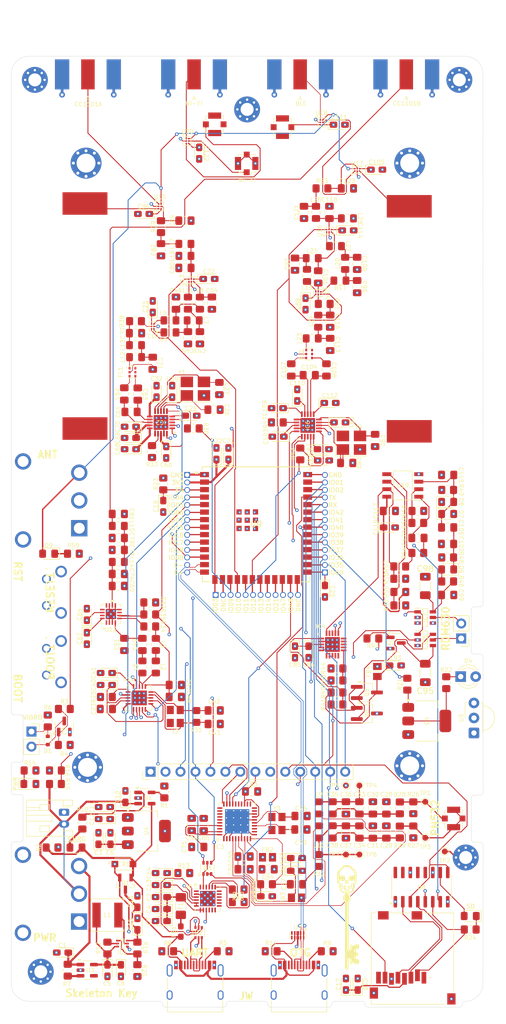
<source format=kicad_pcb>
(kicad_pcb (version 20240108) (generator "pcbnew") (generator_version "8.0")
  (layers (0 "F.Cu" signal) (1 "In1.Cu" power) (2 "In2.Cu" jumper) (31 "B.Cu" signal) (34 "B.Paste" user) (35 "F.Paste" user) (36 "B.SilkS" user "B.Silkscreen") (37 "F.SilkS" user "F.Silkscreen") (38 "B.Mask" user) (39 "F.Mask" user) (44 "Edge.Cuts" user))
  (net 0 "")
  (net 1 "Net-(AE1-A)")
  (net 2 "Net-(AE2-A)")
  (net 3 "Net-(AE3-A)")
  (net 4 "Net-(AE4-A)")
  (net 5 "Net-(AE5-A)")
  (net 6 "Net-(AE6-A)")
  (net 7 "GND")
  (net 8 "+3V3")
  (net 9 "+5V")
  (net 10 "Net-(U6-REGIN)")
  (net 11 "+V_BAT")
  (net 12 "+3.3VA")
  (net 13 "/IO0")
  (net 14 "/EN{slash}RESET")
  (net 15 "Net-(U10-XC1)")
  (net 16 "Net-(U10-XC2)")
  (net 17 "Net-(U10-DVDD)")
  (net 18 "/NRF24_VDD_PA")
  (net 19 "Net-(J7-In)")
  (net 20 "Net-(PWR_SW1-OUT)")
  (net 21 "+V_BAT_5V")
  (net 22 "Net-(FL1-BAL_1)")
  (net 23 "Net-(FL1-BAL_2)")
  (net 24 "Net-(C82-Pad1)")
  (net 25 "Net-(FL2-BAL_1)")
  (net 26 "Net-(FL2-BAL_2)")
  (net 27 "Net-(IC7-NO_(SOURCE1))")
  (net 28 "Net-(D7-K)")
  (net 29 "+V_USB")
  (net 30 "Net-(D1-K)")
  (net 31 "Net-(D2-K)")
  (net 32 "Net-(D4-K)")
  (net 33 "Net-(D5-K)")
  (net 34 "Net-(D6-A)")
  (net 35 "Net-(D6-K)")
  (net 36 "Net-(F1-Pad1)")
  (net 37 "Net-(FL1-UNBAL)")
  (net 42 "Net-(FL2-UNBAL)")
  (net 43 "/PN532_RSTPD_N")
  (net 44 "/PN532_AUX2")
  (net 45 "/PN532_P33")
  (net 46 "/PN532_AUX1")
  (net 47 "/PN532_P30_UART_RX")
  (net 48 "/PN532_P32")
  (net 49 "/PN532_P31_UART_TX")
  (net 50 "/GPIO48_PN532_CS")
  (net 51 "/PN532_SIGOUT")
  (net 52 "/PN532_SIGIN")
  (net 53 "/PN532_IRQ")
  (net 54 "/PN532_RSTOUT_N")
  (net 55 "/PN532_P35")
  (net 56 "/GPIO40_HSPI_MOSI")
  (net 57 "/GPIO41_HSPI_MISO")
  (net 58 "/GPIO39_HSPI_SCK")
  (net 59 "/PN532_P34_SIC_CLK")
  (net 60 "/GPIO8_CC1101A_CS")
  (net 61 "/GPIO17_VSPI_SCK")
  (net 62 "/GPIO15_VSPI_MISO")
  (net 63 "/GPIO16_VSPI_MOSI")
  (net 64 "/GPIO3_CC1101B_CS")
  (net 65 "/RDM630_SIN")
  (net 66 "/GPIO21_RDM630_RX")
  (net 67 "/GPIO14_RDM630_TX")
  (net 68 "/GPIO13_RDM630_CTRL")
  (net 69 "Net-(IC7-COM)")
  (net 70 "/GPIO18_VIBRO")
  (net 71 "/GPIO4_ADC1_3_BAT%")
  (net 72 "/GPIO5_NRF24_CE")
  (net 73 "/GPIO11_CC1101B_GD0")
  (net 74 "/GPIO10_CC1101A_CTRL")
  (net 75 "/GPIO12_CC1101B_CTRL")
  (net 76 "/GPIO6_NRF24_CSN")
  (net 77 "/GPIO9_CC1101A_GD0")
  (net 78 "/GPIO7_NRF24_IRQ")
  (net 79 "/GPIO1_SCREEN_CS")
  (net 80 "/GPIO35_SCREEN_T_IRQ")
  (net 81 "/GPIO47_RDM630_EMULATION")
  (net 82 "/GPIO42_SD_CARD_CS")
  (net 83 "/GPIO36_SCREEN_T_CS")
  (net 84 "/GPIO2_SCREEN_D{slash}C")
  (net 85 "/GPIO38_IR_LED")
  (net 86 "/GPIO37_IR_RECEIVER")
  (net 87 "Net-(U10-ANT1)")
  (net 88 "Net-(U13-RF2)")
  (net 89 "Net-(U13-RF1)")
  (net 91 "/RTS")
  (net 92 "/DTR")
  (net 93 "Net-(Q5-B)")
  (net 94 "Net-(Q7-B)")
  (net 95 "Net-(U1-PROG)")
  (net 96 "Net-(USB_OTG1-CC2)")
  (net 97 "Net-(USB_UART1-CC2)")
  (net 98 "Net-(USB_OTG1-CC1)")
  (net 99 "Net-(USB_UART1-CC1)")
  (net 100 "Net-(U1-STAT)")
  (net 101 "Net-(U6-~{RST})")
  (net 102 "/RX")
  (net 103 "Net-(U6-TXD)")
  (net 104 "/TX")
  (net 105 "Net-(U6-RXD)")
  (net 106 "Net-(U10-IREF)")
  (net 107 "Net-(U13-RFIN)")
  (net 109 "Net-(U6-D+)")
  (net 110 "Net-(U6-D-)")
  (net 111 "Net-(U2-I{slash}O2-Pad3)")
  (net 112 "Net-(U2-I{slash}O1-Pad1)")
  (net 113 "/D+")
  (net 114 "/D-")
  (net 115 "Net-(U6-VPP)")
  (net 131 "Net-(AE7-A)")
  (net 132 "Net-(AE8-A)")
  (net 133 "Net-(IC1-VIN)")
  (net 134 "Net-(IC2-DCOUPL)")
  (net 135 "Net-(IC2-XOSC_Q1)")
  (net 136 "Net-(IC2-XOSC_Q2)")
  (net 137 "Net-(C28-Pad1)")
  (net 138 "Net-(C29-Pad2)")
  (net 139 "Net-(C33-Pad2)")
  (net 140 "Net-(C34-Pad1)")
  (net 141 "Net-(C45-Pad1)")
  (net 142 "Net-(C46-Pad1)")
  (net 143 "Net-(U12-TXRX)")
  (net 144 "Net-(C49-Pad1)")
  (net 145 "Net-(IC3-TVDD)")
  (net 146 "Net-(IC3-AVDD)")
  (net 147 "Net-(C53-Pad1)")
  (net 148 "Net-(C57-Pad1)")
  (net 149 "Net-(IC3-RX)")
  (net 150 "Net-(IC3-VMID)")
  (net 151 "Net-(IC2-RF_P)")
  (net 152 "Net-(IC2-RF_N)")
  (net 153 "Net-(U12-ANT)")
  (net 154 "Net-(C71-Pad1)")
  (net 155 "Net-(IC3-OSCIN)")
  (net 156 "Net-(IC3-SVDD)")
  (net 157 "Net-(IC3-OSCOUT)")
  (net 158 "Net-(C77-Pad1)")
  (net 159 "Net-(C78-Pad1)")
  (net 160 "Net-(IC6-DCOUPL)")
  (net 161 "Net-(IC6-XOSC_Q1)")
  (net 162 "Net-(IC6-XOSC_Q2)")
  (net 163 "Net-(Q5-C)")
  (net 164 "Net-(IC5-NC_(SOURCE2))")
  (net 165 "Net-(C96-Pad1)")
  (net 166 "Net-(IC6-RF_P)")
  (net 167 "Net-(IC6-RF_N)")
  (net 168 "Net-(C113-Pad1)")
  (net 169 "Net-(D1-A)")
  (net 170 "Net-(D3-K)")
  (net 171 "Net-(D5-A)")
  (net 172 "Net-(IC1-FB)")
  (net 173 "Net-(IC1-EN)")
  (net 174 "Net-(IC1-SW)")
  (net 176 "Net-(IC2-RBIAS)")
  (net 177 "Net-(IC2-GDO0_(ATEST))")
  (net 178 "Net-(IC3-TX2)")
  (net 181 "Net-(IC3-TX1)")
  (net 185 "Net-(IC4-P0.0)")
  (net 189 "Net-(IC4-P1.2)")
  (net 199 "Net-(IC5-NO_(SOURCE1))")
  (net 200 "Net-(IC5-COM)")
  (net 201 "Net-(IC6-RBIAS)")
  (net 202 "Net-(IC6-GDO0_(ATEST))")
  (net 204 "Net-(J3-CLK)")
  (net 206 "Net-(J3-CMD)")
  (net 208 "Net-(J3-CD{slash}DAT3)")
  (net 211 "Net-(J5-In)")
  (net 212 "Net-(J5-Ext)")
  (net 213 "Net-(L2-Pad1)")
  (net 214 "Net-(U11-RF2)")
  (net 215 "Net-(U11-RF1)")
  (net 216 "Net-(U14-RF2)")
  (net 217 "Net-(U14-RF1)")
  (net 218 "Net-(Q2-G)")
  (net 219 "Net-(Q4-B)")
  (net 220 "Net-(Q4-C-Pad2)")
  (net 221 "Net-(U3-EN)")
  (net 222 "Net-(U12-TXEN)")
  (net 223 "Net-(U12-RXEN)")
  (net 224 "Net-(U11-RFIN)")
  (net 225 "Net-(U14-RFIN)")
  (net 237 "/ANT_SWITCH_OUT")
  (net 238 "/NRF24_ANT_OUT")
  (net 239 "/CC1101A_ANT_OUT")
  (net 240 "Net-(C97-Pad1)")
  (net 241 "Net-(C100-Pad1)")
  (net 242 "Net-(U16-RF1)")
  (net 243 "Net-(C116-Pad1)")
  (net 244 "Net-(U16-RFIN)")
  (net 245 "Net-(C120-Pad2)")
  (net 246 "Net-(C120-Pad1)")
  (net 247 "Net-(C121-Pad1)")
  (net 248 "/CC1101B_ANT_OUT")
  (net 249 "Net-(U16-RF2)")
  (net 250 "Net-(U19A--)")
  (net 251 "Net-(U19B-+)")
  (net 252 "Net-(U19B--)")
  (net 253 "/ESP32_PIN16_DNC")
  (net 254 "/ESP32_PIN26_DNC")
  (net 255 "Net-(D9-K)")
  (footprint "Capacitor_SMD:C_0805_2012Metric_Pad1.18x1.45mm_HandSolder" (layer "F.Cu") (at 86.096 59.5802 -90)
    (property "Reference" "C82")
    (property "Value" "~")
  )
  (footprint "TestPoint:TestPoint_Pad_D1.0mm" (layer "F.Cu") (at 130.927 159.1377)
    (property "Reference" "TP3")
    (property "Value" "TX2_PRE")
  )
  (footprint "Capacitor_SMD:C_0805_2012Metric_Pad1.18x1.45mm_HandSolder" (layer "F.Cu") (at 79.873 83.9857 90)
    (property "Reference" "C62")
    (property "Value" "100p")
  )
  (footprint "Capacitor_Tantalum_SMD:CP_EIA-2012-12_Kemet-R_Pad1.30x1.05mm_HandSolder" (layer "F.Cu") (at 117.465 183.9347 90)
    (property "Reference" "C17")
    (property "Value" "0.1u")
  )
  (footprint "Inductor_SMD:L_0805_2012Metric_Pad1.15x1.40mm_HandSolder" (layer "F.Cu") (at 112.766 71.6667 90)
    (property "Reference" "L24")
    (property "Value" "6.8n")
  )
  (footprint "Inductor_SMD:L_0805_2012Metric_Pad1.15x1.40mm_HandSolder" (layer "F.Cu") (at 112.893 158.1377 90)
    (property "Reference" "L10")
    (property "Value" "560n")
  )
  (footprint "Capacitor_SMD:C_0805_2012Metric_Pad1.18x1.45mm_HandSolder" (layer "F.Cu") (at 109.855 155.448)
    (property "Reference" "C76")
    (property "Value" "33p")
  )
  (footprint "Capacitor_Tantalum_SMD:CP_EIA-2012-12_Kemet-R_Pad1.30x1.05mm_HandSolder" (layer "F.Cu") (at 86.16 165.1067 180)
    (property "Reference" "C14")
    (property "Value" "100n")
  )
  (footprint "Package_TO_SOT_SMD:TSOT-23_HandSoldering" (layer "F.Cu") (at 121.021 134.5317)
    (property "Reference" "Q5")
    (property "Value" "Q_NPN_BEC")
  )
  (footprint "Resistor_SMD:R_0805_2012Metric_Pad1.20x1.40mm_HandSolder" (layer "F.Cu") (at 128.895 154.0577 -90)
    (property "Reference" "R26")
    (property "Value" "NC")
  )
  (footprint "Capacitor_SMD:C_0805_2012Metric_Pad1.18x1.45mm_HandSolder" (layer "F.Cu") (at 78.857 116.4977)
    (property "Reference" "C69")
    (property "Value" "0.3p")
  )
  (footprint "Capacitor_Tantalum_SMD:CP_EIA-2012-12_Kemet-R_Pad1.30x1.05mm_HandSolder" (layer "F.Cu") (at 86.16 167.1387 180)
    (property "Reference" "C13")
    (property "Value" "22u")
  )
  (footprint "Inductor_SMD:L_0805_2012Metric_Pad1.15x1.40mm_HandSolder" (layer "F.Cu") (at 85.223 130.2137 -90)
    (property "Reference" "L2")
    (property "Value" "8.2n")
  )
  (footprint "TestPoint:TestPoint_Pad_D1.0mm" (layer "F.Cu") (at 119.751 161.9692)
    (property "Reference" "TP6")
    (property "Value" "TX2_POST")
  )
  (footprint "Capacitor_SMD:C_0805_2012Metric_Pad1.18x1.45mm_HandSolder" (layer "F.Cu") (at 115.179 154.0737 90)
    (property "Reference" "C35")
    (property "Value" "NC")
  )
  (footprint "TestPoint:TestPoint_Pad_D1.0mm" (layer "F.Cu") (at 130.927 153.0417)
    (property "Reference" "TP1")
    (property "Value" "TX1_PRE")
  )
  (footprint "Package_TO_SOT_SMD:TSOT-23_HandSoldering" (layer "F.Cu") (at 121.021 138.0877)
    (property "Reference" "Q6")
    (property "Value" "Q_PNP_BEC")
  )
  (footprint "Resistor_SMD:R_0805_2012Metric_Pad1.20x1.40mm_HandSolder" (layer "F.Cu") (at 113.782 68.7457)
    (property "Reference" "R51")
    (property "Value" "0")
  )
  (footprint "Inductor_SMD:L_0805_2012Metric_Pad1.15x1.40mm_HandSolder" (layer "F.Cu") (at 90.16 58.5857 180)
    (property "Reference" "L17")
    (property "Value" "2.2n")
  )
  (footprint "Inductor_SMD:L_0805_2012Metric_Pad1.15x1.40mm_HandSolder" (layer "F.Cu") (at 81.787 77.7627)
    (property "Reference" "L12")
    (property "Value" "3.3n")
  )
  (footprint "Inductor_SMD:L_Changjiang_FNR5045S" (layer "F.Cu") (at 77.016 172.2187)
    (property "Reference" "L1")
    (property "Value" "1u")
  )
  (footprint "Capacitor_Tantalum_SMD:CP_EIA-2012-12_Kemet-R_Pad1.30x1.05mm_HandSolder" (layer "F.Cu") (at 113.614 93.345)
    (property "Reference" "C87")
    (property "Value" "0.1u")
  )
  (footprint "Capacitor_Tantalum_SMD:CP_EIA-2012-12_Kemet-R_Pad1.30x1.05mm_HandSolder" (layer "F.Cu") (at 86.16 171.2027 180)
    (property "Reference" "C4")
    (property "Value" "100n")
  )
  (footprint "MountingHole:MountingHole_2.2mm_M2_Pad_Via" (layer "F.Cu") (at 136.706 30.8167)
    (property "Reference" "H4" (hide yes))
    (property "Value" "Hole_Pad")
  )
  (footprint "Connector_PinHeader_2.54mm:PinHeader_1x02_P2.54mm_Vertical" (layer "F.Cu") (at 137.023 125.3927 180)
    (property "Reference" "J6" (hide yes))
    (property "Value" "RDM630_ANT_CONN")
  )
  (footprint "Package_TO_SOT_SMD:SOT-223-3_TabPin2" (layer "F.Cu") (at 131.181 139.3577)
    (property "Reference" "Q4")
    (property "Value" "PZT3904")
  )
  (footprint "Capacitor_Tantalum_SMD:CP_EIA-2012-12_Kemet-R_Pad1.30x1.05mm_HandSolder" (layer "F.Cu") (at 119.465 183.9347 90)
    (property "Reference" "C18")
    (property "Value" "10u")
  )
  (footprint "Resistor_SMD:R_0805_2012Metric_Pad1.20x1.40mm_HandSolder" (layer "F.Cu") (at 63.887 147.7397)
    (property "Reference" "R14")
    (property "Value" "1.5K")
  )
  (footprint "Resistor_SMD:R_0805_2012Metric_Pad1.20x1.40mm_HandSolder" (layer "F.Cu") (at 84.572 93.742 -90)
    (property "Reference" "R33")
    (property "Value" "56K")
  )
  (footprint "Resistor_SMD:R_0805_2012Metric_Pad1.20x1.40mm_HandSolder" (layer "F.Cu") (at 76.835 135.2937 180)
    (property "Reference" "R25")
    (property "Value" "22k")
  )
  (footprint "Connector_USB:USB_C_Receptacle_HRO_TYPE-C-31-M-12" (layer "F.Cu") (at 109.526 184.7167)
    (property "Reference" "USB_OTG1" (hide yes))
    (property "Value" "USB_C_Receptacle_USB2.0_16P")
  )
  (footprint "Capacitor_Tantalum_SMD:CP_EIA-2012-12_Kemet-R_Pad1.30x1.05mm_HandSolder" (layer "F.Cu") (at 92.573 43.2187 -90)
    (property "Reference" "C122")
    (property "Value" "0.1u")
  )
  (footprint "Connector_PinSocket_1.27mm:PinSocket_1x14_P1.27mm_Vertical" (layer "F.Cu") (at 113.909 114.2117 180)
    (property "Reference" "J10" (hide yes))
    (property "Value" "Conn_01x14")
  )
  (footprint "Inductor_SMD:L_0805_2012Metric_Pad1.15x1.40mm_HandSolder" (layer "F.Cu") (at 116.449 64.8087)
    (property "Reference" "L18")
    (property "Value" "0")
  )
  (footprint "Resistor_SMD:R_0805_2012Metric_Pad1.20x1.40mm_HandSolder" (layer "F.Cu") (at 77.016 177.8067 -90)
    (property "Reference" "R12")
    (property "Value" "100k")
  )
  (footprint "Resistor_SMD:R_0805_2012Metric_Pad1.20x1.40mm_HandSolder" (layer "F.Cu") (at 86.668 151.3747 90)
    (property "Reference" "R1")
    (property "Value" "4.7K")
  )
  (footprint "Capacitor_SMD:C_0805_2012Metric_Pad1.18x1.45mm_HandSolder" (layer "F.Cu") (at 122.037 158.1537 -90)
    (property "Reference" "C31")
    (property "Value" "100p")
  )
  (footprint "Inductor_SMD:L_0805_2012Metric_Pad1.15x1.40mm_HandSolder" (layer "F.Cu") (at 78.857 112.4337)
    (property "Reference" "L14")
    (property "Value" "2.4n")
  )
  (footprint "Capacitor_SMD:C_0805_2012Metric_Pad1.18x1.45mm_HandSolder" (layer "F.Cu") (at 88.519 135.2937 180)
    (property "Reference" "C48")
    (property "Value" "4.7p")
  )
  (footprint "Resistor_SMD:R_0805_2012Metric_Pad1.20x1.40mm_HandSolder" (layer "F.Cu") (at 68.189 147.7397 180)
    (property "Reference" "R16")
    (property "Value" "10K")
  )
  (footprint "Inductor_SMD:L_0603_1608Metric_Pad1.05x0.95mm_HandSolder" (layer "F.Cu") (at 89.462 175.0127 90)
    (property "Reference" "FB1")
    (property "Value" "BLM21PG221")
  )
  (footprint "Capacitor_Tantalum_SMD:CP_EIA-2012-12_Kemet-R_Pad1.30x1.05mm_HandSolder" (layer "F.Cu") (at 110.617 68.7457 -90)
    (property "Reference" "C88")
    (property "Value" "0.1u")
  )
  (footprint "Capacitor_SMD:C_0805_2012Metric_Pad1.18x1.45mm_HandSolder" (layer "F.Cu") (at 134.721 97.7017 180)
    (property "Reference" "C115")
    (property "Value" "1n")
  )
  (footprint "Project_Footprints:ESP32-S3-WROOM-1U_EXP" (layer "F.Cu") (at 102.23 106.0547)
    (property "Reference" "U9")
    (property "Value" "ESP32-S3-WROOM-1U-N16R2")
  )
  (footprint "Inductor_SMD:L_0805_2012Metric_Pad1.15x1.40mm_HandSolder" (layer "F.Cu") (at 112.385 53.2517 90)
    (property "Reference" "L26")
    (property "Value" "2.2n")
  )
  (footprint "Capacitor_SMD:C_0805_2012Metric_Pad1.18x1.45mm_HandSolder" (layer "F.Cu") (at 111.242 80.8107)
    (property "Reference" "C104")
    (property "Value" "0.6p")
  )
  (footprint "Capacitor_Tantalum_SMD:CP_EIA-2012-12_Kemet-R_Pad1.30x1.05mm_HandSolder" (layer "F.Cu") (at 76.508 155.9627 180)
    (property "Reference" "C12")
    (property "Value" "0.1u")
  )
  (footprint "Resistor_SMD:R_0805_2012Metric_Pad1.20x1.40mm_HandSolder" (layer "F.Cu") (at 134.721 100.2417 180)
    (property "Reference" "R49")
    (property "Value" "1M")
  )
  (footprint "Capacitor_SMD:C_0805_2012Metric_Pad1.18x1.45mm_HandSolder" (layer "F.Cu") (at 88.519 133.2617 180)
    (property "Reference" "C47")
    (property "Value" "2.2n")
  )
  (footprint "Capacitor_Tantalum_SMD:CP_EIA-2012-12_Kemet-R_Pad1.30x1.05mm_HandSolder" (layer "F.Cu") (at 76.835 133.2617 180)
    (property "Reference" "C40")
    (property "Value" "0.1u")
  )
  (footprint "Ferrite:BEADC2012X145N" (layer "F.Cu") (at 104.163 162.433 180)
    (property "Reference" "FB2")
    (property "Value" "FerriteBead" (hide yes))
  )
  (footprint "Capacitor_Tantalum_SMD:CP_EIA-2012-12_Kemet-R_Pad1.30x1.05mm_HandSolder" (layer "F.Cu") (at 77.524 159.2647 90)
    (property "Reference" "C6")
    (property "Value" "0.1u")
  )
  (footprint "Package_DFN_QFN:Diodes_UDFN-10_1.0x2.5mm_P0.5mm" (layer "F.Cu") (at 109.29 175.6412 -90)
    (property "Reference" "U7")
    (property "Value" "ESD7104MUTAG")
  )
  (footprint "Resistor_SMD:R_0805_2012Metric_Pad1.20x1.40mm_HandSolder" (layer "F.Cu") (at 84.191 121.3237)
    (property "Reference" "R35")
    (property "Value" "1K")
  )
  (footprint "Resistor_SMD:R_0805_2012Metric_Pad1.20x1.40mm_HandSolder" (layer "F.Cu") (at 126.593 115.2817)
    (property "Reference" "R58")
    (property "Value" "1k")
  )
  (footprint "Capacitor_Tantalum_SMD:CP_EIA-2012-12_Kemet-R_Pad1.30x1.05mm_HandSolder" (layer "F.Cu") (at 80.899 89.535 180)
    (property "Reference" "C70")
    (property "Value" "0.1u")
  )
  (footprint "Resistor_SMD:R_0805_2012Metric_Pad1.20x1.40mm_HandSolder" (layer "F.Cu") (at 86.096 55.6647 -90)
    (property "Reference" "R39")
    (property "Value" "0")
  )
  (footprint "Capacitor_Tantalum_SMD:CP_EIA-2012-12_Kemet-R_Pad1.30x1.05mm_HandSolder" (layer "F.Cu") (at 88.001 83.566 90)
    (property "Reference" "C39")
    (property "Value" "0.1u")
  )
  (footprint "Package_LGA:Infineon_PG-TSNP-6-10_0.7x1.1mm_0.7x1.1mm_P0.4mm" (layer "F.Cu") (at 91.2365 64.7482 90)
    (property "Reference" "U13")
    (property "Value" "BGS12WN6E6327XTSA1")
  )
  (footprint "Inductor_SMD:L_0805_2012Metric_Pad1.15x1.40mm_HandSolder" (layer "F.Cu") (at 117.719 54.2677 180)
    (property "Reference" "L25")
    (property "Value" "~")
  )
  (footprint "Inductor_SMD:L_0805_2012Metric_Pad1.15x1.40mm_HandSolder" (layer "F.Cu") (at 81.778 75.7307 180)
    (property "Reference" "L13")
    (property "Value" "6.8n")
  )
  (footprint "Capacitor_Tantalum_SMD:CP_EIA-2012-12_Kemet-R_Pad1.30x1.05mm_HandSolder" (layer "F.Cu") (at 80.899 91.44 180)
    (property "Reference" "C66")
    (property "Value" "0.1u")
  )
  (footprint "Project_Footprints:PWR-SW" (layer "F.Cu") (at 64.84 168.4907)
    (property "Reference" "PWR_SW1" (hide yes))
    (property "Value" "734-7296")
  )
  (footprint "Resistor_SMD:R_0805_2012Metric_Pad1.20x1.40mm_HandSolder" (layer "F.Cu") (at 84.191 119.2917)
    (property "Reference" "R37")
    (property "Value" "20K")
  )
  (footprint "Resistor_SMD:R_0805_2012Metric_Pad1.20x1.40mm_HandSolder" (layer "F.Cu") (at 126.609 117.5137 180)
    (property "Reference" "R55")
    (property "Value" "1k")
  )
  (footprint "Capacitor_SMD:C_0805_2012Metric_Pad1.18x1.45mm_HandSolder" (layer "F.Cu") (at 100.187 162.306)
    (property "Reference" "C55")
    (property "Value" "0.1u")
  )
  (footprint "Capacitor_Tantalum_SMD:CP_EIA-2012-12_Kemet-R_Pad1.30x1.05mm_HandSolder" (layer "F.Cu") (at 69.396 178.5687 180)
    (property "Reference" "C1")
    (property "Value" "1u")
  )
  (footprint "Capacitor_Tantalum_SMD:CP_EIA-2012-12_Kemet-R_Pad1.30x1.05mm_HandSolder" (layer "F.Cu") (at 94.234 64.516)
    (property "Reference" "C72")
    (property "Value" "0.1u")
  )
  (footprint "Package_TO_SOT_SMD:SOT-223-3_TabPin2" (layer "F.Cu") (at 83.62 157.9947)
    (property "Reference" "U4")
    (property "Value" "AMS1117-3.3")
  )
  (footprint "Capacitor_Tantalum_SMD:CP_EIA-2012-12_Kemet-R_Pad1.30x1.05mm_HandSolder" (layer "F.Cu") (at 95.504 94.107 90)
    (property "Reference" "C22")
    (property "Value" "10u")
  )
  (footprint "Project_Footprints:118250272" (layer "F.Cu") (at 66.665 115.3157 -90)
    (property "Reference" "RESET1")
    (property "Value" "1-1825027-2" (hide yes))
  )
  (footprint "Project_Footprints:SOTFL50P160X60-6N" (layer "F.Cu") (at 79.556 177.0447)
    (property "Reference" "IC1")
    (property "Value" "TPS61023DRLT" (hide yes))
  )
  (footprint "Capacitor_SMD:C_0805_2012Metric_Pad1.18x1.45mm_HandSolder" (layer "F.Cu") (at 114.163 79.9217 90)
    (property "Reference" "C108")
    (property "Value" "100p")
  )
  (footprint "Capacitor_Tantalum_SMD:CP_EIA-2012-12_Kemet-R_Pad1.30x1.05mm_HandSolder" (layer "F.Cu") (at 80.899 93.345 180)
    (property "Reference" "C68")
    (property "Value" "0.1u")
  )
  (footprint "Resistor_SMD:R_0805_2012Metric_Pad1.20x1.40mm_HandSolder" (layer "F.Cu") (at 134.721 115.7357)
    (property "Reference" "R46")
    (property "Value" "10R")
  )
  (footprint "Package_LGA:Infineon_PG-TSNP-6-10_0.7x1.1mm_0.7x1.1mm_P0.4mm" (layer "F.Cu") (at 90.595 41.1677)
    (property "Reference" "U20")
    (property "Value" "BGS12WN6E6327XTSA1")
  )
  (footprint "Capacitor_Tantalum_SMD:CP_EIA-2012-12_Kemet-R_Pad1.30x1.05mm_HandSolder" (layer "F.Cu") (at 108.829 127.6737 -90)
    (property "Reference" "C85")
    (property "Value" "0.1u")
  )
  (footprint "Capacitor_SMD:C_0805_2012Metric_Pad1.18x1.45mm_HandSolder" (layer "F.Cu") (at 91.303 156.8837 90)
    (property "Reference" "C59")
    (property "Value" "0.1u")
  )
  (footprint "Project_Footprints:SOT95P284X110-6N" (layer "F.Cu") (at 130.927 121.8317)
    (property "Reference" "IC7")
    (property "Value" "DG2001EDV-T1-GE3" (hide yes))
  )
  (footprint "Capacitor_SMD:C_0805_2012Metric_Pad1.18x1.45mm_HandSolder" (layer "F.Cu") (at 93.335 156.8837 90)
    (property "Reference" "C65")
    (property "Value" "0.1u")
  )
  (footprint "Diode_SMD:D_0805_2012Metric_Pad1.15x1.40mm_HandSolder" (layer "F.Cu") (at 134.721 104.3057)
    (property "Reference" "D7")
    (property "Value" "D")
  )
  (footprint "Resistor_SMD:R_0805_2012Metric_Pad1.20x1.40mm_HandSolder" (layer "F.Cu") (at 71.237 111.0367)
    (property "Reference" "R59")
    (property "Value" "1.5K")
  )
  (footprint "Resistor_SMD:R_0805_2012Metric_Pad1.20x1.40mm_HandSolder" (layer "F.Cu") (at 68.189 150.0257)
    (property "Reference" "R15")
    (property "Value" "10K")
  )
  (footprint "Capacitor_Tantalum_SMD:CP_EIA-2012-12_Kemet-R_Pad1.30x1.05mm_HandSolder" (layer "F.Cu") (at 77.016 181.6167 -90)
    (property "Reference" "C5")
    (property "Value" "1u")
  )
  (footprint "Package_TO_SOT_SMD:SOT-23-5" (layer "F.Cu") (at 83.366 152.4067)
    (property "Reference" "U1")
    (property "Value" "MCP73831-2-OT")
  )
  (footprint "Capacitor_SMD:C_0805_2012Metric_Pad1.18x1.45mm_HandSolder" (layer "F.Cu") (at 124.323 154.0737 90)
    (property "Reference" "C28")
    (property "Value" "NC")
  )
  (footprint "Project_Footprints:SOIC127P600X175-8N" (layer "F.Cu") (at 127.117 99.4797 180)
    (property "Reference" "U19")
    (property "Value" "LM358" (hide yes))
  )
  (footprint "Capacitor_SMD:C_0805_2012Metric_Pad1.18x1.45mm_HandSolder" (layer "F.Cu") (at 109.077 167.005 180)
    (property "Reference" "C57")
    (property "Value" "1000p")
  )
  (footprint "Inductor_SMD:L_0805_2012Metric_Pad1.15x1.40mm_HandSolder" (layer "F.Cu") (at 90.668 68.6187 90)
    (property "Reference" "L11")
    (property "Value" "56n")
  )
  (footprint "Package_LGA:Infineon_PG-TSNP-6-10_0.7x1.1mm_0.7x1.1mm_P0.4mm" (layer "F.Cu") (at 84.699 72.5557 180)
    (property "Reference" "U11")
    (property "Value" "BGS12WN6E6327XTSA1")
  )
  (footprint "Capacitor_SMD:C_0805_2012Metric_Pad1.18x1.45mm_HandSolder" (layer "F.Cu") (at 108.829 62.0147 -90)
    (property "Reference" "C97")
    (property "Value" "8.2p")
  )
  (footprint "Project_Footprints:QFN50P400X400X100-21N-D" (layer "F.Cu") (at 115.179 126.4037)
    (property "Reference" "IC4")
    (property "Value" "C8051F330-GM" (hide yes))
  )
  (footprint "Package_DFN_QFN:HVQFN-40-1EP_6x6mm_P0.5mm_EP4.1x4.1mm_ThermalVias" (layer "F.Cu") (at 99.015 156.3537 90)
    (property "Reference" "IC3")
    (property "Value" "PN5321A3HN_C106,55")
  )
  (footprint "Project_Footprints:QFN50P400X400X100-21N-D" (layer "F.Cu") (at 86.096 88.8117 180)
    (property "Reference" "IC2")
    (property "Value" "CC1101RGPR" (hide yes))
  )
  (footprint "7M-27.120MAAJ-T:XTAL_7M-27.120MAAJ-T" (layer "F.Cu") (at 105.7695 156.718 180)
    (property "Reference" "Y3")
    (property "Value" "27.12M")
  )
  (footprint "Connector_PinSocket_2.54mm:PinSocket_1x02_P2.54mm_Vertical" (layer "F.Cu") (at 64.125 141.1557)
    (property "Reference" "J1" (hide yes))
    (property "Value" "Conn_01x02")
  )
  (footprint "Resistor_SMD:R_0805_2012Metric_Pad1.20x1.40mm_HandSolder" (layer "F.Cu") (at 96.637 178.3467)
    (property "Reference" "R5")
    (property "Value" "5k1")
  )
  (footprint "Capacitor_SMD:C_0805_2012Metric_Pad1.18x1.45mm_HandSolder" (layer "F.Cu") (at 81.778 73.6987)
    (property "Reference" "C77")
    (property "Value" "1.2p")
  )
  (footprint "Capacitor_SMD:C_1206_3216Metric_Pad1.33x1.80mm_HandSolder" (layer "F.Cu") (at 130.927 116.4977 90)
    (property "Reference" "C98")
    (property "Value" "3.3n")
  )
  (footprint "Capacitor_SMD:C_0805_2012Metric_Pad1.18x1.45mm_HandSolder" (layer "F.Cu") (at 119.37 61.8877 -90)
    (property "Reference" "C100")
    (property "Value" "~")
  )
  (footprint "Capacitor_SMD:C_0805_2012Metric_Pad1.18x1.45mm_HandSolder" (layer "F.Cu") (at 95.123 139.8657)
    (property "Reference" "C43")
    (property "Value" "22p")
  )
  (footprint "Package_TO_SOT_SMD:SOT-23" (layer "F.Cu") (at 125.9255 126.1497)
    (property "Reference" "Q7")
    (property "Value" "MMBT5551L")
  )
  (footprint "LED_THT:LED_D3.0mm_IRBlack" (layer "F.Cu") (at 136.931 131.8497)
    (property "Reference" "D4")
    (property "Value" "IR204A")
  )
  (footprint "Capacitor_SMD:C_0805_2012Metric_Pad1.18x1.45mm_HandSolder" (layer "F.Cu") (at 112.766 64.1737 -90)
    (property "Reference" "C101")
    (property "Value" "~")
  )
  (footprint "Resistor_SMD:R_0805_2012Metric_Pad1.20x1.40mm_HandSolder" (layer "F.Cu") (at 87.239 178.3467 180)
    (property "Reference" "R8")
    (property "Value" "5k1")
  )
  (footprint "Inductor_SMD:L_0805_2012Metric_Pad1.15x1.40mm_HandSolder" (layer "F.Cu") (at 92.7 68.6187 90)
    (property "Reference" "L8")
    (property "Value" "2.7n")
  )
  (footprint "Capacitor_SMD:C_0805_2012Metric_Pad1.18x1.45mm_HandSolder" (layer "F.Cu") (at 114.798 71.6667 -90)
    (property "Reference" "C116")
    (property "Value" "1.2p")
  )
  (footprint "Inductor_SMD:L_0805_2012Metric_Pad1.15x1.40mm_HandSolder" (layer "F.Cu") (at 110.861 63.9197 90)
    (property "Reference" "L19")
    (property "Value" "0")
  )
  (footprint "Capacitor_Tantalum_SMD:CP_EIA-2012-12_Kemet-R_Pad1.30x1.05mm_HandSolder" (layer "F.Cu") (at 111.115 127.6737 -90)
    (property "Reference" "C86")
    (property "Value" "10u")
  )
  (footprint "Project_Footprints:QFN50P400X400X100-21N-D" (layer "F.Cu") (at 110.988 89.3197 90)
    (property "Reference" "IC6")
    (property "Value" "CC1101RGPR" (hide yes))
  )
  (footprint "Capacitor_SMD:C_0805_2012Metric_Pad1.18x1.45mm_HandSolder" (layer "F.Cu") (at 101.463 151.2957)
    (property "Reference" "C83")
    (property "Value" "0.1u")
  )
  (footprint "MountingHole:MountingHole_2.2mm_M2_Pad_Via" (layer "F.Cu") (at 65.706 181.8167)
    (property "Reference" "H1" (hide yes))
    (property "Value" "Hole_Pad")
  )
  (footprint "Capacitor_Tantalum_SMD:CP_EIA-2012-12_Kemet-R_Pad1.30x1.05mm_HandSolder" (layer "F.Cu") (at 116.332 38.4057)
    (property "Reference" "C111")
    (property "Value" "0.1u")
  )
  (footprint "Resistor_SMD:R_0805_2012Metric_Pad1.20x1.40mm_HandSolder" (layer "F.Cu") (at 112.893 162.9797 -90)
    (property "Reference" "R32")
    (property "Value" "1.69K")
  )
  (footprint "Package_TO_SOT_SMD:SOT-23" (layer "F.Cu") (at 69.688 140.2952 90)
    (property "Reference" "Q2")
    (property "Value" "DMN2058U")
  )
  (footprint "Capacitor_SMD:C_0805_2012Metric_Pad1.18x1.45mm_HandSolder" (layer "F.Cu") (at 119.751 154.0737 90)
    (property "Reference" "C33")
    (property "Value" "22p")
  )
  (footprint "Capacitor_Tantalum_SMD:CP_EIA-2012-12_Kemet-R_Pad1.30x1.05mm_HandSolder" (layer "F.Cu") (at 86.487 103.0142 -90)
    (property "Reference" "C19")
    (property "Value" "0.1u")
  )
  (footprint "Capacitor_SMD:C_0805_2012Metric_Pad1.18x1.45mm_HandSolder" (layer "F.Cu") (at 82.937 126.4037 90)
    (property "Reference" "C49")
    (property "Value" "1.5p")
  )
  (footprint "Project_Footprints:B0310J50100AHF" (layer "F.Cu") (at 111.229 77.2297 -90)
    (property "Reference" "FL2")
    (property "Value" "B0310J50100AHF" (hide yes))
  )
  (footprint "Package_TO_SOT_SMD:SOT-23-5" (layer "F.Cu") (at 73.5815 181.5507)
    (property "Reference" "U3")
    (property "Value" "TLV70036_SOT23-5")
  )
  (footprint "MountingHole:MountingHole_2.2mm_M2_Pad_Via" (layer "F.Cu") (at 64.706 30.8167)
    (property "Reference" "H3" (hide yes))
    (property "Value" "Hole_Pad")
  )
  (footprint "Connector_JST:JST_PH_S2B-PH-K_1x02_P2.00mm_Horizontal" (layer "F.Cu") (at 69.656 154.8167 -90)
    (property "Reference" "JSTPH1" (hide yes))
    (property "Value" "Battery Plug")
  )
  (footprint "TestPoint:TestPoint_Pad_D1.0mm" (layer "F.Cu") (at 117.465 150.2852)
    (property "Reference" "TP5")
    (property "Value" "TGND")
  )
  (footprint "Resistor_SMD:R_0805_2012Metric_Pad1.20x1.40mm_HandSolder" (layer "F.Cu") (at 69.704 137.3257)
    (property "Reference" "R3")
    (property "Value" "150")
  )
  (footprint "Capacitor_Tantalum_SMD:CP_EIA-2012-12_Kemet-R_Pad1.30x1.05mm_HandSolder" (layer "F.Cu") (at 91.186 87.6687)
    (property "Reference" "C24")
    (property "Value" "0.1u")
  )
  (footprint "Capacitor_Tantalum_SMD:CP_EIA-2012-12_Kemet-R_Pad1.30x1.05mm_HandSolder" (layer "F.Cu") (at 109.21 84.201 90)
    (property "Reference" "C110")
    (property "Value" "0.1u")
  )
  (footprint "Capacitor_SMD:C_0805_2012Metric_Pad1.18x1.45mm_HandSolder" (layer "F.Cu") (at 117.719 49.1877)
    (property "Reference" "C123")
    (property "Value" "~")
  )
  (footprint "Package_LGA:Infineon_PG-TSNP-6-10_0.7x1.1mm_0.7x1.1mm_P0.4mm" (layer "F.Cu") (at 119.38 46.047 90)
    (property "Reference" "U17")
    (property "Value" "BGS12WN6E6327XTSA1")
  )
  (footprint "Project_Footprints:GCT_MEM2061-01-188-00-A_REVA" (layer "F.Cu") (at 128.756 179.5917)
    (property "Reference" "J3" (hide yes))
    (property "Value" "MEM2061-01-188-00-A_REVA")
  )
  (footprint "Resistor_SMD:R_0805_2012Metric_Pad1.20x1.40mm_HandSolder" (layer "F.Cu") (at 104.781 178.3467 180)
    (property "Reference" "R11")
    (property "Value" "5k1")
  )
  (footprint "Capacitor_SMD:C_0805_2012Metric_Pad1.18x1.45mm_HandSolder" (layer "F.Cu") (at 117.465 158.1537 90)
    (property "Reference" "C37")
    (property "Value" "220p")
  )
  (footprint "Resistor_SMD:R_0805_2012Metric_Pad1.20x1.40mm_HandSolder" (layer "F.Cu") (at 84.191 123.3557)
    (property "Reference" "R34")
    (property "Value" "1K")
  )
  (footprint "Capacitor_Tantalum_SMD:CP_EIA-2012-12_Kemet-R_Pad1.30x1.05mm_HandSolder" (layer "F.Cu") (at 84.699 69.215 90)
    (property "Reference" "C25")
    (property "Value" "0.1u")
  )
  (footprint "Inductor_SMD:L_0805_2012Metric_Pad1.15x1.40mm_HandSolder" (layer "F.Cu") (at 87.62 73.5717)
    (property "Reference" "L4")
    (property "Value" "0")
  )
  (footprint "Capacitor_SMD:C_0805_2012Metric_Pad1.18x1.45mm_HandSolder" (layer "F.Cu") (at 90.16 54.6487)
    (property "Reference" "C84")
    (property "Value" "~")
  )
  (footprint "Capacitor_SMD:C_0805_2012Metric_Pad1.18x1.45mm_HandSolder" (layer "F.Cu") (at 122.037 154.0737 90)
    (property "Reference" "C30")
    (property "Value" "100p")
  )
  (footprint "Capacitor_Tantalum_SMD:CP_EIA-2012-12_Kemet-R_Pad1.30x1.05mm_HandSolder" (layer "F.Cu") (at 113.909 117.3867 -90)
    (property "Reference" "C20")
    (property "Value" "0.1u")
  )
  (footprint "Resistor_SMD:R_0805_2012Metric_Pad1.20x1.40mm_HandSolder" (layer "F.Cu") (at 134.721 111.6717 180)
    (property "Reference" "R48")
    (property "Value" "1M")
  )
  (footprint "Capacitor_Tantalum_SMD:CP_EIA-2012-12_Kemet-R_Pad1.30x1.05mm_HandSolder" (layer "F.Cu") (at 76.835 131.2297 180)
    (property "Reference" "C41")
    (property "Value" "10u")
  )
  (footprint "Capacitor_SMD:C_0805_2012Metric_Pad1.18x1.45mm_HandSolder" (layer "F.Cu") (at 76.835 137.3257)
    (property "Reference" "C23")
    (property "Value" "33n")
  )
  (footprint "Resistor_SMD:R_0805_2012Metric_Pad1.20x1.40mm_HandSolder" (layer "F.Cu") (at 129.657 105.8297 180)
    (property "Reference" "R52")
    (property "Value" "1M")
  )
  (footprint "Resistor_SMD:R_0805_2012Metric_Pad1.20x1.40mm_HandSolder" (layer "F.Cu") (at 82.096 177.8067 -90)
    (property "Reference" "R19")
    (property "Value" "732k")
  )
  (footprint "Capacitor_Tantalum_SMD:CP_EIA-2012-12_Kemet-R_Pad1.30x1.05mm_HandSolder" (layer "F.Cu") (at 124.831 106.5917)
    (property "Reference" "C119")
    (property "Value" "10u")
  )
  (footprint "Package_TO_SOT_SMD:SOT-666" (layer "F.Cu") (at 92.4805 175.1787 90)
    (property "Reference" "U2")
    (property "Value" "USBLC6-2P6")
  )
  (footprint "Capacitor_SMD:C_0805_2012Metric_Pad1.18x1.45mm_HandSolder" (layer "F.Cu") (at 117.465 154.0737 -90)
    (property "Reference" "C36")
    (property "Value" "220p")
  )
  (footprint "Capacitor_SMD:C_0805_2012Metric_Pad1.18x1.45mm_HandSolder" (layer "F.Cu") (at 95.123 137.5797)
    (property "Reference" "C42")
    (property "Value" "22p")
  )
  (footprint "Package_DFN_QFN:QFN-24-1EP_4x4mm_P0.5mm_EP2.6x2.6mm" (layer "F.Cu") (at 94.034 169.4247)
    (property "Reference" "U6")
    (property "Value" "CP2104")
  )
  (footprint "Capacitor_Tantalum_SMD:CP_EIA-2012-12_Kemet-R_Pad1.30x1.05mm_HandSolder" (layer "F.Cu") (at 114.767 85.5097)
    (property "Reference" "C112")
    (property "Value" "0.1u")
  )
  (footprint "Capacitor_Tantalum_SMD:CP_EIA-2012-12_Kemet-R_Pad1.30x1.05mm_HandSolder" (layer "F.Cu") (at 86.985 93.853 -90)
    (property "Reference" "C60")
    (property "Value" "0.1u")
  )
  (footprint "TestPoint:TestPoint_Pad_D1.0mm" (layer "F.Cu") (at 134.229 161.4557)
    (property "Reference" "TP2")
    (property "Value" "TGND")
  )
  (footprint "Capacitor_SMD:C_0805_2012Metric_Pad1.18x1.45mm_HandSolder" (layer "F.Cu") (at 96.002 83.0752 -90)
    (property "Reference" "C27")
    (property "Value" "9p")
  )
  (footprint "Capacitor_SMD:C_0805_2012Metric_Pad1.18x1.45mm_HandSolder" (layer "F.Cu") (at 81.016 87.0337)
    (property "Reference" "C61")
    (property "Value" "0.6p")
  )
  (footprint "LED_SMD:LED_0805_2012Metric_Pad1.15x1.40mm_HandSolder" (layer "F.Cu") (at 67.046 111.0367 180)
    (property "Reference" "D9")
    (property "Value" "ANT_LED")
  )
  (footprint "Inductor_SMD:L_0805_2012Metric_Pad1.15x1.40mm_HandSolder" (layer "F.Cu") (at 87.62 71.5397)
    (property "Reference" "L5")
    (property "Value" "0")
  )
  (footprint "Connector_Coaxial:SMA_Molex_73251-1153_EdgeMount_Horizontal" (layer "F.Cu") (at 127.706 31.6067 -90)
    (property "Reference" "AE3" (hide yes))
    (property "Value" "Antenna_CC1101B_SMA")
  )
  (footprint "Capacitor_SMD:C_0805_2012Metric_Pad1.18x1.45mm_HandSolder" (layer "F.Cu") (at 134.721 118.0217)
    (property "Reference" "C99")
    (property "Value" "~")
  )
  (footprint "Capacitor_Tantalum_SMD:CP_EIA-2012-12_Kemet-R_Pad1.30x1.05mm_HandSolder" (layer "F.Cu") (at 109.077 164.719)
    (property "Reference" "C52")
    (property "Value" "0.1u")
  )
  (footprint "Resistor_SMD:R_0805_2012Metric_Pad1.20x1.40mm_HandSolder" (layer "F.Cu") (at 81.778 71.6667 180)
    (property "Reference" "R38")
    (property "Value" "0")
  )
  (footprint "Diode_SMD:D_0805_2012Metric_Pad1.15x1.40mm_HandSolder" (layer "F.Cu") (at 134.721 113.7037 180)
    (property "Reference" "D6")
    (property "Value" "D")
  )
  (footprint "Capacitor_Tantalum_SMD:CP_EIA-2012-12_Kemet-R_Pad1.30x1.05mm_HandSolder" (layer "F.Cu") (at 82.096 169.9327 90)
    (property "Reference" "C16")
    (property "Value" "22u")
  )
  (footprint "OptoDevice:Vishay_MINICAST-3Pin" (layer "F.Cu") (at 139.181 141.3897 90)
    (property "Reference" "U5")
    (property "Value" "TSOP382xx")
  )
  (footprint "MountingHole:MountingHole_2.2mm_M2_Pad_Via" (layer "F.Cu") (at 137.785 162.4717)
    (property "Reference" "H2" (hide yes))
    (property "Value" "Hole_Pad")
  )
  (footprint "Connector_USB:USB_C_Receptacle_HRO_TYPE-C-31-M-12" (layer "F.Cu") (at 91.886 184.7167)
    (property "Reference" "USB_UART1" (hide yes))
    (property "Value" "USB_C_Receptacle_USB2.0_16P")
  )
  (footprint "Capacitor_SMD:C_0805_2012Metric_Pad1.18x1.45mm_HandSolder" (layer "F.Cu") (at 124.323 158.1537 -90)
    (property "Reference" "C29")
    (property "Value" "NC")
  )
  (footprint "Capacitor_Tantalum_SMD:CP_EIA-2012-12_Kemet-R_Pad1.30x1.05mm_HandSolder" (layer "F.Cu") (at 125.847 129.9597)
    (property "Reference" "C93")
    (property "Value" "0.1u")
  )
  (footprint "Capacitor_SMD:C_0805_2012Metric_Pad1.18x1.45mm_HandSolder" (layer "F.Cu") (at 82.159 84.0072 90)
    (property "Reference" "C63")
    (property "Value" "100p")
  )
  (footprint "Ferrite:BEADC2012X145N" (layer "F.Cu") (at 122.799 130.9757 90)
    (property "Reference" "FB4")
    (property "Value" "FerriteBead" (hide yes))
  )
  (footprint "Resistor_SMD:R_0805_2012Metric_Pad1.20x1.40mm_HandSolder" (layer "F.Cu") (at 82.096 181.6167 -90)
    (property "Reference" "R20")
    (property "Value" "100k")
  )
  (footprint "Capacitor_Tantalum_SMD:CP_EIA-2012-12_Kemet-R_Pad1.30x1.05mm_HandSolder" (layer "F.Cu") (at 79.302 181.6167 -90)
    (property "Reference" "C8")
    (property "Value" "22u")
  )
  (footprint "Capacitor_SMD:C_1206_3216Metric_Pad1.33x1.80mm_HandSolder" (layer "F.Cu") (at 130.927 131.2297 -90)
    (property "Reference" "C95")
    (property "Value" "3.3n")
  )
  (footprint "Capacitor_Tantalum_SMD:CP_EIA-2012-12_Kemet-R_Pad1.30x1.05mm_HandSolder" (layer "F.Cu") (at 85.344 83.566 90)
    (property "Reference" "C32")
    (property "Value" "0.1u")
  )
  (footprint "Diode_SMD:D_0805_2012Metric_Pad1.15x1.40mm_HandSolder" (layer "F.Cu") (at 134.721 102.2737)
    (property "Reference" "D8")
    (property "Value" "D")
  )
  (footprint "Capacitor_SMD:C_0805_2012Metric_Pad1.18x1.45mm_HandSolder" (layer "F.Cu") (at 92.7 74.4822 -90)
    (property "Reference" "C53")
    (property "Value" "~")
  )
  (footprint "Capacitor_Tantalum_SMD:CP_EIA-2012-12_Kemet-R_Pad1.30x1.05mm_HandSolder" (layer "F.Cu") (at 75.492 159.2647 90)
    (property "Reference" "C3")
    (property "Value" "10u")
  )
  (footprint "Capacitor_SMD:C_0805_2012Metric_Pad1.18x1.45mm_HandSolder" (layer "F.Cu") (at 78.857 110.4017 180)
    (property "Reference" "C78")
    (property "Value" "1.5p")
  )
  (footprint "Connector_Coaxial:U.FL_Molex_MCRF_73412-0110_Vertical" (layer "F.Cu") (at 95.206 38.3417 -90)
    (property "Reference" "AE8" (hide yes))
    (property "Value" "Antenna_Wi-Fi_TBAR")
  )
  (footprint "Capacitor_SMD:C_0805_2012Metric_Pad1.18x1.45mm_HandSolder" (layer "F.Cu") (at 94.732 68.6187 -90)
    (property "Reference" "C54")
    (property "Value" "~")
  )
  (footprint "Capacitor_Tantalum_SMD:CP_EIA-2012-12_Kemet-R_Pad1.30x1.05mm_HandSolder" (layer "F.Cu") (at 109.077 162.56)
    (property "Reference" "C56")
    (property "Value" "10u")
  )
  (footprint "Resistor_SMD:R_0805_2012Metric_Pad1.20x1.40mm_HandSolder" (layer "F.Cu") (at 89.97 165.1067)
    (property "Reference" "R13")
    (property "Value" "10k")
  )
  (footprint "Capacitor_Tantalum_SMD:CP_EIA-2012-12_Kemet-R_Pad1.30x1.05mm_HandSolder" (layer "F.Cu") (at 122.682 46.0127)
    (property "Reference" "C105")
    (property "Value" "0.1u")
  )
  (footprint "Resistor_SMD:R_0805_2012Metric_Pad1.20x1.40mm_HandSolder" (layer "F.Cu") (at 66.894 139.3577 -90)
    (property "Reference" "R6")
    (property "Value" "22")
  )
  (footprint "Capacitor_SMD:C_0805_2012Metric_Pad1.18x1.45mm_HandSolder" (layer "F.Cu") (at 119.751 158.1537 -90)
    (property "Reference" "C34")
    (property "Value" "22p")
  )
  (footprint "Project_Footprints:SOT95P284X110-6N" (layer "F.Cu") (at 130.927 125.6417)
    (property "Reference" "IC5")
    (property "Value" "DG2001EDV-T1-GE3" (hide yes))
  )
  (footprint "Resistor_SMD:R_0805_2012Metric_Pad1.20x1.40mm_HandSolder" (layer "F.Cu") (at 99.187 167.894)
    (property "Reference" "R18")
    (property "Value" "22R")
  )
  (footprint "Capacitor_SMD:C_0805_2012Metric_Pad1.18x1.45mm_HandSolder" (layer "F.Cu") (at 134.721 106.5917 180)
    (property "Reference" "C106")
    (property "Value" "4.7u")
  )
  (footprint "7M-27.120MAAJ-T:XTAL_7M-27.120MAAJ-T" (layer "F.Cu") (at 88.519 138.5957 180)
    (property "Reference" "Y2")
    (property "Value" "16M")
  )
  (footprint "Inductor_SMD:L_0805_2012Metric_Pad1.15x1.40mm_HandSolder" (layer "F.Cu") (at 111.75 60.9987)
    (property "Reference" "L21")
    (property "Value" "2.7n")
  )
  (footprint "Resistor_SMD:R_0805_2012Metric_Pad1.20x1.40mm_HandSolder" (layer "F.Cu") (at 115.941 132.4997 180)
    (property "Reference" "R45")
    (property "Value" "1k")
  )
  (footprint "MBR120:SDO_SOD-123FL498_OSI" (layer "F.Cu") (at 79.81 163.5827)
    (property "Reference" "CR1")
    (property "Value" "MBR120")
  )
  (footprint "Capacitor_SMD:C_0805_2012Metric_Pad1.18x1.45mm_HandSolder" (layer "F.Cu") (at 78.857 108.3697 180)
    (property "Reference" "C79")
    (property "Value" "1.5p")
  )
  (footprint "Capacitor_Tantalum_SMD:CP_EIA-2012-12_Kemet-R_Pad1.30x1.05mm_HandSolder" (layer "F.Cu") (at 117.805 56.2997)
    (property "Reference" "C114")
    (property "Value" "0.1u")
  )
  (footprint "Capacitor_Tantalum_SMD:CP_EIA-2012-12_Kemet-R_Pad1.30x1.05mm_HandSolder" (layer "F.Cu") (at 105.959 91.2247 180)
    (property "Reference" "C103")
    (property "Value" "0.1u")
  )
  (footprint "Inductor_SMD:L_0805_2012Metric_Pad1.15x1.40mm_HandSolder" (layer "F.Cu") (at 111.75 74.5877)
    (property "Reference" "L23")
    (property "Value" "3.3n")
  )
  (footprint "Package_LGA:Infineon_PG-TSNP-6-10_0.7x1.1mm_0.7x1.1mm_P0.4mm" (layer "F.Cu") (at 114.6045 56.3662 90)
    (property "Reference" "U16")
    (property "Value" "BGS12WN6E6327XTSA1")
  )
  (footprint "Capacitor_SMD:C_0805_2012Metric_Pad1.18x1.45mm_HandSolder" (layer "F.Cu") (at 78.857 114.4657)
    (property "Reference" "C74")
    (property "Value" "1.5p")
  )
  (footprint "TestPoint:TestPoint_Pad_D1.0mm" (layer "F.Cu") (at 117.465 161.9692)
    (property "Reference" "TP7")
    (property "Value" "RX")
  )
  (footprint "Capacitor_Tantalum_SMD:CP_EIA-2012-12_Kemet-R_Pad1.30x1.05mm_HandSolder" (layer "F.Cu") (at 82.096 173.7427 90)
    (property "Reference" "C15")
    (property "Value" "22u")
  )
  (footprint "Crystal:Crystal_SMD_3225-4Pin_3.2x2.5mm_HandSoldering" (layer "F.Cu") (at 91.938 83.0967)
    (property "Reference" "Y1")
    (property "Value" "26MHz")
  )
  (footprint "Resistor_SMD:R_0805_2012Metric_Pad1.20x1.40mm_HandSolder" (layer "F.Cu") (at 134.483 132.8727 -90)
    (property "Reference" "R22")
    (property "Value" "50")
  )
  (footprint "Package_LGA:Infineon_PG-TSNP-6-10_0.7x1.1mm_0.7x1.1mm_P0.4mm" (layer "F.Cu") (at 113.328 38.0117)
    (property "Reference" "U18")
    (property "Value" "BGS12WN6E6327XTSA1")
  )
  (footprint "Project_Footprints:118250272" (layer "F.Cu") (at 66.665 127.0707 -90)
    (property "Reference" "BOOT1")
    (property "Value" "1-1825027-2" (hide yes))
  )
  (footprint "Capacitor_Tantalum_SMD:CP_EIA-2012-12_Kemet-R_Pad1.30x1.05mm_HandSolder" (layer "F.Cu") (at 116.418 88.8117)
    (property "Reference" "C91")
    (property "Value" "0.1u")
  )
  (footprint "Capacitor_SMD:C_0805_2012Metric_Pad1.18x1.45mm_HandSolder" (layer "F.Cu") (at 122.418 91.8597 -90)
    (property "Reference" "C90")
    (property "Value" "9p")
  )
  (footprint "Resistor_SMD:R_0805_2012Metric_Pad1.20x1.40mm_HandSolder" (layer "F.Cu") (at 114.29 178.3467)
    (property "Reference" "R9")
    (property "Value" "5k1")
  )
  (footprint "Inductor_SMD:L_0805_2012Metric_Pad1.15x1.40mm_HandSolder" (layer "F.Cu") (at 90.16 60.6177)
    (property "Reference" "L16")
    (property "Value" "~")
  )
  (footprint "LED_SMD:LED_0805_2012Metric_Pad1.15x1.40mm_HandSolder" (layer "F.Cu") (at 63.862 150.0257)
    (property "Reference" "D3" (hide yes))
    (property "Value" "Power_LED")
  )
  (footprint "Project_Footprints:XDCR_ANT-433-HESM" (layer "F.Cu") (at 128.206 71.2667 -90)
    (property "Reference" "AE4" (hide yes))
    (property "Value" "Antenna_CC1101B_PCB")
  )
  (footprint "Resistor_SMD:R_0805_2012Metric_Pad1.20x1.40mm_HandSolder" (layer "F.Cu") (at 70.2795 181.5507 90)
    (property "Reference" "R7")
    (property "Value" "100k")
  )
  (footprint "Resistor_SMD:R_0805_2012Metric_Pad1.20x1.40mm_HandSolder" (layer "F.Cu") (at 109.718 94.1457 -90)
    (property "Reference" "R42")
    (property "Value" "330")
  )
  (footprint "Resistor_SMD:R_0805_2012Metric_Pad1.20x1.40mm_HandSolder" (layer "F.Cu") (at 129.673 103.7977)
    (property "Reference" "R50")
    (property "Value" "1k")
  )
  (footprint "Resistor_SMD:R_0805_2012Metric_Pad1.20x1.40mm_HandSolder" (layer "F.Cu") (at 115.941 136.5637)
    (property "Reference" "R41")
    (property "Value" "1k")
  )
  (footprint "Capacitor_SMD:C_0805_2012Metric_Pad1.18x1.45mm_HandSolder" (layer "F.Cu") (at 119.37 65.8247 -90)
    (property "Reference" "C96")
    (property "Value" "~")
  )
  (footprint "Resistor_SMD:R_0805_2012Metric_Pad1.20x1.40mm_HandSolder" (layer "F.Cu") (at 126.609 154.0737 -90)
    (property "Reference" "R28")
    (property "Value" "1.5")
  )
  (footprint "Resistor_SMD:R_0805_2012Metric_Pad1.20x1.40mm_HandSolder" (layer "F.Cu") (at 72.761 156.6457 -90)
    (property "Reference" "R10")
    (property "Value" "1.5K")
  )
  (footprint "Package_LGA:Infineon_PG-TSNP-6-10_0.7x1.1mm_0.7x1.1mm_P0.4mm" (layer "F.Cu") (at 85.915 52.2357)
    (property "Reference" "U15")
    (property "Value" "BGS12WN6E6327XTSA1")
  )
  (footprint "Resistor_SMD:R_0805_2012Metric_Pad1.20x1.40mm_HandSolder" (layer "F.Cu") (at 126.609 158.1537 90)
    (property "Reference" "R29")
    (property "Value" "1.5")
  )
  (footprint "Capacitor_SMD:C_0805_2012Metric_Pad1.18x1.45mm_HandSolder" (layer "F.Cu") (at 92.3405 160.6937)
    (property "Reference" "C75")
    (property "Value" "10u")
  )
  (footprint "Capacitor_SMD:C_0805_2012Metric_Pad1.18x1.45mm_HandSolder" (layer "F.Cu") (at 104.267 164.465 180)
    (property "Reference" "C44")
    (property "Value" "0.1u")
  )
  (footprint "Capacitor_SMD:C_0805_2012Metric_Pad1.18x1.45mm_HandSolder" (layer "F.Cu") (at 114.798 75.6037 -90)
    (property "Reference" "C113")
    (property "Value" "~")
  )
  (footprint "Package_LGA:Infineon_PG-TSNP-6-10_0.7x1.1mm_0.7x1.1mm_P0.4mm" (layer "F.Cu") (at 112.766 66.8947 -90)
    (property "Reference" "U14")
    (property "Value" "BGS12WN6E6327XTSA1")
  )
  (footprint "Capacitor_SMD:C_0805_2012Metric_Pad1.18x1.45mm_HandSolder" (layer "F.Cu") (at 108.194 79.9217 90)
    (property "Reference" "C107")
    (property "Value" "100p")
  )
  (footprint "Package_DFN_QFN:QFN-20-1EP_4x4mm_P0.5mm_EP2.5x2.5mm" (layer "F.Cu") (at 82.445 135.4532 90)
    (property "Reference" "U10")
    (property "Value" "nRF24L01P")
  )
  (footprint "Ferrite:BEADC2012X145N" (layer "F.Cu") (at 109.077 169.291 180)
    (property "Reference" "FB3")
    (property "Value" "FerriteBead_Small" (hide yes))
  )
  (footprint "Inductor_SMD:L_0805_2012Metric_Pad1.15x1.40mm_HandSolder" (layer "F.Cu") (at 117.338 61.8877 90)
    (property "Reference" "L20")
    (property "Value" "0")
  )
  (footprint "Capacitor_SMD:C_0805_2012Metric_Pad1.18x1.45mm_HandSolder" (layer "F.Cu") (at 129.6785 108.3697)
    (property "Reference" "C120")
    (property "Value" "4.7u")
  )
  (footprint "LED_SMD:LED_0805_2012Metric_Pad1.15x1.40mm_HandSolder" (layer "F.Cu") (at 138.547 172.3777 180)
    (property "Reference" "D5" (hide yes))
    (property "Value" "SD_ACT_LED")
  )
  (footprint "DGM3415U:SOT95P240X105-3N" (layer "F.Cu") (at 80.064 166.8847 -90)
    (property "Reference" "Q1")
    (property "Value" "DMG3415U")
  )
  (footprint "Capacitor_SMD:C_0805_2012Metric_Pad1.18x1.45mm_HandSolder" (layer "F.Cu") (at 79.889 126.4037 -90)
    (property "Reference" "C51")
    (property "Value" "1p")
  )
  (footprint "Fuse:Fuse_1206_3216Metric_Pad1.42x1.75mm_HandSolder" (layer "F.Cu") (at 89.462 170.6947 90)
    (property "Reference" "F1")
    (property "Value" "Polyfuse 1A")
  )
  (footprint "LED_SMD:LED_0805_2012Metric_Pad1.15x1.40mm_HandSolder" (layer "F.Cu") (at 71.682 160.7887)
    (property "Reference" "D2" (hide yes))
    (property "Value" "Charging_LED")
  )
  (footprint "Capacitor_Tantalum_SMD:CP_EIA-2012-12_Kemet-R_Pad1.30x1.05mm_HandSolder" (layer "F.Cu") (at 86.16 173.2347 180)
    (property "Reference" "C7")
    (property "Value" "4u7")
  )
  (footprint "Capacitor_Tantalum_SMD:CP_EIA-2012-12_Kemet-R_Pad1.30x1.05mm_HandSolder" (layer "F.Cu") (at 73.523 125.3877 -90)
    (property "Reference" "C67")
    (property "Value" "0.1u")
  )
  (footprint "Capacitor_SMD:C_0805_2012Metric_Pad1.18x1.45mm_HandSolder" (layer "F.Cu") (at 114.671 53.2517 -90)
    (property "Reference" "C118")
    (property "Value" "~")
  )
  (footprint "Resistor_SMD:R_0805_2012Metric_Pad1.20x1.40mm_HandSolder" (layer "F.Cu") (at 138.547 174.6637)
    (property "Reference" "R24")
    (property "Value" "1.5K")
  )
  (footprint "Inductor_SMD:L_0805_2012Metric_Pad1.15x1.40mm_HandSolder" (layer "F.Cu") (at 91.557 71.5397)
    (property "Reference" "L7")
    (property "Value" "0")
  )
  (footprint "Capacitor_Tantalum_SMD:CP_EIA-2012-12_Kemet-R_Pad1.30x1.05mm_HandSolder" (layer "F.Cu") (at 113.655 95.25)
    (property "Reference" "C92")
    (property "Value" "0.1u")
  )
  (footprint "Connector_Coaxial:U.FL_Molex_MCRF_73412-0110_Vertical" (layer "F.Cu") (at 135.739 155.8677 -90)
    (property "Reference" "J5" (hide yes))
    (property "Value" "PN532_Antenna_Coax")
  )
  (footprint "Capacitor_Tantalum_SMD:CP_EIA-2012-12_Kemet-R_Pad1.30x1.05mm_HandSolder" (layer "F.Cu") (at 80.064 152.1742 90)
    (property "Reference" "C10")
    (property "Value" "100n")
  )
  (footprint "Capacitor_Tantalum_SMD:CP_EIA-2012-12_Kemet-R_Pad1.30x1.05mm_HandSolder" (layer "F.Cu") (at 103.997 169.037)
    (property "Reference" "C58")
    (property "Value" "0.1u")
  )
  (footprint "Capacitor_SMD:C_0805_2012Metric_Pad1.18x1.45mm_HandSolder" (layer "F.Cu") (at 84.699 78.8002 -90)
    (property "Reference" "C71")
    (property "Value" "~")
  )
  (footprint "Resistor_SMD:R_0805_2012Metric_Pad1.20x1.40mm_HandSolder" (layer "F.Cu") (at 129.657 110.9097)
    (property "Reference" "R54")
    (property "Value" "1k")
  )
  (footprint "Package_SO:SOIC-16_3.9x9.9mm_P1.27mm" (layer "F.Cu") (at 130.292 167.4867 90)
    (property "Reference" "U8")
    (property "Value" "4050")
  )
  (footprint "Resistor_SMD:R_0805_2012Metric_Pad1.20x1.40mm_HandSolder" (layer "F.Cu") (at 99.197 170.0143)
    (property "Reference" "R17")
    (property "Value" "22R")
  )
  (footprint "Diode_SMD:D_SOD-523" (layer "F.Cu") (at 66.894 142.6597 -90)
    (property "Reference" "D1")
    (property "Value" "1N4148WT")
  )
  (footprint "Project_Footprints:B0310J50100AHF" (layer "F.Cu") (at 81.257 80.3027 -90)
    (property "Reference" "FL1")
    (property "Value" "B0310J50100AHF" (hide yes))
  )
  (footprint "Resistor_SMD:R_0805_2012Metric_Pad1.20x1.40mm_HandSolder" (layer "F.Cu") (at 92.075 138.5957 -90)
    (property "Reference" "R31")
    (property "Value" "1M")
  )
  (footprint "Resistor_SMD:R_0805_2012Metric_Pad1.20x1.40mm_HandSolder" (layer "F.Cu") (at 67.618 160.7887)
    (property "Reference" "R2")
    (property "Value" "10K")
  )
  (footprint "Capacitor_SMD:C_0805_2012Metric_Pad1.18x1.45mm_HandSolder" (layer "F.Cu") (at 100.187 164.465)
    (property "Reference" "C50")
    (property "Value" "10u")
  )
  (footprint "Resistor_SMD:R_0805_2012Metric_Pad1.20x1.40mm_HandSolder" (layer "F.Cu") (at 126.593 113.1957)
    (property "Reference" "R57")
    (property "Value" "1M")
  )
  (footprint "Project_Footprints:PWR-SW" (layer "F.Cu") (at 64.87 101.8957)
    (property "Reference" "ANT_SW1" (hide yes))
    (property "Value" "734-7296")
  )
  (footprint "Package_TO_SOT_SMD:SOT-363_SC-70-6" (layer "F.Cu") (at 93.955 164.3157 90)
    (property "Reference" "Q3")
    (property "Value" "UMH3N")
  )
  (footprint "Connector_Coaxial:SMA_Molex_73251-1153_EdgeMount_Horizontal" (layer "F.Cu") (at 73.706 31.6067 -90)
    (property "Reference" "AE1" (hide yes))
    (property "Value" "Antenna_CC1101A_SMA")
  )
  (footprint "Capacitor_Tantalum_SMD:CP_EIA-2012-12_Kemet-R_Pad1.30x1.05mm_HandSolder" (layer "F.Cu") (at 73.523 121.3237 90)
    (property "Reference" "C64")
    (property "Value" "10u")
  )
  (footprint "Connector_Coaxial:SMA_Molex_73251-1153_EdgeMount_Horizontal" (layer "F.Cu") (at 91.706 31.6067 -90)
    (property "Reference" "AE7" (hide yes))
    (property "Value" "Antenna_Wi-Fi_SMA")
  )
  (footprint "Capacitor_SMD:C_0805_2012Metric_Pad1.18x1.45mm_HandSolder" (layer "F.Cu") (at 90.16 62.6497)
    (property "Reference" "C80")
    (property "Value" "~")
  )
  (footprint "Inductor_SMD:L_0805_2012Metric_Pad1.15x1.40mm_HandSolder" (layer "F.Cu") (at 115.687 58.9667 180)
    (property "Reference" "L22")
    (property "Value" "56n")
  )
  (footprint "Capacitor_SMD:C_0805_2012Metric_Pad1.18x1.45mm_HandSolder" (layer "F.Cu") (at 117.592 95.6697)
    (property "Reference" "C89")
    (property "Value" "9p")
  )
  (footprint "Inductor_SMD:L_0805_2012Metric_Pad1.15x1.40mm_HandSolder" (layer "F.Cu") (at 85.223 126.4037 90)
    (property "Reference" "L3")
    (property "Value" "2.7n")
  )
  (footprint "Resistor_SMD:R_0805_2012Metric_Pad1.20x1.40mm_HandSolder" (layer "F.Cu") (at 86.487 99.2257 -90)
    (property "Reference" "R23")
    (property "Value" "10K")
  )
  (footprint "Inductor_SMD:L_0805_2012Metric_Pad1.15x1.40mm_HandSolder" (layer "F.Cu") (at 112.893 154.0737 -90)
    (property "Reference" "L9")
    (property "Value" "560n")
  )
  (footprint "Capacitor_SMD:C_0805_2012Metric_Pad1.18x1.45mm_HandSolder" (layer "F.Cu") (at 88.636 68.6187 90)
    (property "Reference" "C46")
    (property "Value" "8.2p")
  )
  (footprint "Capacitor_SMD:C_0805_2012Metric_Pad1.18x1.45mm_HandSolder" (layer "F.Cu") (at 109.8335 157.734 180)
    (property "Reference" "C73")
    (property "Value" "33p")
  )
  (footprint "Project_Footprints:4.0_TFT_Display" (layer "F.Cu") (at 69.9649 41.9092)
    (property "Reference" "SCREEN1" (hide yes))
    (property "Value" "~")
  )
  (footprint "Resistor_SMD:R_0805_2012Metric_Pad1.20x1.40mm_HandSolder" (layer "F.Cu") (at 69.688 143.4217)
    (property "Reference" "R4")
    (property "Value" "10K")
  )
  (footprint "Capacitor_Tantalum_SMD:CP_EIA-2012-12_Kemet-R_Pad1.30x1.05mm_HandSolder" (layer "F.Cu") (at 83.1535 53.5057 180)
    (property "Reference" "C94")
    (property "Value" "0.1u")
  )
  (footprint "Inductor_SMD:L_0805_2012Metric_Pad1.15x1.40mm_HandSolder" (layer "F.Cu") (at 78.857 106.3377 180)
    (property "Reference" "L15")
    (property "Value" "2.4n")
  )
  (footprint "Connector_PinSocket_1.27mm:PinSocket_1x12_P1.27mm_Vertical" (layer "F.Cu") (at 95.367 118.0217 90)
    (property "Reference" "J9" (hide yes))
    (property "Value" "Conn_01x12")
  )
  (footprint "Capacitor_Tantalum_SMD:CP_EIA-2012-12_Kemet-R_Pad1.30x1.05mm_HandSolder" (layer "F.Cu") (at 97.536 94.107 90)
    (property "Reference" "C21")
    (property "Value" "0.1u")
  )
  (footprint "TestPoint:TestPoint_Pad_D1.0mm" (layer "F.Cu") (at 119.751 150.2852)
    (property "Reference" "TP4")
    (property "Value" "TX1_POST")
  )
  (footprint "Resistor_SMD:R_0805_2012Metric_Pad1.20x1.40mm_HandSolder" (layer "F.Cu") (at 122.037 125.3877)
    (property "Reference" "R43")
    (property "Value" "10K")
  )
  (footprint "Capacitor_SMD:C_0805_2012Metric_Pad1.18x1.45mm_HandSolder" (layer "F.Cu") (at 110.353 53.2517 -90)
    (property "Reference" "C121")
    (property "Value" "~")
  )
  (footprint "Capacitor_SMD:C_0805_2012Metric_Pad1.18x1.45mm_HandSolder" (layer "F.Cu") (at 78.857 104.3057)
    (property "Reference" "C81")
    (property "Value" "1.5p")
  )
  (footprint "Capacitor_SMD:C_0805_2012Metric_Pad1.18x1.45mm_HandSolder" (layer "F.Cu") (at 124.831 103.7977)
    (property "Reference" "C117")
    (property "Value" "100n")
  )
  (footprint "Resistor_SMD:R_0805_2012Metric_Pad1.20x1.40mm_HandSolder" (layer "F.Cu") (at 105.832 88.8117 180)
    (property "Reference" "R47")
    (property "Value" "56K")
  )
  (footprint "Resistor_SMD:R_0805_2012Metric_Pad1.20x1.40mm_HandSolder" (layer "F.Cu") (at 115.941 134.5317)
    (property "Reference" "R40")
    (property "Value" "1k")
  )
  (footprint "Project_Footprints:RFX2401C_SKY" (layer "F.Cu") (at 77.599 121.2475 90)
    (property "Reference" "U12")
    (property "Value" "RFX2401C")
  )
  (footprint "Resistor_SMD:R_0805_2012Metric_Pad1.20x1.40mm_HandSolder" (layer "F.Cu") (at 91.573 89.8277)
    (property "Reference" "R30")
    (property "Value" "330")
  )
  (footprint "Capacitor_Tantalum_SMD:CP_EIA-2012-12_Kemet-R_Pad1.30x1.05mm_HandSolder" (layer "F.Cu") (at 76.508 153.9307 180)
    (property "Reference" "C11")
    (property "Value" "10u")
  )
  (footprint "Capacitor_Tantalum_SMD:CP_EIA-2012-12_Kemet-R_Pad1.30x1.05mm_HandSolder" (layer "F.Cu") (at 105.832 86.3987 180)
    (property "Reference" "C109")
    (property "Value" "0.1u")
  )
  (footprint "Resistor_SMD:R_0805_2012Metric_Pad1.20x1.40mm_HandSolder" (layer "F.Cu") (at 103.997 167.005)
    (property "Reference" "R36")
    (property "Value" "1K")
  )
  (footprint "MountingHole:MountingHole_2.2mm_M2_Pad_Via" (layer "F.Cu") (at 100.706 35.8167)
    (property "Reference" "H5" (hide yes))
    (property "Value" "Hole_Pad")
  )
  (footprint "Crystal:Crystal_SMD_3225-4Pin_3.2x2.5mm_HandSoldering" (layer "F.Cu") (at 118.407 92.2477)
    (property "Reference" "Y4")
    (property "Value" "26MHz")
  )
  (footprint "Project_Footprints:XDCR_ANT-433-HESM" (layer "F.Cu") (at 73.206 70.7967 90)
    (property "Reference" "AE2" (hide yes))
    (property "Value" "Antenna_CC1101A_PCB")
  )
  (footprint "Connector_Coaxial:U.FL_Molex_MCRF_73412-0110_Vertical" (layer "F.Cu") (at 100.638 44.9647)
    (property "Reference" "J7" (hide yes))
    (property "Value" "Wi-Fi_ANT_Coax")
  )
  (footprint "Resistor_SMD:R_0805_2012Metric_Pad1.20x1.40mm_HandSolder" (layer "F.Cu") (at 126.609 119.7997)
    (property "Reference" "R56")
    (property "Value" "1k")
  )
  (footprint "Capacitor_SMD:C_0805_2012Metric_Pad1.18x1.45mm_HandSolder" (layer "F.Cu") (at 90.668 74.4822 -90)
    (property "Reference" "C45")
    (property "Value" "~")
  )
  (footprint "Resistor_SMD:R_0805_2012Metric_Pad1.20x1.40mm_HandSolder" (layer "F.Cu") (at 128.895 158.1377 90)
    (property "Reference" "R27")
    (property "Value" "NC")
  )
  (footprint "Capacitor_SMD:C_0805_2012Metric_Pad1.18x1.45mm_HandSolder" (layer "F.Cu") (at 134.6995 109.3857 180)
    (property "Reference" "C102")
    (property "Value" "1n")
  )
  (footprint "Inductor_SMD:L_0805_2012Metric_Pad1.15x1.40mm_HandSolder" (layer "F.Cu") (at 82.937 130.2137 -90)
    (property "Reference" "L6")
    (property "Value" "3.9n")
  )
  (footprint "Resistor_SMD:R_0805_2012Metric_Pad1.20x1.40mm_HandSolder" (layer "F.Cu") (at 115.941 130.4677)
    (property "Reference" "R44")
    (property "Value" "1k")
  )
  (footprint "Connector_Coaxial:U.FL_Molex_MCRF_73412-0110_Vertical" (layer "F.Cu") (at 106.706 38.8167 90)
    (property "Reference" "AE6" (hide yes))
    (property "Value" "Antenna_NRF24_IPEX")
  )
  (footprint "Connector_Coaxial:SMA_Molex_73251-1153_EdgeMount_Horizontal" (layer "F.Cu") (at 109.706 31.6067 -90)
    (property "Reference" "AE5" (hide yes))
    (property "Value" "Antenna_NRF24_SMA")
  )
  (footprint "Capacitor_SMD:C_0805_2012Metric_Pad1.18x1.45mm_HandSolder" (layer "F.Cu") (at 115.179 158.1377 -90)
    (property "Reference" "C38")
    (property "Value" "NC")
  )
  (footprint "Connector_PinSocket_1.27mm:PinSocket_1x14_P1.27mm_Vertical" (layer "F.Cu") (at 90.541 97.7017)
    (property "Reference" "J8" (hide yes))
    (property "Value" "Conn_01x14")
  )
  (footprint "Resistor_SMD:R_0805_2012Metric_Pad1.20x1.40mm_HandSolder" (layer "F.Cu") (at 113.401 49.1877 180)
    (property "Reference" "R53")
    (property "Value" "0")
  )
  (footprint "Capacitor_Tantalum_SMD:CP_EIA-2012-12_Kemet-R_Pad1.30x1.05mm_HandSolder" (layer "F.Cu") (at 86.16 169.1707 180)
    (property "Reference" "C2")
    (property "Value" "22u")
  )
  (footprint "Resistor_SMD:R_0805_2012Metric_Pad1.20x1.40mm_HandSolder" (layer "F.Cu") (at 127.879 133.1267 90)
    (property "Reference" "R21")
    (property "Value" "330")
  )
  (footprint "Capacitor_SMD:C_0805_2012Metric_Pad1.18x1.45mm_HandSolder" (layer "F.Cu") (at 95.0915 86.6527)
    (property "Reference" "C26")
    (property "Value" "9p")
  )
  (gr_poly (pts (xy 119.545629 177.903188) (xy 119.545629 178.029129) (xy 119.099277 178.029129) (xy 119.099277 178.484742) (xy 119.404871 178.484742) (xy 119.404871 178.647725) (xy 119.545629 178.647725) (xy 119.545629 179.066296) (xy 119.404871 179.066296) (xy 119.404871 179.22928) (xy 119.099277 179.22928) (xy 119.099277 179.681187) (xy 119.545629 179.681187) (xy 119.545629 179.814538) (xy 119.701204 179.814538) (xy 119.701204 180.425725) (xy 119.545629 180.425725) (xy 119.545629 180.566484) (xy 118.965927 180.566484) (xy 118.965927 180.425725) (xy 118.802944 180.425725) (xy 118.802944 180.277558) (xy 118.519575 180.277558) (xy 118.519575 180.566484) (xy 118.364 180.566484) (xy 118.364 180.425725) (xy 118.223242 180.425725) (xy 118.223242 179.681187) (xy 118.060258 179.681187) (xy 118.060258 179.518204) (xy 117.917648 179.518204) (xy 117.917648 181.303613) (xy 117.754665 181.303613) (xy 117.754665 181.4703) (xy 117.480556 181.4703) (xy 117.480556 181.303613) (xy 117.315721 181.303613) (xy 117.315721 170.028129) (xy 117.174962 170.028129) (xy 117.174962 169.716979) (xy 117.019388 169.716979) (xy 117.019388 168.961329) (xy 117.174962 168.961329) (xy 117.174962 168.835388) (xy 117.315721 168.835388) (xy 117.315721 168.546463) (xy 117.019388 168.546463) (xy 117.019388 168.383479) (xy 116.736019 168.383479) (xy 116.736019 168.253833) (xy 116.573035 168.253833) (xy 116.573035 168.09085) (xy 116.439686 168.09085) (xy 116.439686 167.638942) (xy 116.276702 167.638942) (xy 116.276702 166.894404) (xy 116.134092 166.894404) (xy 116.134092 166.768462) (xy 115.993333 166.768462) (xy 115.993333 164.975646) (xy 116.134092 164.975646) (xy 116.134092 164.660792) (xy 116.276702 164.660792) (xy 116.276702 164.520033) (xy 116.439686 164.520033) (xy 116.439686 164.35705) (xy 116.573035 164.35705) (xy 116.573035 164.231108) (xy 116.736019 164.231108) (xy 116.736019 164.071829) (xy 116.878629 164.071829) (xy 116.878629 163.945887) (xy 117.019388 163.945887) (xy 117.019388 163.782904) (xy 118.060258 163.782904) (xy 118.060258 164.071829) (xy 117.174962 164.071829) (xy 117.174962 164.231108) (xy 117.019388 164.231108) (xy 117.019388 164.35705) (xy 116.878629 164.35705) (xy 116.878629 164.520033) (xy 116.736019 164.520033) (xy 116.736019 164.660792) (xy 116.573035 164.660792) (xy 116.573035 164.808958) (xy 116.439686 164.808958) (xy 116.439686 165.116404) (xy 116.276702 165.116404) (xy 116.276702 165.405329) (xy 116.439686 165.405329) (xy 116.439686 165.568312) (xy 116.439686 165.723888) (xy 116.573035 165.723888) (xy 116.573035 165.568312) (xy 116.439686 165.568312) (xy 116.439686 165.405329) (xy 116.573035 165.405329) (xy 116.573035 165.568312) (xy 117.174962 165.568312) (xy 117.174962 165.723888) (xy 117.315721 165.723888) (xy 117.315721 166.31285) (xy 117.174962 166.31285) (xy 117.174962 166.438792) (xy 116.573035 166.438792) (xy 116.573035 166.149867) (xy 116.439686 166.149867) (xy 116.439686 166.438792) (xy 116.276702 166.438792) (xy 116.276702 166.768462) (xy 116.573035 166.768462) (xy 116.573035 167.638942) (xy 116.736019 167.638942) (xy 116.736019 168.09085) (xy 116.878629 168.09085) (xy 116.878629 168.253833) (xy 118.364 168.253833) (xy 118.364 168.09085) (xy 118.519575 168.09085) (xy 118.519575 167.638942) (xy 118.662185 167.638942) (xy 118.662185 166.768462) (xy 118.965927 166.768462) (xy 118.965927 166.438792) (xy 118.802944 166.438792) (xy 118.802944 166.149867) (xy 118.662185 166.149867) (xy 118.662185 166.438792) (xy 118.060258 166.438792) (xy 118.060258 166.31285) (xy 117.917648 166.31285) (xy 117.917648 165.723888) (xy 118.060258 165.723888) (xy 118.060258 165.568312) (xy 118.662185 165.568312) (xy 118.662185 165.723888) (xy 118.802944 165.723888) (xy 118.802944 165.568312) (xy 118.662185 165.568312) (xy 118.662185 165.405329) (xy 118.965927 165.405329) (xy 118.965927 165.116404) (xy 118.802944 165.116404) (xy 118.802944 164.808958) (xy 118.662185 164.808958) (xy 118.662185 164.660792) (xy 118.519575 164.660792) (xy 118.519575 164.520033) (xy 118.364 164.520033) (xy 118.364 164.35705) (xy 118.223242 164.35705) (xy 118.223242 164.231108) (xy 118.060258 164.231108) (xy 118.060258 164.071829) (xy 118.060258 163.782904) (xy 118.223242 163.782904) (xy 118.223242 163.945887) (xy 118.364 163.945887) (xy 118.364 164.071829) (xy 118.519575 164.071829) (xy 118.519575 164.231108) (xy 118.662185 164.231108) (xy 118.662185 164.35705) (xy 118.802944 164.35705) (xy 118.802944 164.520033) (xy 118.965927 164.520033) (xy 118.965927 164.660792) (xy 119.099277 164.660792) (xy 119.099277 164.975646) (xy 119.264112 164.975646) (xy 119.264112 166.768462) (xy 119.099277 166.768462) (xy 119.099277 166.894404) (xy 118.965927 166.894404) (xy 118.965927 167.638942) (xy 118.802944 167.638942) (xy 118.802944 168.09085) (xy 118.662185 168.09085) (xy 118.662185 168.253833) (xy 118.519575 168.253833) (xy 118.519575 168.383479) (xy 118.223242 168.383479) (xy 118.223242 168.546463) (xy 117.917648 168.546463) (xy 117.917648 168.835388) (xy 118.060258 168.835388) (xy 118.060258 168.961329) (xy 118.223242 168.961329) (xy 118.223242 169.716979) (xy 118.060258 169.716979) (xy 118.060258 170.028129) (xy 117.917648 170.028129) (xy 117.917648 178.192112) (xy 118.060258 178.192112) (xy 118.060258 178.029129) (xy 118.223242 178.029129) (xy 118.223242 177.284592) (xy 118.364 177.284592) (xy 118.364 177.158649) (xy 118.519575 177.158649) (xy 118.519575 177.447575) (xy 118.802944 177.447575) (xy 118.802944 177.284592) (xy 118.965927 177.284592) (xy 118.965927 177.158649) (xy 119.545629 177.158649) (xy 119.545629 177.284592) (xy 119.701204 177.284592) (xy 119.701204 177.903188)) (stroke (width -0.000001)) (fill solid) (layer "F.SilkS"))
  (gr_poly (pts (xy 118.223242 167.801925) (xy 118.223242 167.513) (xy 118.364 167.513) (xy 118.364 167.801925)) (stroke (width -0.000001)) (fill solid) (layer "F.SilkS"))
  (gr_poly (pts (xy 118.060258 167.513) (xy 118.060258 167.927867) (xy 117.917648 167.927867) (xy 117.917648 168.09085) (xy 117.315721 168.09085) (xy 117.315721 167.927867) (xy 117.174962 167.927867) (xy 117.174962 167.513) (xy 117.019388 167.513) (xy 117.019388 167.350016) (xy 117.174962 167.350016) (xy 117.174962 167.183329) (xy 117.315721 167.183329) (xy 117.315721 167.350016) (xy 117.480556 167.350016) (xy 117.480556 167.513) (xy 117.315721 167.513) (xy 117.315721 167.638942) (xy 117.480556 167.638942) (xy 117.480556 167.927867) (xy 117.754665 167.927867) (xy 117.754665 167.638942) (xy 117.917648 167.638942) (xy 117.917648 167.513) (xy 117.754665 167.513) (xy 117.754665 167.350016) (xy 117.917648 167.350016) (xy 117.917648 167.183329) (xy 118.060258 167.183329) (xy 118.060258 167.350016) (xy 118.223242 167.350016) (xy 118.223242 167.513)) (stroke (width -0.000001)) (fill solid) (layer "F.SilkS"))
  (gr_poly (pts (xy 116.736019 167.513) (xy 116.736019 166.894404) (xy 116.878629 166.894404) (xy 116.878629 167.513)) (stroke (width -0.000001)) (fill solid) (layer "F.SilkS"))
  (gr_poly (pts (xy 118.364 167.513) (xy 118.364 166.894404) (xy 118.519575 166.894404) (xy 118.519575 167.513)) (stroke (width -0.000001)) (fill solid) (layer "F.SilkS"))
  (gr_poly (pts (xy 117.754665 166.438792) (xy 117.754665 166.598071) (xy 117.917648 166.598071) (xy 117.917648 166.894404) (xy 117.315721 166.894404) (xy 117.315721 166.598071) (xy 117.480556 166.598071) (xy 117.480556 166.438792) (xy 117.315721 166.438792) (xy 117.315721 166.31285) (xy 117.917648 166.31285) (xy 117.917648 166.438792)) (stroke (width -0.000001)) (fill solid) (layer "F.SilkS"))
  (gr_poly (pts (xy 116.878629 167.801925) (xy 116.878629 167.513) (xy 117.019388 167.513) (xy 117.019388 167.801925)) (stroke (width -0.000001)) (fill solid) (layer "F.SilkS"))
  (gr_line (start 139.238 151.906723) (end 140.238 151.906723) (stroke (width 0.05)) (layer "Edge.Cuts"))
  (gr_line (start 140.725447 119.535276) (end 140.706 29.816723) (stroke (width 0.05)) (layer "Edge.Cuts"))
  (gr_arc (start 115.059553 187.316723) (mid 114.913118 187.670288) (end 114.559553 187.816723) (stroke (width 0.05)) (layer "Edge.Cuts"))
  (gr_arc (start 120.206 186.816723) (mid 120.559553 186.96317) (end 120.706 187.316723) (stroke (width 0.05)) (layer "Edge.Cuts"))
  (gr_line (start 60.706 137.823276) (end 60.706 29.816723) (stroke (width 0.05)) (layer "Edge.Cuts"))
  (gr_line (start 62.706 152.316723) (end 62.706 159.316723) (stroke (width 0.05)) (layer "Edge.Cuts"))
  (gr_arc (start 62.206 151.816723) (mid 62.559553 151.96317) (end 62.706 152.316723) (stroke (width 0.05)) (layer "Edge.Cuts"))
  (gr_arc (start 86.852447 187.816723) (mid 86.498891 187.670279) (end 86.352447 187.316723) (stroke (width 0.05)) (layer "Edge.Cuts"))
  (gr_arc (start 103.706 186.816723) (mid 104.059553 186.96317) (end 104.206 187.316723) (stroke (width 0.05)) (layer "Edge.Cuts"))
  (gr_arc (start 121.206 187.816723) (mid 120.852447 187.670276) (end 120.706 187.316723) (stroke (width 0.05)) (layer "Edge.Cuts"))
  (gr_line (start 138.738 159.406723) (end 138.738 152.406723) (stroke (width 0.05)) (layer "Edge.Cuts"))
  (gr_arc (start 61.206 138.323276) (mid 60.852456 138.17682) (end 60.706 137.823276) (stroke (width 0.05)) (layer "Edge.Cuts"))
  (gr_arc (start 104.706 187.816723) (mid 104.352447 187.670276) (end 104.206 187.316723) (stroke (width 0.05)) (layer "Edge.Cuts"))
  (gr_arc (start 137.706 26.816723) (mid 139.82732 27.695403) (end 140.706 29.816723) (stroke (width 0.05)) (layer "Edge.Cuts"))
  (gr_line (start 136.706 187.816723) (end 121.206 187.816723) (stroke (width 0.05)) (layer "Edge.Cuts"))
  (gr_arc (start 85.852447 186.816723) (mid 86.205997 186.963173) (end 86.352447 187.316723) (stroke (width 0.05)) (layer "Edge.Cuts"))
  (gr_arc (start 60.706 160.316723) (mid 60.852447 159.96317) (end 61.206 159.816723) (stroke (width 0.05)) (layer "Edge.Cuts"))
  (gr_line (start 140.225447 128.035276) (end 139.225447 128.035276) (stroke (width 0.05)) (layer "Edge.Cuts"))
  (gr_arc (start 115.059553 187.316723) (mid 115.20601 186.96318) (end 115.559553 186.816723) (stroke (width 0.05)) (layer "Edge.Cuts"))
  (gr_arc (start 97.206 187.316723) (mid 97.059553 187.670276) (end 96.706 187.816723) (stroke (width 0.05)) (layer "Edge.Cuts"))
  (gr_arc (start 140.725447 119.535276) (mid 140.579043 119.88887) (end 140.225447 120.035276) (stroke (width 0.05)) (layer "Edge.Cuts"))
  (gr_line (start 139.225447 120.035276) (end 140.225447 120.035276) (stroke (width 0.05)) (layer "Edge.Cuts"))
  (gr_arc (start 140.706 183.816723) (mid 139.82732 185.938043) (end 137.706 186.816723) (stroke (width 0.05)) (layer "Edge.Cuts"))
  (gr_arc (start 60.706 146.823276) (mid 60.85247 146.469746) (end 61.206 146.323276) (stroke (width 0.05)) (layer "Edge.Cuts"))
  (gr_line (start 63.706 186.816723) (end 85.852447 186.816723) (stroke (width 0.05)) (layer "Edge.Cuts"))
  (gr_line (start 61.206 151.816723) (end 62.206 151.816723) (stroke (width 0.05)) (layer "Edge.Cuts"))
  (gr_arc (start 140.738 151.406723) (mid 140.591553 151.760276) (end 140.238 151.906723) (stroke (width 0.05)) (layer "Edge.Cuts"))
  (gr_arc (start 62.706 159.316723) (mid 62.559553 159.670276) (end 62.206 159.816723) (stroke (width 0.05)) (layer "Edge.Cuts"))
  (gr_arc (start 140.238 159.906723) (mid 140.591553 160.05317) (end 140.738 160.406723) (stroke (width 0.05)) (layer "Edge.Cuts"))
  (gr_line (start 138.725447 127.535276) (end 138.725447 120.535276) (stroke (width 0.05)) (layer "Edge.Cuts"))
  (gr_arc (start 97.206 187.316723) (mid 97.352447 186.96317) (end 97.706 186.816723) (stroke (width 0.05)) (layer "Edge.Cuts"))
  (gr_arc (start 139.238 159.906723) (mid 138.884447 159.760276) (end 138.738 159.406723) (stroke (width 0.05)) (layer "Edge.Cuts"))
  (gr_line (start 62.206 146.323276) (end 61.206 146.323276) (stroke (width 0.05)) (layer "Edge.Cuts"))
  (gr_arc (start 138.725447 120.535276) (mid 138.871936 120.181764) (end 139.225447 120.035276) (stroke (width 0.05)) (layer "Edge.Cuts"))
  (gr_arc (start 137.206 187.316723) (mid 137.352447 186.96317) (end 137.706 186.816723) (stroke (width 0.05)) (layer "Edge.Cuts"))
  (gr_line (start 140.725447 128.535276) (end 140.738 151.406723) (stroke (width 0.05)) (layer "Edge.Cuts"))
  (gr_arc (start 62.206 138.323276) (mid 62.559563 138.469713) (end 62.706 138.823276) (stroke (width 0.05)) (layer "Edge.Cuts"))
  (gr_line (start 137.706 26.816723) (end 63.706 26.816723) (stroke (width 0.05)) (layer "Edge.Cuts"))
  (gr_line (start 96.706 187.816723) (end 86.852447 187.816723) (stroke (width 0.05)) (layer "Edge.Cuts"))
  (gr_line (start 115.559553 186.816723) (end 120.206 186.816723) (stroke (width 0.05)) (layer "Edge.Cuts"))
  (gr_arc (start 139.225447 128.035276) (mid 138.87188 127.888843) (end 138.725447 127.535276) (stroke (width 0.05)) (layer "Edge.Cuts"))
  (gr_arc (start 62.706 145.823276) (mid 62.559577 146.176853) (end 62.206 146.323276) (stroke (width 0.05)) (layer "Edge.Cuts"))
  (gr_line (start 114.559553 187.816723) (end 104.706 187.816723) (stroke (width 0.05)) (layer "Edge.Cuts"))
  (gr_line (start 140.738 160.406723) (end 140.706 183.816723) (stroke (width 0.05)) (layer "Edge.Cuts"))
  (gr_line (start 62.706 138.823276) (end 62.706 145.823276) (stroke (width 0.05)) (layer "Edge.Cuts"))
  (gr_line (start 60.706 160.316723) (end 60.706 183.816723) (stroke (width 0.05)) (layer "Edge.Cuts"))
  (gr_line (start 140.238 159.906723) (end 139.238 159.906723) (stroke (width 0.05)) (layer "Edge.Cuts"))
  (gr_arc (start 60.706 29.816723) (mid 61.58468 27.695403) (end 63.706 26.816723) (stroke (width 0.05)) (layer "Edge.Cuts"))
  (gr_line (start 62.206 159.816723) (end 61.206 159.816723) (stroke (width 0.05)) (layer "Edge.Cuts"))
  (gr_line (start 60.706 151.316723) (end 60.706 146.823276) (stroke (width 0.05)) (layer "Edge.Cuts"))
  (gr_line (start 61.206 138.323276) (end 62.206 138.323276) (stroke (width 0.05)) (layer "Edge.Cuts"))
  (gr_arc (start 63.706 186.816723) (mid 61.58468 185.938043) (end 60.706 183.816723) (stroke (width 0.05)) (layer "Edge.Cuts"))
  (gr_line (start 103.706 186.816723) (end 97.706 186.816723) (stroke (width 0.05)) (layer "Edge.Cuts"))
  (gr_arc (start 140.225447 128.035276) (mid 140.578987 128.181736) (end 140.725447 128.535276) (stroke (width 0.05)) (layer "Edge.Cuts"))
  (gr_arc (start 61.206 151.816723) (mid 60.852447 151.670276) (end 60.706 151.316723) (stroke (width 0.05)) (layer "Edge.Cuts"))
  (gr_arc (start 138.738 152.406723) (mid 138.884447 152.05317) (end 139.238 151.906723) (stroke (width 0.05)) (layer "Edge.Cuts"))
  (gr_arc (start 137.206 187.316723) (mid 137.059553 187.670276) (end 136.706 187.816723) (stroke (width 0.05)) (layer "Edge.Cuts"))
  (gr_text "IO07" (at 90.043 105.791 0) (layer "F.SilkS") (effects (font (size 0.75 0.75) (thickness 0.125) (bold yes)) (justify right bottom)))
  (gr_text "IO09" (at 98.425 118.491 90) (layer "F.SilkS") (effects (font (size 0.75 0.75) (thickness 0.125) (bold yes)) (justify right bottom)))
  (gr_text "RX" (at 114.427 103.251 0) (layer "F.SilkS") (effects (font (size 0.75 0.75) (thickness 0.125) (bold yes)) (justify left bottom)))
  (gr_text "IO37" (at 114.427 110.871 0) (layer "F.SilkS") (effects (font (size 0.75 0.75) (thickness 0.125) (bold yes)) (justify left bottom)))
  (gr_text "ANT" (at 65.024 94.996 0) (layer "F.SilkS") (effects (font (size 1.25 1.25) (thickness 0.25) (bold yes)) (justify left bottom)))
  (gr_text "IO14" (at 104.775 118.491 90) (layer "F.SilkS") (effects (font (size 0.75 0.75) (thickness 0.125) (bold yes)) (justify right bottom)))
  (gr_text "BOOT" (at 61.077 131.229723 270) (layer "F.SilkS") (effects (font (size 1.25 1.25) (thickness 0.25) (bold yes)) (justify left bottom)))
  (gr_text "Wi-Fi" (at 99.177 48.171723 0) (layer "F.SilkS") (effects (font (size 0.7 0.7) (thickness 0.1) (bold yes)) (justify left bottom)))
  (gr_text "EN" (at 90.043 100.711 0) (layer "F.SilkS") (effects (font (size 0.75 0.75) (thickness 0.125) (bold yes)) (justify right bottom)))
  (gr_text "CC1101A" (at 71.364 35.344723 0) (layer "F.SilkS") (effects (font (size 0.7 0.7) (thickness 0.1) (bold yes)) (justify left bottom)))
  (gr_text "CHRG" (at 70.231 159.766 0) (layer "F.SilkS") (effects (font (size 0.75 0.75) (thickness 0.125) (bold yes)) (justify left bottom)))
  (gr_text "CC1101B" (at 125.339 35.217723 0) (layer "F.SilkS") (effects (font (size 0.7 0.7) (thickness 0.1) (bold yes)) (justify left bottom)))
  (gr_text "VIBRO" (at 62.611 139.192 0) (layer "F.SilkS") (effects (font (size 0.75 0.75) (thickness 0.125) (bold yes)) (justify left bottom)))
  (gr_text "IO06" (at 90.043 104.521 0) (layer "F.SilkS") (effects (font (size 0.75 0.75) (thickness 0.125) (bold yes)) (justify right bottom)))
  (gr_text "IO01" (at 114.427 99.441 0) (layer "F.SilkS") (effects (font (size 0.75 0.75) (thickness 0.125) (bold yes)) (justify left bottom)))
  (gr_text "IO15" (at 90.043 107.061 0) (layer "F.SilkS") (effects (font (size 0.75 0.75) (thickness 0.125) (bold yes)) (justify right bottom)))
  (gr_text "BLE" (at 108.829 35.217723 0) (layer "F.SilkS") (effects (font (size 0.7 0.7) (thickness 0.1) (bold yes)) (justify left bottom)))
  (gr_text "IO42" (at 114.427 104.521 0) (layer "F.SilkS") (effects (font (size 0.75 0.75) (thickness 0.125) (bold yes)) (justify left bottom)))
  (gr_text "IO36" (at 114.427 112.141 0) (layer "F.SilkS") (effects (font (size 0.75 0.75) (thickness 0.125) (bold yes)) (justify left bottom)))
  (gr_text "IO35" (at 114.427 113.411 0) (layer "F.SilkS") (effects (font (size 0.75 0.75) (thickness 0.125) (bold yes)) (justify left bottom)))
  (gr_text "IO47" (at 107.315 118.491 90) (layer "F.SilkS") (effects (font (size 0.75 0.75) (thickness 0.125) (bold yes)) (justify right bottom)))
  (gr_text "D+" (at 90.043 114.681 0) (layer "F.SilkS") (effects (font (size 0.75 0.75) (thickness 0.125) (bold yes)) (justify right bottom)))
  (gr_text "JW" (at 99.187 186.69 0) (layer "F.SilkS") (effects (font (size 1.25 1.25) (thickness 0.25) (bold yes)) (justify left bottom)))
  (gr_text "IO05" (at 90.043 103.251 0) (layer "F.SilkS") (effects (font (size 0.75 0.75) (thickness 0.125) (bold yes)) (justify right bottom)))
  (gr_text "IO40" (at 114.427 107.061 0) (layer "F.SilkS") (effects (font (size 0.75 0.75) (thickness 0.125) (bold yes)) (justify left bottom)))
  (gr_text "RST" (at 61.077 112.179723 270) (layer "F.SilkS") (effects (font (size 1.25 1.25) (thickness 0.25) (bold yes)) (justify left bottom)))
  (gr_text "Skeleton Key" (at 69.723 186.182 0) (layer "F.SilkS") (effects (font (size 1.25 1.25) (thickness 0.25) (bold yes)) (justify left bottom)))
  (gr_text "IO12" (at 102.235 118.491 90) (layer "F.SilkS") (effects (font (size 0.75 0.75) (thickness 0.125) (bold yes)) (justify right bottom)))
  (gr_text "D-" (at 90.043 113.411 0) (layer "F.SilkS") (effects (font (size 0.75 0.75) (thickness 0.125) (bold yes)) (justify right bottom)))
  (gr_text "3V3" (at 90.041 99.441 0) (layer "F.SilkS") (effects (font (size 0.75 0.75) (thickness 0.125) (bold yes)) (justify right bottom)))
  (gr_text "IO02" (at 114.427 100.711 0) (layer "F.SilkS") (effects (font (size 0.75 0.75) (thickness 0.125) (bold yes)) (justify left bottom)))
  (gr_text "IO17" (at 90.043 109.601 0) (layer "F.SilkS") (effects (font (size 0.75 0.75) (thickness 0.125) (bold yes)) (justify right bottom)))
  (gr_text "OTG" (at 107.823 179.324 0) (layer "F.SilkS") (effects (font (size 1.25 1.25) (thickness 0.25) (bold yes)) (justify left bottom)))
  (gr_text "IO04" (at 90.043 101.981 0) (layer "F.SilkS") (effects (font (size 0.75 0.75) (thickness 0.125) (bold yes)) (justify right bottom)))
  (gr_text "IO10" (at 99.695 118.491 90) (layer "F.SilkS") (effects (font (size 0.75 0.75) (thickness 0.125) (bold yes)) (justify right bottom)))
  (gr_text "DNC" (at 109.855 118.491 90) (layer "F.SilkS") (effects (font (size 0.75 0.75) (thickness 0.125) (bold yes)) (justify right bottom)))
  (gr_text "IO41" (at 114.427 105.791 0) (layer "F.SilkS") (effects (font (size 0.75 0.75) (thickness 0.125) (bold yes)) (justify left bottom)))
  (gr_text "Wi-Fi" (at 90.16 35.217723 0) (layer "F.SilkS") (effects (font (size 0.7 0.7) (thickness 0.1) (bold yes)) (justify left bottom)))
  (gr_text "IO38" (at 114.427 109.601 0) (layer "F.SilkS") (effects (font (size 0.75 0.75) (thickness 0.125) (bold yes)) (justify left bottom)))
  (gr_text "IO08" (at 90.043 112.141 0) (layer "F.SilkS") (effects (font (size 0.75 0.75) (thickness 0.125) (bold yes)) (justify right bottom)))
  (gr_text "DNC" (at 97.155 118.491 90) (layer "F.SilkS") (effects (font (size 0.75 0.75) (thickness 0.125) (bold yes)) (justify right bottom)))
  (gr_text "IO03" (at 95.758 118.491 90) (layer "F.SilkS") (effects (font (size 0.75 0.75) (thickness 0.125) (bold yes)) (justify right bottom)))
  (gr_text "IO48" (at 108.585 118.491 90) (layer "F.SilkS") (effects (font (size 0.75 0.75) (thickness 0.125) (bold yes)) (justify right bottom)))
  (gr_text "SD" (at 137.795 171.196 0) (layer "F.SilkS") (effects (font (size 0.75 0.75) (thickness 0.125) (bold yes)) (justify left bottom)))
  (gr_text "PWR" (at 61.849 151.257 90) (layer "F.SilkS") (effects (font (size 0.75 0.75) (thickness 0.125) (bold yes)) (justify left bottom)))
  (gr_text "IO11" (at 100.965 118.491 90) (layer "F.SilkS") (effects (font (size 0.75 0.75) (thickness 0.125) (bold yes)) (justify right bottom)))
  (gr_text "IO39" (at 114.427 108.331 0) (layer "F.SilkS") (effects (font (size 0.75 0.75) (thickness 0.125) (bold yes)) (justify left bottom)))
  (gr_text "GND" (at 114.427 98.171 0) (layer "F.SilkS") (effects (font (size 0.75 0.75) (thickness 0.125) (bold yes)) (justify left bottom)))
  (gr_text "IO00" (at 114.409 114.7117 0) (layer "F.SilkS") (effects (font (size 0.75 0.75) (thickness 0.125) (bold yes)) (justify left bottom)))
  (gr_text "IO13" (at 103.505 118.491 90) (layer "F.SilkS") (effects (font (size 0.75 0.75) (thickness 0.125) (bold yes)) (justify right bottom)))
  (gr_text "IO16" (at 90.043 108.331 0) (layer "F.SilkS") (effects (font (size 0.75 0.75) (thickness 0.125) (bold yes)) (justify right bottom)))
  (gr_text "UART" (at 89.408 179.324 0) (layer "F.SilkS") (effects (font (size 1.25 1.25) (thickness 0.25) (bold yes)) (justify left bottom)))
  (gr_text "PWR" (at 64.262 176.784 0) (layer "F.SilkS") (effects (font (size 1.25 1.25) (thickness 0.25) (bold yes)) (justify left bottom)))
  (gr_text "PN532" (at 133.35 159.004 90) (layer "F.SilkS") (effects (font (size 1.25 1.25) (thickness 0.25) (bold yes)) (justify left bottom)))
  (gr_text "IO18" (at 90.043 110.871 0) (layer "F.SilkS") (effects (font (size 0.75 0.75) (thickness 0.125) (bold yes)) (justify right bottom)))
  (gr_text "RDM630" (at 135.128 127.635 90) (layer "F.SilkS") (effects (font (size 1.25 1.25) (thickness 0.25) (bold yes)) (justify left bottom)))
  (gr_text "TX" (at 114.427 101.981 0) (layer "F.SilkS") (effects (font (size 0.75 0.75) (thickness 0.125) (bold yes)) (justify left bottom)))
  (gr_text "GND" (at 90.041 98.2017 0) (layer "F.SilkS") (effects (font (size 0.75 0.75) (thickness 0.125) (bold yes)) (justify right bottom)))
  (gr_text "IO21" (at 106.045 118.491 90) (layer "F.SilkS") (effects (font (size 0.75 0.75) (thickness 0.125) (bold yes)) (justify right bottom)))
  (segment (start 85.715 51.8357) (end 73.706 39.8267) (width 0.15) (layer "F.Cu") (net 1))
  (segment (start 73.706 39.8267) (end 73.706 29.8867) (width 0.15) (layer "F.Cu") (net 1))
  (segment (start 85.715 52.6357) (end 74.095 52.6357) (width 0.15) (layer "F.Cu") (net 2))
  (segment (start 113.852 50.1877) (end 113.526 49.8621) (width 0.15) (layer "F.Cu") (net 3))
  (segment (start 117.243 50.1877) (end 113.852 50.1877) (width 0.15) (layer "F.Cu") (net 3))
  (segment (start 117.544 47.683) (end 117.544 49.8871) (width 0.15) (layer "F.Cu") (net 3))
  (segment (start 113.526 49.8621) (end 113.526 45.4617) (width 0.15) (layer "F.Cu") (net 3))
  (segment (start 113.526 45.4617) (end 127.706 31.2817) (width 0.15) (layer "F.Cu") (net 3))
  (segment (start 117.544 49.8871) (end 117.243 50.1877) (width 0.15) (layer "F.Cu") (net 3))
  (segment (start 118.98 46.247) (end 117.544 47.683) (width 0.15) (layer "F.Cu") (net 3))
  (segment (start 125.75 52.2167) (end 119.78 46.247) (width 0.15) (layer "F.Cu") (net 4))
  (segment (start 113.128 33.3087) (end 109.706 29.8867) (width 0.1016) (layer "F.Cu") (net 5))
  (segment (start 113.128 37.6117) (end 113.128 33.3087) (width 0.1016) (layer "F.Cu") (net 5))
  (segment (start 113.128 38.4117) (end 108.611 38.4117) (width 0.15) (layer "F.Cu") (net 6))
  (segment (start 101.952 158.604) (end 101.515 158.604) (width 0.15) (layer "F.Cu") (net 7))
  (segment (start 97.765 159.291) (end 97.765 158.804) (width 0.15) (layer "F.Cu") (net 7))
  (segment (start 90.395 41.1677) (end 89.8087 41.1677) (width 0.15) (layer "F.Cu") (net 7))
  (segment (start 93.48 97.6447) (end 90.598 97.6447) (width 0.3556) (layer "F.Cu") (net 7))
  (segment (start 134.229 161.456) (end 135.119 161.456) (width 0.2372) (layer "F.Cu") (net 7))
  (segment (start 90.598 97.6447) (end 90.541 97.7017) (width 0.3556) (layer "F.Cu") (net 7))
  (segment (start 92.4805 177.014) (end 92.075 177.419) (width 0.2372) (layer "F.Cu") (net 7))
  (segment (start 109.29 176.054) (end 109.29 177.349) (width 0.2372) (layer "F.Cu") (net 7))
  (segment (start 79.0463 120.498) (end 78.349 120.498) (width 0.15) (layer "F.Cu") (net 7))
  (segment (start 83.207 135.453) (end 84.3823 135.453) (width 0.1016) (layer "F.Cu") (net 7))
  (segment (start 89.8087 41.1677) (end 89.408 40.767) (width 0.15) (layer "F.Cu") (net 7))
  (segment (start 91.2365 64.9482) (end 91.2365 65.7095) (width 0.15) (layer "F.Cu") (net 7))
  (segment (start 113.2793 125.904) (end 114.679 125.904) (width 0.15) (layer "F.Cu") (net 7))
  (segment (start 81.28 79.2431) (end 81.5291 78.994) (width 0.1016) (layer "F.Cu") (net 7))
  (segment (start 108.98 77.2297) (end 108.966 77.216) (width 0.1016) (layer "F.Cu") (net 7))
  (segment (start 101.065 158.154) (end 100.815 158.154) (width 0.15) (layer "F.Cu") (net 7))
  (segment (start 114.604 57.3275) (end 114.808 57.531) (width 0.15) (layer "F.Cu") (net 7))
  (segment (start 79.248 134.747) (end 79.4542 134.953) (width 0.2372) (layer "F.Cu") (net 7))
  (segment (start 119.38 46.99) (end 119.634 47.244) (width 0.15) (layer "F.Cu") (net 7))
  (segment (start 81.445 136.453) (end 80.5077 136.453) (width 0.1016) (layer "F.Cu") (net 7))
  (segment (start 109.29 175.2912) (end 109.29 176.0537) (width 0.2) (layer "F.Cu") (net 7))
  (segment (start 99.765 159.291) (end 99.765 158.304) (width 0.15) (layer "F.Cu") (net 7))
  (segment (start 80.394 177.676) (end 80.772 178.054) (width 0.2372) (layer "F.Cu") (net 7))
  (segment (start 92.4747 168.675) (end 92.5747 168.775) (width 0.15) (layer "F.Cu") (net 7))
  (segment (start 97.215 158.404) (end 97.215 158.154) (width 0.15) (layer "F.Cu") (net 7))
  (segment (start 99.163 44.9397) (end 100.638 43.4647) (width 0.15) (layer "F.Cu") (net 7))
  (segment (start 80.9488 80.3027) (end 81.28 79.9715) (width 0.1016) (layer "F.Cu") (net 7))
  (segment (start 80.5075 136.453) (end 79.756 137.205) (width 0.2372) (layer "F.Cu") (net 7))
  (segment (start 84.455 51.816) (end 84.8747 52.2357) (width 0.15) (layer "F.Cu") (net 7))
  (segment (start 77.349 122.695) (end 77.349 121.498) (width 0.15) (layer "F.Cu") (net 7))
  (segment (start 80.762 80.3027) (end 80.9488 80.3027) (width 0.1016) (layer "F.Cu") (net 7))
  (segment (start 84.699 79.238) (end 84.699 79.8377) (width 0.1016) (layer "F.Cu") (net 7))
  (segment (start 119.38 46.247) (end 119.38 46.99) (width 0.15) (layer "F.Cu") (net 7))
  (segment (start 113.128 38.0117) (end 112.815 38.0117) (width 0.1016) (layer "F.Cu") (net 7))
  (segment (start 80.394 177.545) (end 80.394 177.676) (width 0.2372) (layer "F.Cu") (net 7))
  (segment (start 77.349 119.8) (end 77.349 120.998) (width 0.15) (layer "F.Cu") (net 7))
  (segment (start 112.815 38.0117) (end 112.332 37.5285) (width 0.1016) (layer "F.Cu") (net 7))
  (segment (start 86.596 90.7117) (end 86.596 89.8357) (width 0.15) (layer "F.Cu") (net 7))
  (segment (start 84.8747 52.2357) (end 85.715 52.2357) (width 0.15) (layer "F.Cu") (net 7))
  (segment (start 102.113 44.9397) (end 100.638 43.4647) (width 0.15) (layer "F.Cu") (net 7))
  (segment (start 110.98 97.6447) (end 113.852 97.6447) (width 0.2) (layer "F.Cu") (net 7))
  (segment (start 81.945 133.5157) (end 81.945 132.618) (width 0.2372) (layer "F.Cu") (net 7))
  (segment (start 97.765 158.804) (end 98.415 158.154) (width 0.15) (layer "F.Cu") (net 7))
  (segment (start 109.088 88.3197) (end 109.988 88.3197) (width 0.15) (layer "F.Cu") (net 7))
  (segment (start 101.952 156.104) (end 100.3399 156.104) (width 0.15) (layer "F.Cu") (net 7))
  (segment (start 81.945 132.618) (end 81.28 131.953) (width 0.2372) (layer "F.Cu") (net 7))
  (segment (start 96.765 159.291) (end 96.765 158.854) (width 0.15) (layer "F.Cu") (net 7))
  (segment (start 96.765 158.854) (end 97.215 158.404) (width 0.15) (layer "F.Cu") (net 7))
  (segment (start 84.899 72.5557) (end 85.598 72.5557) (width 0.15) (layer "F.Cu") (net 7))
  (segment (start 92.0968 168.675) (end 92.4747 168.675) (width 0.15) (layer "F.Cu") (net 7))
  (segment (start 92.5747 168.775) (end 93.384 168.775) (width 0.15) (layer "F.Cu") (net 7))
  (segment (start 91.2365 65.7095) (end 91.821 66.294) (width 0.15) (layer "F.Cu") (net 7))
  (segment (start 110.734 77.2297) (end 108.98 77.2297) (width 0.1016) (layer "F.Cu") (net 7))
  (segment (start 135.119 161.456) (end 136.1349 162.4718) (width 0.2372) (layer "F.Cu") (net 7))
  (segment (start 114.604 56.5662) (end 114.604 57.3275) (width 0.15) (layer "F.Cu") (net 7))
  (segment (start 109.088 89.8197) (end 110.488 89.8197) (width 0.15) (layer "F.Cu") (net 7))
  (segment (start 101.515 158.604) (end 101.065 158.154) (width 0.15) (layer "F.Cu") (net 7))
  (segment (start 92.4805 176.104) (end 92.4805 177.014) (width 0.2372) (layer "F.Cu") (net 7))
  (segment (start 84.455 78.994) (end 84.699 79.238) (width 0.1016) (layer "F.Cu") (net 7))
  (segment (start 78.349 119.8) (end 78.349 120.498) (width 0.15) (layer "F.Cu") (net 7))
  (segment (start 77.849 122.695) (end 77.849 121.498) (width 0.15) (layer "F.Cu") (net 7))
  (segment (start 79.756 137.205) (end 79.756 137.795) (width 0.2372) (layer "F.Cu") (net 7))
  (segment (start 79.4542 134.953) (end 80.5073 134.953) (width 0.2372) (layer "F.Cu") (net 7))
  (segment (start 112.766 65.2112) (end 112.766 66.6947) (width 0.15) (layer "F.Cu") (net 7))
  (segment (start 100.815 155.104) (end 101.952 155.104) (width 0.15) (layer "F.Cu") (net 7))
  (segment (start 109.29 177.349) (end 109.093 177.546) (width 0.2372) (layer "F.Cu") (net 7))
  (segment (start 81.28 79.9715) (end 81.28 79.2431) (width 0.1016) (layer "F.Cu") (net 7))
  (segment (start 85.096 90.7117) (end 85.096 89.8117) (width 0.1016) (layer "F.Cu") (net 7))
  (segment (start 81.5291 78.994) (end 84.455 78.994) (width 0.1016) (layer "F.Cu") (net 7))
  (via (at 64.887 147.74) (size 0.6) (drill 0.3) (layers "F.Cu" "B.Cu") (net 7))
  (via (at 101.224 164.465) (size 0.6) (drill 0.3) (layers "F.Cu" "B.Cu") (net 7))
  (via (at 70.638 141.233) (size 0.6) (drill 0.3) (layers "F.Cu" "B.Cu") (net 7))
  (via (at 103.23 164.465) (size 0.6) (drill 0.3) (layers "F.Cu" "B.Cu") (net 7))
  (via (at 79.889 127.441) (size 0.6) (drill 0.3) (layers "F.Cu" "B.Cu") (net 7))
  (via (at 128.895 159.138) (size 0.6) (drill 0.3) (layers "F.Cu" "B.Cu") (net 7))
  (via (at 80.47 155.695) (size 0.6) (drill 0.3) (layers "F.Cu" "B.Cu") (net 7))
  (via (at 133.662 109.386) (size 0.6) (drill 0.3) (layers "F.Cu" "B.Cu") (net 7))
  (via (at 101.224 162.306) (size 0.6) (drill 0.3) (layers "F.Cu" "B.Cu") (net 7))
  (via (at 126.884 129.96) (size 0.6) (drill 0.3) (layers "F.Cu" "B.Cu") (net 7))
  (via (at 89.135 60.6177) (size 0.6) (drill 0.3) (layers "F.Cu" "B.Cu") (net 7))
  (via (at 90.668 75.5197) (size 0.6) (drill 0.3) (layers "F.Cu" "B.Cu") (net 7))
  (via (at 130.673 103.798) (size 0.6) (drill 0.3) (layers "F.Cu" "B.Cu") (net 7))
  (via (at 79.924 89.535) (size 0.6) (drill 0.3) (layers "F.Cu" "B.Cu") (net 7))
  (via (at 124.323 157.116) (size 0.6) (drill 0.3) (layers "F.Cu" "B.Cu") (net 7))
  (via (at 132.227 122.782) (size 0.6) (drill 0.3) (layers "F.Cu" "B.Cu") (net 7))
  (via (at 110.617 69.7207) (size 0.6) (drill 0.3) (layers "F.Cu" "B.Cu") (net 7))
  (via (at 82.096 172.705) (size 0.6) (drill 0.3) (layers "F.Cu" "B.Cu") (net 7))
  (via (at 117.465 155.111) (size 0.6) (drill 0.3) (layers "F.Cu" "B.Cu") (net 7))
  (via (at 75.492 158.227) (size 0.6) (drill 0.3) (layers "F.Cu" "B.Cu") (net 7))
  (via (at 85.1225 167.139) (size 0.6) (drill 0.3) (layers "F.Cu" "B.Cu") (net 7))
  (via (at 94.732 69.6562) (size 0.6) (drill 0.3) (layers "F.Cu" "B.Cu") (net 7))
  (via (at 128.031 141.658) (size 0.6) (drill 0.3) (layers "F.Cu" "B.Cu") (net 7))
  (via (at 96.1605 137.58) (size 0.6) (drill 0.3) (layers "F.Cu" "B.Cu") (net 7))
  (via (at 122.418 92.8972) (size 0.6) (drill 0.3) (layers "F.Cu" "B.Cu") (net 7))
  (via (at 110.114 162.56) (size 0.6) (drill 0.3) (layers "F.Cu" "B.Cu") (net 7))
  (via (at 72.237 111.037) (size 0.6) (drill 0.3) (layers "F.Cu" "B.Cu") (net 7))
  (via (at 92.7 75.5197) (size 0.6) (drill 0.3) (layers "F.Cu" "B.Cu") (net 7))
  (via (at 79.756 137.795) (size 0.6) (drill 0.3) (layers "F.Cu" "B.Cu") (net 7))
  (via (at 119.634 47.244) (size 0.6) (drill 0.3) (layers "F.Cu" "B.Cu") (net 7))
  (via (at 96.129 86.6527) (size 0.6) (drill 0.3) (layers "F.Cu" "B.Cu") (net 7))
  (via (at 109.093 177.546) (size 0.6) (drill 0.3) (layers "F.Cu" "B.Cu") (net 7))
  (via (at 122.731 138.088) (size 0.6) (drill 0.3) (layers "F.Cu" "B.Cu") (net 7))
  (via (at 133.696 102.274) (size 0.6) (drill 0.3) (layers "F.Cu" "B.Cu") (net 7))
  (via (at 72.444 181.551) (size 0.6) (drill 0.3) (layers "F.Cu" "B.Cu") (net 7))
  (via (at 112.332 37.5285) (size 0.6) (drill 0.3) (layers "F.Cu" "B.Cu") (net 7))
  (via (at 115.742 85.5097) (size 0.6) (drill 0.3) (layers "F.Cu" "B.Cu") (net 7))
  (via (at 133.721 100.242) (size 0.6) (drill 0.3) (layers "F.Cu" "B.Cu") (net 7))
  (via (at 84.699 68.24) (size 0.6) (drill 0.3) (layers "F.Cu" "B.Cu") (net 7))
  (via (at 122.037 153.079) (size 0.6) (drill 0.3) (layers "F.Cu" "B.Cu") (net 7))
  (via (at 114.63 95.25) (size 0.6) (drill 0.3) (layers "F.Cu" "B.Cu") (net 7))
  (via (at 79.924 93.345) (size 0.6) (drill 0.3) (layers "F.Cu" "B.Cu") (net 7))
  (via (at 119.465 182.96) (size 0.6) (drill 0.3) (layers "F.Cu" "B.Cu") (net 7))
  (via (at 86.985 94.828) (size 0.6) (drill 0.3) (layers "F.Cu" "B.Cu") (net 7))
  (via (at 125.196 183.017) (size 0.6) (drill 0.3) (layers "F.Cu" "B.Cu") (net 7))
  (via (at 122.206 185.417) (size 0.6) (drill 0.3) (layers "F.Cu" "B.Cu") (net 7))
  (via (at 81.28 131.953) (size 0.6) (drill 0.3) (layers "F.Cu" "B.Cu") (net 7))
  (via (at 68.3585 178.569) (size 0.6) (drill 0.3) (layers "F.Cu" "B.Cu") (net 7))
  (via (at 82.8155 73.6987) (size 0.6) (drill 0.3) (layers "F.Cu" "B.Cu") (net 7))
  (via (at 118.78 56.2997) (size 0.6) (drill 0.3) (layers "F.Cu" "B.Cu") (net 7))
  (via (at 68.697 160.694) (size 0.6) (drill 0.3) (layers "F.Cu" "B.Cu") (net 7))
  (via (at 77.524 158.227) (size 0.6) (drill 0.3) (layers "F.Cu" "B.Cu") (net 7))
  (via (at 108.829 128.711) (size 0.6) (drill 0.3) (layers "F.Cu" "B.Cu") (net 7))
  (via (at 95.136 180.672) (size 0.6) (drill 0.3) (layers "F.Cu" "B.Cu") (net 7))
  (via (at 85.598 72.5557) (size 0.6) (drill 0.3) (layers "F.Cu" "B.Cu") (net 7))
  (via (at 114.671 52.2142) (size 0.6) (drill 0.3) (layers "F.Cu" "B.Cu") (net 7))
  (via (at 79.8945 104.306) (size 0.6) (drill 0.3) (layers "F.Cu" "B.Cu") (net 7))
  (via (at 88.636 67.5812) (size 0.6) (drill 0.3) (layers "F.Cu" "B.Cu") (net 7))
  (via (at 127.593 115.282) (size 0.6) (drill 0.3) (layers "F.Cu" "B.Cu") (net 7))
  (via (at 118.63 95.6697) (size 0.6) (drill 0.3) (layers "F.Cu" "B.Cu") (net 7))
  (via (at 86.239 178.347) (size 0.6) (drill 0.3) (layers "F.Cu" "B.Cu") (net 7))
  (via (at 102.113 44.9647) (size 0.6) (drill 0.3) (layers "F.Cu" "B.Cu") (net 7))
  (via (at 97.637 178.347) (size 0.6) (drill 0.3) (layers "F.Cu" "B.Cu") (net 7))
  (via (at 112.766 65.2112) (size 0.6) (drill 0.3) (layers "F.Cu" "B.Cu") (net 7))
  (via (at 124.988 127.1) (size 0.6) (drill 0.3) (layers "F.Cu" "B.Cu") (net 7))
  (via (at 80.064 151.137) (size 0.6) (drill 0.3) (layers "F.Cu" "B.Cu") (net 7))
  (via (at 110.892 155.448) (size 0.6) (drill 0.3) (layers "F.Cu" "B.Cu") (net 7))
  (via (at 91.303 155.846) (size 0.6) (drill 0.3) (layers "F.Cu" "B.Cu") (net 7))
  (via (at 95.504 93.132) (size 0.6) (drill 0.3) (layers "F.Cu" "B.Cu") (net 7))
  (via (at 110.871 157.734) (size 0.6) (drill 0.3) (layers "F.Cu" "B.Cu") (net 7))
  (via (at 93.335 155.846) (size 0.6) (drill 0.3) (layers "F.Cu" "B.Cu") (net 7))
  (via (at 110.98 97.6447) (size 0.6) (drill 0.3) (layers "F.Cu" "B.Cu") (net 7))
  (via (at 86.096 60.6177) (size 0.6) (drill 0.3) (layers "F.Cu" "B.Cu") (net 7))
  (via (at 104.832 88.8117) (size 0.6) (drill 0.3) (layers "F.Cu" "B.Cu") (net 7))
  (via (at 110.114 164.719) (size 0.6) (drill 0.3) (layers "F.Cu" "B.Cu") (net 7))
  (via (at 99.163 44.9647) (size 0.6) (drill 0.3) (layers "F.Cu" "B.Cu") (net 7))
  (via (at 75.4705 153.931) (size 0.6) (drill 0.3) (layers "F.Cu" "B.Cu") (net 7))
  (via (at 86.487 103.989) (size 0.6) (drill 0.3) (layers "F.Cu" "B.Cu") (net 7))
  (via (at 86.668 150.375) (size 0.6) (drill 0.3) (layers "F.Cu" "B.Cu") (net 7))
  (via (at 113.909 118.362) (size 0.6) (drill 0.3) (layers "F.Cu" "B.Cu") (net 7))
  (via (at 104.857 86.3987) (size 0.6) (drill 0.3) (layers "F.Cu" "B.Cu") (net 7))
  (via (at 93.388 84.2467) (size 0.6) (drill 0.3) (layers "F.Cu" "B.Cu") (net 7))
  (via (at 82.096 182.617) (size 0.6) (drill 0.3) (layers "F.Cu" "B.Cu") (net 7))
  (via (at 133.684 97.7017) (size 0.6) (drill 0.3) (layers "F.Cu" "B.Cu") (net 7))
  (via (at 111.115 128.711) (size 0.6) (drill 0.3) (layers "F.Cu" "B.Cu") (net 7))
  (via (at 77.8195 110.402) (size 0.6) (drill 0.3) (layers "F.Cu" "B.Cu") (net 7))
  (via (at 135.758 118.022) (size 0.6) (drill 0.3) (layers "F.Cu" "B.Cu") (net 7))
  (via (at 80.772 178.054) (size 0.6) (drill 0.3) (layers "F.Cu" "B.Cu") (net 7))
  (via (at 75.7975 137.326) (size 0.6) (drill 0.3) (layers "F.Cu" "B.Cu") (net 7))
  (via (at 96.002 84.1127) (size 0.6) (drill 0.3) (layers "F.Cu" "B.Cu") (net 7))
  (via (at 114.808 57.531) (size 0.6) (drill 0.3) (layers "F.Cu" "B.Cu") (net 7))
  (via (at 85.1225 173.235) (size 0.6) (drill 0.3) (layers "F.Cu" "B.Cu") (net 7))
  (via (at 97.536 93.132) (size 0.6) (drill 0.3) (layers "F.Cu" "B.Cu") (net 7))
  (via (at 128.895 155.058) (size 0.6) (drill 0.3) (layers "F.Cu" "B.Cu") (net 7))
  (via (at 133.721 111.672) (size 0.6) (drill 0.3) (layers "F.Cu" "B.Cu") (net 7))
  (via (at 119.857 93.3977) (size 0.6) (drill 0.3) (layers "F.Cu" "B.Cu") (net 7))
  (via (at 91.1975 54.6487) (size 0.6) (drill 0.3) (layers "F.Cu" "B.Cu") (net 7))
  (via (at 73.523 120.286) (size 0.6) (drill 0.3) (layers "F.Cu" "B.Cu") (net 7))
  (via (at 114.798 72.7042) (size 0.6) (drill 0.3) (layers "F.Cu" "B.Cu") (net 7))
  (via (at 85.1225 165.107) (size 0.6) (drill 0.3) (layers "F.Cu" "B.Cu") (net 7))
  (via (at 75.7975 131.23) (size 0.6) (drill 0.3) (layers "F.Cu" "B.Cu") (net 7))
  (via (at 85.191 119.292) (size 0.6) (drill 0.3) (layers "F.Cu" "B.Cu") (net 7))
  (via (at 114.589 93.345) (size 0.6) (drill 0.3) (layers "F.Cu" "B.Cu") (net 7))
  (via (at 91.821 66.294) (size 0.6) (drill 0.3) (layers "F.Cu" "B.Cu") (net 7))
  (via (at 115.29 178.347) (size 0.6) (drill 0.3) (layers "F.Cu" "B.Cu") (net 7))
  (via (at 92.075 177.419) (size 0.6) (drill 0.3) (layers "F.Cu" "B.Cu") (net 7))
  (via (at 119.37 66.8622) (size 0.6) (drill 0.3) (layers "F.Cu" "B.Cu") (net 7))
  (via (at 117.465 150.285) (size 0.6) (drill 0.3) (layers "F.Cu" "B.Cu") (net 7))
  (via (at 77.016 182.654) (size 0.6) (drill 0.3) (layers "F.Cu" "B.Cu") (net 7))
  (via (at 118.744 54.2677) (size 0.6) (drill 0.3) (layers "F.Cu" "B.Cu") (net 7))
  (via (at 103.781 178.347) (size 0.6) (drill 0.3) (layers "F.Cu" "B.Cu") (net 7))
  (via (at 75.4705 155.963) (size 0.6) (drill 0.3) (layers "F.Cu" "B.Cu") (net 7))
  (via (at 70.688 143.422) (size 0.6) (drill 0.3) (layers "F.Cu" "B.Cu") (net 7))
  (via (at 75.835 135.294) (size 0.6) (drill 0.3) (layers "F.Cu" "B.Cu") (net 7))
  (via (at 77.8195 108.37) (size 0.6) (drill 0.3) (layers "F.Cu" "B.Cu") (net 7))
  (via (at 85.344 82.591) (size 0.6) (drill 0.3) (layers "F.Cu" "B.Cu") (net 7))
  (via (at 129.828 97.5747) (size 0.6) (drill 0.3) (layers "F.Cu" "B.Cu") (net 7))
  (via (at 82.096 168.895) (size 0.6) (drill 0.3) (layers "F.Cu" "B.Cu") (net 7))
  (via (at 82.1785 53.5057) (size 0.6) (drill 0.3) (layers "F.Cu" "B.Cu") (net 7))
  (via (at 124.323 153.079) (size 0.6) (drill 0.3) (layers "F.Cu" "B.Cu") (net 7))
  (via (at 75.7975 133.262) (size 0.6) (drill 0.3) (layers "F.Cu" "B.Cu") (net 7))
  (via (at 117.465 182.96) (size 0.6) (drill 0.3) (layers "F.Cu" "B.Cu") (net 7))
  (via (at 84.455 51.816) (size 0.6) (drill 0.3) (layers "F.Cu" "B.Cu") (net 7))
  (via (at 132.197 165.012) (size 0.6) (drill 0.3) (layers "F.Cu" "B.Cu") (net 7))
  (via (at 93.48 97.6447) (size 0.6) (drill 0.3) (layers "F.Cu" "B.Cu") (net 7))
  (via (at 84.572 94.742) (size 0.6) (drill 0.3) (layers "F.Cu" "B.Cu") (net 7))
  (via (at 117.307 38.4057) (size 0.6) (drill 0.3) (layers "F.Cu" "B.Cu") (net 7))
  (via (at 79.8945 114.466) (size 0.6) (drill 0.3) (layers "F.Cu" "B.Cu") (net 7))
  (via (at 84.699 79.8377) (size 0.6) (drill 0.3) (layers "F.Cu" "B.Cu") (net 7))
  (via (at 89.408 40.767) (size 0.6) (drill 0.3) (layers "F.Cu" "B.Cu") (net 7))
  (via (at 96.1605 139.866) (size 0.6) (drill 0.3) (layers "F.Cu" "B.Cu") (net 7))
  (via (at 82.2285 152.407) (size 0.6) (drill 0.3) (layers "F.Cu" "B.Cu") (net 7))
  (via (at 89.1225 62.6497) (size 0.6) (drill 0.3) (layers "F.Cu" "B.Cu") (net 7))
  (via (at 79.302 182.654) (size 0.6) (drill 0.3) (layers "F.Cu" "B.Cu") (net 7))
  (via (at 109.21 83.226) (size 0.6) (drill 0.3) (layers "F.Cu" "B.Cu") (net 7))
  (via (at 89.5565 135.294) (size 0.6) (drill 0.3) (layers "F.Cu" "B.Cu") (net 7))
  (via (at 92.161 87.6687) (size 0.6) (drill 0.3) (layers "F.Cu" "B.Cu") (net 7))
  (via (at 130.927 114.935) (size 0.6) (drill 0.3) (layers "F.Cu" "B.Cu") (net 7))
  (via (at 134.737 169.962) (size 0.6) (drill 0.3) (layers "F.Cu" "B.Cu") (net 7))
  (via (at 88.636 180.672) (size 0.6) (drill 0.3) (layers "F.Cu" "B.Cu") (net 7))
  (via (at 129.627 122.782) (size 0.6) (drill 0.3) (layers "F.Cu" "B.Cu") (net 7))
  (via (at 104.972 169.037) (size 0.6) (drill 0.3) (layers "F.Cu" "B.Cu") (net 7))
  (via (at 89.5565 133.262) (size 0.6) (drill 0.3) (layers "F.Cu" "B.Cu") (net 7))
  (via (at 106.276 180.672) (size 0.6) (drill 0.3) (layers "F.Cu" "B.Cu") (net 7))
  (via (at 108.966 77.216) (size 0.6) (drill 0.3) (layers "F.Cu" "B.Cu") (net 7))
  (via (at 108.829 63.0522) (size 0.6) (drill 0.3) (layers "F.Cu" "B.Cu") (net 7))
  (via (at 88.001 82.591) (size 0.6) (drill 0.3) (layers "F.Cu" "B.Cu") (net 7))
  (via (at 95.209 64.516) (size 0.6) (drill 0.3) (layers "F.Cu" "B.Cu") (net 7))
  (via (at 130.927 132.792) (size 0.6) (drill 0.3) (layers "F.Cu" "B.Cu") (net 7))
  (via (at 128.387 165.012) (size 0.6) (drill 0.3) (layers "F.Cu" "B.Cu") (net 7))
  (via (at 112.776 180.672) (size 0.6) (drill 0.3) (layers "F.Cu" "B.Cu") (net 7))
  (via (at 67.189 147.74) (size 0.6) (drill 0.3) (layers "F.Cu" "B.Cu") (net 7))
  (via (at 73.523 126.425) (size 0.6) (drill 0.3) (layers "F.Cu" "B.Cu") (net 7))
  (via (at 91.303 160.694) (size 0.6) (drill 0.3) (layers "F.Cu" "B.Cu") (net 7))
  (via (at 79.248 134.747) (size 0.6) (drill 0.3) (layers "F.Cu" "B.Cu") (net 7))
  (via (at 114.798 76.6412) (size 0.6) (drill 0.3) (layers "F.Cu" "B.Cu") (net 7))
  (via (at 85.1225 169.171) (size 0.6) (drill 0.3) (layers "F.Cu" "B.Cu") (net 7))
  (via (at 104.984 91.2247) (size 0.6) (drill 0.3) (layers "F.Cu" "B.Cu") (net 7))
  (via (at 135.356 186.417) (size 0.6) (drill 0.3) (layers "F.Cu" "B.Cu") (net 7))
  (via (at 125.806 106.592) (size 0.6) (drill 0.3) (layers "F.Cu" "B.Cu") (net 7))
  (via (at 117.465 159.191) (size 0.6) (drill 0.3) (layers "F.Cu" "B.Cu") (net 7))
  (via (at 114.941 132.5) (size 0.6) (drill 0.3) (layers "F.Cu" "B.Cu") (net 7))
  (via (at 125.868 103.798) (size 0.6) (drill 0.3) (layers "F.Cu" "B.Cu") (net 7))
  (via (at 102.5 151.296) (size 0.6) (drill 0.3) (layers "F.Cu" "B.Cu") (net 7))
  (via (at 79.8945 116.498) (size 0.6) (drill 0.3) (layers "F.Cu" "B.Cu") (net 7))
  (via (at 92.573 44.1937) (size 0.6) (drill 0.3) (layers "F.Cu" "B.Cu") (net 7))
  (via (at 110.353 54.2892) (size 0.6) (drill 0.3) (layers "F.Cu" "B.Cu") (net 7))
  (via (at 135.746 104.306) (size 0.6) (drill 0.3) (layers "F.Cu" "B.Cu") (net 7))
  (via (at 129.627 126.592) (size 0.6) (drill 0.3) (layers "F.Cu" "B.Cu") (net 7))
  (via (at 127.609 119.8) (size 0.6) (drill 0.3) (layers "F.Cu" "B.Cu") (net 7))
  (via (at 117.393 88.8117) (size 0.6) (drill 0.3) (layers "F.Cu" "B.Cu") (net 7))
  (via (at 85.1225 171.203) (size 0.6) (drill 0.3) (layers "F.Cu" "B.Cu") (net 7))
  (via (at 119.37 62.9252) (size 0.6) (drill 0.3) (layers "F.Cu" "B.Cu") (net 7))
  (via (at 122.037 157.116) (size 0.6) (drill 0.3) (layers "F.Cu" "B.Cu") (net 7))
  (via (at 118.756 49.1877) (size 0.6) (drill 0.3) (layers "F.Cu" "B.Cu") (net 7))
  (via (at 123.657 46.0127) (size 0.6) (drill 0.3) (layers "F.Cu" "B.Cu") (net 7))
  (via (at 79.924 91.44) (size 0.6) (drill 0.3) (layers "F.Cu" "B.Cu") (net 7))
  (segment (start 86.106 139.446) (end 78.4309 139.446) (width 0.15) (layer "F.Cu") (net 8))
  (segment (start 84.1285 53.5057) (end 85.449 53.5057) (width 0.15) (layer "F.Cu") (net 8))
  (segment (start 77.8103 131.23) (end 79.159 131.23) (width 0.15) (layer "F.Cu") (net 8))
  (segment (start 110.617 67.7707) (end 111.69 67.7707) (width 0.15) (layer "F.Cu") (net 8))
  (segment (start 117.465 184.91) (end 119.465 184.91) (width 0.2) (layer "F.Cu") (net 8))
  (segment (start 110.49 85.979) (end 109.687 85.176) (width 0.15) (layer "F.Cu") (net 8))
  (segment (start 95.504 95.082) (end 95.504 97.9956) (width 0.3556) (layer "F.Cu") (net 8))
  (segment (start 86.444 136.808) (end 86.444 139.108) (width 0.15) (layer "F.Cu") (net 8))
  (segment (start 86.444 139.108) (end 86.106 139.446) (width 0.15) (layer "F.Cu") (net 8))
  (segment (start 112.888 88.8197) (end 115.435 88.8197) (width 0.15) (layer "F.Cu") (net 8))
  (segment (start 85.596 86.9117) (end 85.596 86.2367) (width 0.15) (layer "F.Cu") (net 8))
  (segment (start 91.471 42.2437) (end 91.567 42.2437) (width 0.15) (layer "F.Cu") (net 8))
  (segment (start 93.5175 158.104) (end 96.0772 158.104) (width 0.15) (layer "F.Cu") (net 8))
  (segment (start 121.5413 45.847) (end 121.707 46.0127) (width 0.15) (layer "F.Cu") (net 8))
  (segment (start 112.097 87.2049) (end 113.792 85.5097) (width 0.15) (layer "F.Cu") (net 8))
  (segment (start 73.736 124.413) (end 76.1512 121.998) (width 0.15) (layer "F.Cu") (net 8))
  (segment (start 76.96 135.968) (end 76.96 134.112) (width 0.15) (layer "F.Cu") (net 8))
  (segment (start 90.541 98.9717) (end 93.423 98.9717) (width 0.3556) (layer "F.Cu") (net 8))
  (segment (start 87.2917 84.541) (end 88.001 84.541) (width 0.15) (layer "F.Cu") (net 8))
  (segment (start 79.159 131.23) (end 81.445 133.516) (width 0.15) (layer "F.Cu") (net 8))
  (segment (start 81.874 89.535) (end 81.874 91.44) (width 0.3556) (layer "F.Cu") (net 8))
  (segment (start 101.9528 155.604) (end 102.39 155.604) (width 0.15) (layer "F.Cu") (net 8))
  (segment (start 97.536 95.9636) (end 97.536 95.082) (width 0.3556) (layer "F.Cu") (net 8))
  (segment (start 95.504 97.9956) (end 94.5849 98.9147) (width 0.3556) (layer "F.Cu") (net 8))
  (segment (start 102.665 155.329) (end 102.665 153.9) (width 0.15) (layer "F.Cu") (net 8))
  (segment (start 100.265 153) (end 100.265 151.64) (width 0.15) (layer "F.Cu") (net 8))
  (segment (start 106.807 86.3987) (end 108.967 86.3987) (width 0.15) (layer "F.Cu") (net 8))
  (segment (start 124.496 184.167) (end 124.772 184.443) (width 0.2) (layer "F.Cu") (net 8))
  (segment (start 89.3277 88.3117) (end 87.996 88.3117) (width 0.15) (layer "F.Cu") (net 8))
  (segment (start 111.69 67.7707) (end 112.366 67.0947) (width 0.15) (layer "F.Cu") (net 8))
  (segment (start 86.985 92.878) (end 86.096 91.989) (width 0.3556) (layer "F.Cu") (net 8))
  (segment (start 115.351 38.4117) (end 113.528 38.4117) (width 0.15) (layer "F.Cu") (net 8))
  (segment (start 85.344 84.541) (end 84.196 85.689) (width 0.3556) (layer "F.Cu") (net 8))
  (segment (start 89.662 92.583) (end 89.662 88.646) (width 0.15) (layer "F.Cu") (net 8))
  (segment (start 126.57 184.443) (end 127.396 183.617) (width 0.2) (layer "F.Cu") (net 8))
  (segment (start 120.81231 124.063) (end 118.745 126.13031) (width 0.15) (layer "F.Cu") (net 8))
  (segment (start 108.8293 126.699) (end 111.1147 126.699) (width 0.15) (layer "F.Cu") (net 8))
  (segment (start 119.497 184.878) (end 120.208 184.167) (width 0.2) (layer "F.Cu") (net 8))
  (segment (start 89.662 88.646) (end 89.3277 88.3117) (width 0.15) (layer "F.Cu") (net 8))
  (segment (start 90.795 41.5677) (end 91.471 42.2437) (width 0.15) (layer "F.Cu") (net 8))
  (segment (start 92.4946 158.496) (end 92.6023 158.604) (width 0.15) (layer "F.Cu") (net 8))
  (segment (start 116.696 56.1662) (end 115.0045 56.1662) (width 0.15) (layer "F.Cu") (net 8))
  (segment (start 111.848 126.404) (end 113.2787 126.404) (width 0.15) (layer "F.Cu") (net 8))
  (segment (start 110.488 85.981) (end 110.49 85.979) (width 0.15) (layer "F.Cu") (net 8))
  (segment (start 128.192975 125.642) (end 126.613975 124.063) (width 0.15) (layer "F.Cu") (net 8))
  (segment (start 101.469 152.704) (end 100.561 152.704) (width 0.15) (layer "F.Cu") (net 8))
  (segment (start 77.2606 136.269) (end 76.96 135.968) (width 0.15) (layer "F.Cu") (net 8))
  (segment (start 73.523 122.299) (end 74.8242 120.998) (width 0.15) (layer "F.Cu") (net 8))
  (segment (start 81.874 91.44) (end 81.874 90.98585) (width 0.3556) (layer "F.Cu") (net 8))
  (segment (start 89.367 92.878) (end 89.662 92.583) (width 0.15) (layer "F.Cu") (net 8))
  (segment (start 81.874 93.345) (end 84.196 91.023) (width 0.3556) (layer "F.Cu") (net 8))
  (segment (start 76.96 137.975) (end 76.96 135.968) (width 0.15) (layer "F.Cu") (net 8))
  (segment (start 84.196 85.689) (end 84.196 87.8117) (width 0.3556) (layer "F.Cu") (net 8))
  (segment (start 74.8242 120.998) (end 76.1507 120.998) (width 0.15) (layer "F.Cu") (net 8))
  (segment (start 92.6023 158.604) (end 96.0772 158.604) (width 0.15) (layer "F.Cu") (net 8))
  (segment (start 111.988 87.3137) (end 112.097 87.2049) (width 0.15) (layer "F.Cu") (net 8))
  (segment (start 102.665 153.9) (end 101.469 152.704) (width 0.15) (layer "F.Cu") (net 8))
  (segment (start 90.805 41.5677) (end 91.481 42.2437) (width 0.15) (layer "F.Cu") (net 8))
  (segment (start 83.54815 89.3117) (end 84.196 89.3117) (width 0.3556) (layer "F.Cu") (net 8))
  (segment (start 91.567 42.2437) (end 92.573 42.2437) (width 0.15) (layer "F.Cu") (net 8))
  (segment (start 85.449 53.5057) (end 86.115 52.8398) (width 0.15) (layer "F.Cu") (net 8))
  (segment (start 78.4309 139.446) (end 76.96 137.975) (width 0.15) (layer "F.Cu") (net 8))
  (segment (start 111.553 126.699) (end 111.848 126.404) (width 0.15) (layer "F.Cu") (net 8))
  (segment (start 102.1049 149.6171) (end 102.1049 147.9492) (width 0.15) (layer "F.Cu") (net 8))
  (segment (start 108.413 89.3197) (end 109.088 89.3197) (width 0.15) (layer "F.Cu") (net 8))
  (segment (start 93.423 98.9717) (end 93.48 98.9147) (width 0.3556) (layer "F.Cu") (net 8))
  (segment (start 100.426 151.296) (end 102.1049 149.6171) (width 0.15) (layer "F.Cu") (net 8))
  (segment (start 79.2249 135.453) (end 78.4094 136.269) (width 0.15) (layer "F.Cu") (net 8))
  (segment (start 100.561 152.704) (end 100.265 153) (width 0.15) (layer "F.Cu") (net 8))
  (segment (start 109.687 85.176) (end 109.21 85.176) (width 0.15) (layer "F.Cu") (net 8))
  (segment (start 91.6365 64.5482) (end 93.2268 64.5482) (width 0.15) (layer "F.Cu") (net 8))
  (segment (start 94.5849 98.9147) (end 97.536 95.9636) (width 0.3556) (layer "F.Cu") (net 8))
  (segment (start 110.488 87.4197) (end 110.488 85.981) (width 0.15) (layer "F.Cu") (net 8))
  (segment (start 118.745 126.13031) (end 118.745 128.524) (width 0.15) (layer "F.Cu") (net 8))
  (segment (start 86.096 91.989) (end 86.096 90.7117) (width 0.3556) (layer "F.Cu") (net 8))
  (segment (start 108.967 86.3987) (end 109.988 87.4197) (width 0.15) (layer "F.Cu") (net 8))
  (segment (start 85.596 86.2367) (end 87.2917 84.541) (width 0.15) (layer "F.Cu") (net 8))
  (segment (start 78.4094 136.269) (end 77.2606 136.269) (width 0.15) (layer "F.Cu") (net 8))
  (segment (start 86.985 92.878) (end 89.367 92.878) (width 0.15) (layer "F.Cu") (net 8))
  (segment (start 84.196 91.023) (end 84.196 89.8117) (width 0.3556) (layer "F.Cu") (net 8))
  (segment (start 76.96 134.112) (end 77.81 133.262) (width 0.15) (layer "F.Cu") (net 8))
  (segment (start 84.499 70.39) (end 84.499 72.1557) (width 0.15) (layer "F.Cu") (net 8))
  (segment (start 81.874 90.98585) (end 83.54815 89.3117) (width 0.3556) (layer "F.Cu") (net 8))
  (segment (start 111.488 94.058) (end 112.68 95.25) (width 0.15) (layer "F.Cu") (net 8))
  (segment (start 111.488 91.2197) (end 111.488 94.058) (width 0.15) (layer "F.Cu") (net 8))
  (segment (start 91.303 157.921) (end 91.8778 158.496) (width 0.15) (layer "F.Cu") (net 8))
  (segment (start 129.627 125.642) (end 128.192975 125.642) (width 0.15) (layer "F.Cu") (net 8))
  (segment (start 106.934 90.7987) (end 108.413 89.3197) (width 0.15) (layer "F.Cu") (net 8))
  (segment (start 95.504 97.9956) (end 97.536 95.9636) (width 0.3556) (layer "F.Cu") (net 8))
  (segment (start 84.3827 135.953) (end 85.5892 135.953) (width 0.15) (layer "F.Cu") (net 8))
  (segment (start 126.613975 124.063) (end 120.81231 124.063) (width 0.15) (layer "F.Cu") (net 8))
  (segment (start 124.772 184.443) (end 126.57 184.443) (width 0.2) (layer "F.Cu") (net 8))
  (segment (start 80.5073 135.453) (end 79.2249 135.453) (width 0.15) (layer "F.Cu") (net 8))
  (segment (start 120.208 184.167) (end 124.496 184.167) (width 0.2) (layer "F.Cu") (net 8))
  (segment (start 119.78 45.847) (end 121.5413 45.847) (width 0.15) (layer "F.Cu") (net 8))
  (segment (start 94.5849 98.9147) (end 93.48 98.9147) (width 0.3556) (layer "F.Cu") (net 8))
  (segment (start 91.8778 158.496) (end 92.4946 158.496) (width 0.15) (layer "F.Cu") (net 8))
  (segment (start 102.39 155.604) (end 102.665 155.329) (width 0.15) (layer "F.Cu") (net 8))
  (segment (start 91.481 42.2437) (end 91.567 42.2437) (width 0.15) (layer "F.Cu") (net 8))
  (segment (start 86.115 52.8398) (end 86.115 52.6357) (width 0.15) (layer "F.Cu") (net 8))
  (segment (start 85.5892 135.953) (end 86.444 136.808) (width 0.15) (layer "F.Cu") (net 8))
  (via (at 81.874 93.345) (size 0.6) (drill 0.3) (layers "F.Cu" "B.Cu") (net 8))
  (via (at 73.523 122.299) (size 0.6) (drill 0.3) (layers "F.Cu" "B.Cu") (net 8))
  (via (at 106.934 91.2247) (size 0.6) (drill 0.3) (layers "F.Cu" "B.Cu") (net 8))
  (via (at 106.807 86.3987) (size 0.6) (drill 0.3) (layers "F.Cu" "B.Cu") (net 8))
  (via (at 77.483 155.963) (size 0.6) (drill 0.3) (layers "F.Cu" "B.Cu") (net 8))
  (via (at 73.523 124.413) (size 0.6) (drill 0.3) (layers "F.Cu" "B.Cu") (net 8))
  (via (at 80.47 157.995) (size 0.6) (drill 0.3) (layers "F.Cu" "B.Cu") (net 8))
  (via (at 129.627 121.832) (size 0.6) (drill 0.3) (layers "F.Cu" "B.Cu") (net 8))
  (via (at 117.465 184.91) (size 0.6) (drill 0.3) (layers "F.Cu" "B.Cu") (net 8))
  (via (at 86.985 92.878) (size 0.6) (drill 0.3) (layers "F.Cu" "B.Cu") (net 8))
  (via (at 105.304 164.465) (size 0.6) (drill 0.3) (layers "F.Cu" "B.Cu") (net 8))
  (via (at 77.81 131.23) (size 0.6) (drill 0.3) (layers "F.Cu" "B.Cu") (net 8))
  (via (at 86.77 157.995) (size 0.6) (drill 0.3) (layers "F.Cu" "B.Cu") (net 8))
  (via (at 116.83 56.2997) (size 0.6) (drill 0.3) (layers "F.Cu" "B.Cu") (net 8))
  (via (at 105.013 162.433) (size 0.6) (drill 0.3) (layers "F.Cu" "B.Cu") (net 8))
  (via (at 88.001 84.541) (size 0.6) (drill 0.3) (layers "F.Cu" "B.Cu") (net 8))
  (via (at 85.344 84.541) (size 0.6) (drill 0.3) (layers "F.Cu" "B.Cu") (net 8))
  (via (at 114.941 130.468) (size 0.6) (drill 0.3) (layers "F.Cu" "B.Cu") (net 8))
  (via (at 95.504 95.082) (size 0.6) (drill 0.3) (layers "F.Cu" "B.Cu") (net 8))
  (via (at 113.792 85.5097) (size 0.6) (drill 0.3) (layers "F.Cu" "B.Cu") (net 8))
  (via (at 86.487 98.2257) (size 0.6) (drill 0.3) (layers "F.Cu" "B.Cu") (net 8))
  (via (at 66.894 138.358) (size 0.6) (drill 0.3) (layers "F.Cu" "B.Cu") (net 8))
  (via (at 97.536 95.082) (size 0.6) (drill 0.3) (layers "F.Cu" "B.Cu") (net 8))
  (via (at 115.443 88.8117) (size 0.6) (drill 0.3) (layers "F.Cu" "B.Cu") (net 8))
  (via (at 77.81 133.262) (size 0.6) (drill 0.3) (layers "F.Cu" "B.Cu") (net 8))
  (via (at 125.847 169.962) (size 0.6) (drill 0.3) (layers "F.Cu" "B.Cu") (net 8))
  (via (at 129.627 125.642) (size 0.6) (drill 0.3) (layers "F.Cu" "B.Cu") (net 8))
  (via (at 115.357 38.4057) (size 0.6) (drill 0.3) (layers "F.Cu" "B.Cu") (net 8))
  (via (at 109.21 85.176) (size 0.6) (drill 0.3) (layers "F.Cu" "B.Cu") (net 8))
  (via (at 109.927 169.291) (size 0.6) (drill 0.3) (layers "F.Cu" "B.Cu") (net 8))
  (via (at 84.1285 53.5057) (size 0.6) (drill 0.3) (layers "F.Cu" "B.Cu") (net 8))
  (via (at 108.829 126.699) (size 0.6) (drill 0.3) (layers "F.Cu" "B.Cu") (net 8))
  (via (at 91.303 157.921) (size 0.6) (drill 0.3) (layers "F.Cu" "B.Cu") (net 8))
  (via (at 112.68 95.25) (size 0.6) (drill 0.3) (layers "F.Cu" "B.Cu") (net 8))
  (via (at 77.483 153.931) (size 0.6) (drill 0.3) (layers "F.Cu" "B.Cu") (net 8))
  (via (at 81.874 89.535) (size 0.6) (drill 0.3) (layers "F.Cu" "B.Cu") (net 8))
  (via (at 93.259 64.516) (size 0.6) (drill 0.3) (layers "F.Cu" "B.Cu") (net 8))
  (via (at 110.617 67.7707) (size 0.6) (drill 0.3) (layers "F.Cu" "B.Cu") (net 8))
  (via (at 64.887 150.026) (size 0.6) (drill 0.3) (layers "F.Cu" "B.Cu") (net 8))
  (via (at 118.745 128.524) (size 0.6) (drill 0.3) (layers "F.Cu" "B.Cu") (net 8))
  (via (at 100.426 151.296) (size 0.6) (drill 0.3) (layers "F.Cu" "B.Cu") (net 8))
  (via (at 121.707 46.0127) (size 0.6) (drill 0.3) (layers "F.Cu" "B.Cu") (net 8))
  (via (at 84.699 70.19) (size 0.6) (drill 0.3) (layers "F.Cu" "B.Cu") (net 8))
  (via (at 93.335 157.921) (size 0.6) (drill 0.3) (layers "F.Cu" "B.Cu") (net 8))
  (via (at 92.573 42.2437) (size 0.6) (drill 0.3) (layers "F.Cu" "B.Cu") (net 8))
  (segment (start 91.0775 175.006) (end 92.1014 175.006) (width 0.2372) (layer "F.Cu") (net 9))
  (segment (start 91.6498 172.5986) (end 91.0775 173.1709) (width 0.15) (layer "F.Cu") (net 9))
  (segment (start 92.1014 175.006) (end 92.4805 174.627) (width 0.2372) (layer "F.Cu") (net 9))
  (segment (start 126.528 118.595) (end 126.528 120.614) (width 0.2372) (layer "F.Cu") (net 9))
  (segment (start 92.4805 174.627) (end 92.4805 174.254) (width 0.2372) (layer "F.Cu") (net 9))
  (segment (start 90.678 175.006) (end 91.0775 175.006) (width 0.2372) (layer "F.Cu") (net 9))
  (segment (start 77.5243 160.24) (end 80.415 160.24) (width 0.2372) (layer "F.Cu") (net 9))
  (segment (start 79.0988 168.979) (end 80.645 170.526) (width 0.2372) (layer "F.Cu") (net 9))
  (segment (start 91.0775 173.1709) (end 91.0775 175.006) (width 0.15) (layer "F.Cu") (net 9))
  (segment (start 78.2733 163.583) (end 78.2733 165.043) (width 0.2372) (layer "F.Cu") (net 9))
  (segment (start 123.856 119.658) (end 123.856 106.5917) (width 0.2372) (layer "F.Cu") (net 9))
  (segment (start 92.5753 173.5653) (end 92.5753 172.9867) (width 0.15) (layer "F.Cu") (net 9))
  (segment (start 80.645 170.526) (end 80.645 175.006) (width 0.2372) (layer "F.Cu") (net 9))
  (segment (start 79.0988 165.869) (end 79.0988 168.979) (width 0.2372) (layer "F.Cu") (net 9))
  (segment (start 78.2733 165.043) (end 78.7956 165.5656) (width 0.2372) (layer "F.Cu") (net 9))
  (segment (start 92.5753 172.9867) (end 92.1872 172.5986) (width 0.15) (layer "F.Cu") (net 9))
  (segment (start 127.609 117.514) (end 126.528 118.595) (width 0.2372) (layer "F.Cu") (net 9))
  (segment (start 125.017 120.818) (end 123.856 119.658) (width 0.2372) (layer "F.Cu") (net 9))
  (segment (start 123.856 106.5917) (end 123.856 103.86) (width 0.2372) (layer "F.Cu") (net 9))
  (segment (start 126.528 120.614) (end 126.324 120.818) (width 0.2372) (layer "F.Cu") (net 9))
  (segment (start 124.406 103.185) (end 124.406 101.385) (width 0.2372) (layer "F.Cu") (net 9))
  (segment (start 92.1872 172.5986) (end 91.6498 172.5986) (width 0.15) (layer "F.Cu") (net 9))
  (segment (start 75.492 160.24) (end 77.5243 160.24) (width 0.2372) (layer "F.Cu") (net 9))
  (segment (start 78.7956 165.5656) (end 79.0988 165.869) (width 0.2372) (layer "F.Cu") (net 9))
  (segment (start 79.0987 165.8687) (end 78.7956 165.5656) (width 0.15) (layer "F.Cu") (net 9))
  (segment (start 123.794 103.798) (end 124.406 103.185) (width 0.2372) (layer "F.Cu") (net 9))
  (segment (start 126.324 120.818) (end 125.017 120.818) (width 0.2372) (layer "F.Cu") (net 9))
  (segment (start 92.4805 173.6601) (end 92.5753 173.5653) (width 0.15) (layer "F.Cu") (net 9))
  (segment (start 92.4805 174.2537) (end 92.4805 173.6601) (width 0.15) (layer "F.Cu") (net 9))
  (via (at 80.47 160.295) (size 0.6) (drill 0.3) (layers "F.Cu" "B.Cu") (net 9))
  (via (at 122.799 130.126) (size 0.6) (drill 0.3) (layers "F.Cu" "B.Cu") (net 9))
  (via (at 127.609 117.514) (size 0.6) (drill 0.3) (layers "F.Cu" "B.Cu") (net 9))
  (via (at 78.2733 163.583) (size 0.6) (drill 0.3) (layers "F.Cu" "B.Cu") (net 9))
  (via (at 90.678 175.006) (size 0.6) (drill 0.3) (layers "F.Cu" "B.Cu") (net 9))
  (via (at 80.645 175.006) (size 0.6) (drill 0.3) (layers "F.Cu" "B.Cu") (net 9))
  (segment (start 87.135 171.2027) (end 87.135 170.1868) (width 0.2372) (layer "F.Cu") (net 10))
  (segment (start 87.135 169.171) (end 89.4255 169.171) (width 0.2372) (layer "F.Cu") (net 10))
  (segment (start 89.462 169.207) (end 91.617 171.362) (width 0.15) (layer "F.Cu") (net 10))
  (segment (start 91.617 171.362) (end 92.7838 171.362) (width 0.15) (layer "F.Cu") (net 10))
  (segment (start 87.135 173.2347) (end 87.135 171.2027) (width 0.2372) (layer "F.Cu") (net 10))
  (segment (start 92.7838 171.362) (end 93.284 171.362) (width 0.15) (layer "F.Cu") (net 10))
  (segment (start 87.135 170.1868) (end 87.135 169.171) (width 0.2372) (layer "F.Cu") (net 10))
  (segment (start 87.135 170.1868) (end 87.135 169.1707) (width 0.15) (layer "F.Cu") (net 10))
  (segment (start 67.189 154.35) (end 67.189 150.026) (width 0.3556) (layer "F.Cu") (net 11))
  (segment (start 73.4448 153.028) (end 79.9427 153.028) (width 0.3556) (layer "F.Cu") (net 11))
  (segment (start 69.656 156.817) (end 68.8952 156.817) (width 0.3556) (layer "F.Cu") (net 11))
  (segment (start 65.6402 160.072) (end 65.6402 162.051) (width 0.3556) (layer "F.Cu") (net 11))
  (segment (start 82.2282 153.357) (end 81.2902 153.357) (width 0.15) (layer "F.Cu") (net 11))
  (segment (start 81.2902 153.357) (end 80.2715 153.357) (width 0.2372) (layer "F.Cu") (net 11))
  (segment (start 69.656 156.817) (end 73.4448 153.028) (width 0.3556) (layer "F.Cu") (net 11))
  (segment (start 65.6402 162.051) (end 72.206 168.617) (width 0.3556) (layer "F.Cu") (net 11))
  (segment (start 82.2285 153.357) (end 81.2902 153.357) (width 0.2372) (layer "F.Cu") (net 11))
  (segment (start 68.8952 156.817) (end 65.6402 160.072) (width 0.3556) (layer "F.Cu") (net 11))
  (segment (start 69.656 156.817) (end 67.189 154.35) (width 0.3556) (layer "F.Cu") (net 11))
  (segment (start 69.656 166.0667) (end 69.656 156.8167) (width 0.15) (layer "B.Cu") (net 11))
  (segment (start 72.206 168.6167) (end 69.656 166.0667) (width 0.15) (layer "B.Cu") (net 11))
  (segment (start 90.612 169.481) (end 91.3054 170.175) (width 0.15) (layer "F.Cu") (net 12))
  (segment (start 87.135 167.139) (end 88.7797 167.139) (width 0.15) (layer "F.Cu") (net 12))
  (segment (start 88.7797 167.139) (end 89.8607 168.22) (width 0.15) (layer "F.Cu") (net 12))
  (segment (start 90.612 168.52) (end 90.612 169.481) (width 0.15) (layer "F.Cu") (net 12))
  (segment (start 91.3054 170.175) (end 92.0965 170.175) (width 0.15) (layer "F.Cu") (net 12))
  (segment (start 90.3114 168.22) (end 90.612 168.52) (width 0.15) (layer "F.Cu") (net 12))
  (segment (start 89.8607 168.22) (end 90.3114 168.22) (width 0.15) (layer "F.Cu") (net 12))
  (segment (start 92.0965 170.175) (end 92.0965 170.6747) (width 0.15) (layer "F.Cu") (net 12))
  (via (at 87.135 165.107) (size 0.6) (drill 0.3) (layers "F.Cu" "B.Cu") (net 12))
  (via (at 87.135 167.139) (size 0.6) (drill 0.3) (layers "F.Cu" "B.Cu") (net 12))
  (via (at 88.97 165.107) (size 0.6) (drill 0.3) (layers "F.Cu" "B.Cu") (net 12))
  (segment (start 93.305 162.3359) (end 93.305 163.3657) (width 0.15) (layer "F.Cu") (net 13))
  (segment (start 113.909 114.212) (end 113.909 116.4117) (width 0.15) (layer "F.Cu") (net 13))
  (segment (start 93.1991 162.23) (end 93.305 162.3359) (width 0.15) (layer "F.Cu") (net 13))
  (segment (start 110.9803 114.155) (end 113.852 114.155) (width 0.2) (layer "F.Cu") (net 13))
  (via (at 93.1991 162.23) (size 0.6) (drill 0.3) (layers "F.Cu" "B.Cu") (net 13))
  (via (at 89.4847 123.7352) (size 0.6) (drill 0.3) (layers "F.Cu" "B.Cu") (net 13))
  (segment (start 92.3458 161.3767) (end 92.3458 155.6702) (width 0.15) (layer "B.Cu") (net 13))
  (segment (start 93.1991 162.23) (end 92.3458 161.3767) (width 0.15) (layer "B.Cu") (net 13))
  (segment (start 90.8119 135.0531) (end 91.0641 134.8009) (width 0.15) (layer "B.Cu") (net 13))
  (segment (start 91.0641 125.3146) (end 89.4847 123.7352) (width 0.15) (layer "B.Cu") (net 13))
  (segment (start 91.0641 134.8009) (end 91.0641 125.3146) (width 0.15) (layer "B.Cu") (net 13))
  (segment (start 92.3458 155.6702) (end 90.8119 154.1363) (width 0.15) (layer "B.Cu") (net 13))
  (segment (start 90.8119 154.1363) (end 90.8119 135.0531) (width 0.15) (layer "B.Cu") (net 13))
  (segment (start 86.614 100.2257) (end 86.731 100.2257) (width 0.15) (layer "F.Cu") (net 14))
  (segment (start 86.731 102.039) (end 86.6138 102.039) (width 0.1016) (layer "F.Cu") (net 14))
  (segment (start 93.423 100.2417) (end 93.48 100.1847) (width 0.15) (layer "F.Cu") (net 14))
  (segment (start 90.541 100.2417) (end 93.423 100.2417) (width 0.15) (layer "F.Cu") (net 14))
  (segment (start 86.4873 100.226) (end 90.525 100.226) (width 0.1016) (layer "F.Cu") (net 14))
  (segment (start 90.525 100.2257) (end 90.541 100.2417) (width 0.15) (layer "F.Cu") (net 14))
  (segment (start 95.1159 162.8548) (end 94.605 163.3657) (width 0.15) (layer "F.Cu") (net 14))
  (segment (start 86.614 100.2257) (end 86.487 100.2257) (width 0.1016) (layer "F.Cu") (net 14))
  (segment (start 95.1159 159.8895) (end 95.1159 162.8548) (width 0.15) (layer "F.Cu") (net 14))
  (segment (start 86.487 100.2257) (end 86.4873 100.226) (width 0.1016) (layer "F.Cu") (net 14))
  (segment (start 86.487 100.2257) (end 90.525 100.2257) (width 0.15) (layer "F.Cu") (net 14))
  (segment (start 86.487 100.2257) (end 86.487 102.0392) (width 0.15) (layer "F.Cu") (net 14))
  (segment (start 90.541 100.242) (end 93.423 100.242) (width 0.2) (layer "F.Cu") (net 14))
  (via (at 95.1159 159.8895) (size 0.6) (drill 0.3) (layers "F.Cu" "B.Cu") (net 14))
  (via (at 91.5105 118.5786) (size 0.6) (drill 0.3) (layers "F.Cu" "B.Cu") (net 14))
  (segment (start 91.9449 146.8225) (end 91.5105 146.3881) (width 0.15) (layer "B.Cu") (net 14))
  (segment (start 91.9449 148.5125) (end 91.9449 149.0759) (width 0.15) (layer "B.Cu") (net 14))
  (segment (start 95.1159 152.2469) (end 95.1159 159.8895) (width 0.15) (layer "B.Cu") (net 14))
  (segment (start 91.9449 149.0759) (end 95.1159 152.2469) (width 0.15) (layer "B.Cu") (net 14))
  (segment (start 91.9449 147.9492) (end 91.9449 146.8225) (width 0.15) (layer "B.Cu") (net 14))
  (segment (start 91.5105 146.3881) (end 91.5105 118.5786) (width 0.15) (layer "B.Cu") (net 14))
  (segment (start 88.2713 136.398) (end 89.369 137.496) (width 0.15) (layer "F.Cu") (net 15))
  (segment (start 85.0791 134.453) (end 87.0239 136.398) (width 0.15) (layer "F.Cu") (net 15))
  (segment (start 84.3827 134.453) (end 85.0791 134.453) (width 0.15) (layer "F.Cu") (net 15))
  (segment (start 89.5897 137.596) (end 92.0753 137.596) (width 0.15) (layer "F.Cu") (net 15))
  (segment (start 92.0753 137.596) (end 94.0695 137.596) (width 0.15) (layer "F.Cu") (net 15))
  (segment (start 87.0239 136.398) (end 88.2713 136.398) (width 0.15) (layer "F.Cu") (net 15))
  (segment (start 89.369 140.54) (end 89.369 140.118) (width 0.15) (layer "F.Cu") (net 16))
  (segment (start 89.369 139.696) (end 91.975 139.696) (width 0.15) (layer "F.Cu") (net 16))
  (segment (start 84.3827 134.953) (end 85.0841 134.953) (width 0.15) (layer "F.Cu") (net 16))
  (segment (start 85.0841 134.953) (end 86.794 136.663) (width 0.15) (layer "F.Cu") (net 16))
  (segment (start 89.154 140.755) (end 89.369 140.54) (width 0.15) (layer "F.Cu") (net 16))
  (segment (start 86.794 140.515) (end 87.034 140.755) (width 0.15) (layer "F.Cu") (net 16))
  (segment (start 86.794 136.663) (end 86.794 140.515) (width 0.15) (layer "F.Cu") (net 16))
  (segment (start 87.034 140.755) (end 89.154 140.755) (width 0.15) (layer "F.Cu") (net 16))
  (segment (start 92.075 139.596) (end 93.8155 139.596) (width 0.15) (layer "F.Cu") (net 16))
  (segment (start 78.696 136.5022) (end 79.245 135.953) (width 0.15) (layer "F.Cu") (net 17))
  (segment (start 77.8725 137.326) (end 78.696 136.5022) (width 0.15) (layer "F.Cu") (net 17))
  (segment (start 79.245 135.953) (end 80.5073 135.953) (width 0.15) (layer "F.Cu") (net 17))
  (segment (start 77.8725 137.3257) (end 78.696 136.5022) (width 0.15) (layer "F.Cu") (net 17))
  (segment (start 85.191 123.356) (end 85.191 125.347) (width 0.15) (layer "F.Cu") (net 18))
  (segment (start 85.223 125.379) (end 87.4815 127.637) (width 0.15) (layer "F.Cu") (net 18))
  (segment (start 87.4815 133.262) (end 87.4815 135.2937) (width 0.15) (layer "F.Cu") (net 18))
  (segment (start 83.4452 133.5158) (end 83.699 133.262) (width 0.15) (layer "F.Cu") (net 18))
  (segment (start 83.699 133.262) (end 87.4815 133.262) (width 0.15) (layer "F.Cu") (net 18))
  (segment (start 87.4815 127.637) (end 87.4815 133.2617) (width 0.15) (layer "F.Cu") (net 18))
  (segment (start 90.795 41.1677) (end 92.9214 41.1677) (width 0.15) (layer "F.Cu") (net 19))
  (segment (start 98.2184 46.4647) (end 100.638 46.4647) (width 0.15) (layer "F.Cu") (net 19))
  (segment (start 92.9214 41.1677) (end 98.2184 46.4647) (width 0.15) (layer "F.Cu") (net 19))
  (segment (start 73.9713 176.859) (end 73.9713 165.682) (width 0.3556) (layer "F.Cu") (net 20))
  (segment (start 70.2795 180.551) (end 73.9713 176.859) (width 0.3556) (layer "F.Cu") (net 20))
  (segment (start 73.9713 165.682) (end 73.8687 165.5794) (width 0.3556) (layer "F.Cu") (net 20))
  (segment (start 72.206 163.9167) (end 73.8687 165.5794) (width 0.15) (layer "F.Cu") (net 20))
  (segment (start 72.4437 180.601) (end 70.3295 180.601) (width 0.3556) (layer "F.Cu") (net 20))
  (segment (start 70.371 178.569) (end 70.371 180.459) (width 0.3556) (layer "F.Cu") (net 20))
  (segment (start 73.8687 165.5794) (end 72.206 163.917) (width 0.3556) (layer "F.Cu") (net 20))
  (segment (start 82.096 175.7623) (end 82.096 174.7177) (width 0.15) (layer "F.Cu") (net 21))
  (segment (start 80.064 168.876) (end 82.096 170.908) (width 0.3556) (layer "F.Cu") (net 21))
  (segment (start 80.3943 176.545) (end 81.834 176.545) (width 0.2372) (layer "F.Cu") (net 21))
  (segment (start 82.096 174.718) (end 81.2524 173.874) (width 0.2372) (layer "F.Cu") (net 21))
  (segment (start 80.064 167.901) (end 80.064 168.876) (width 0.3556) (layer "F.Cu") (net 21))
  (segment (start 82.096 175.7623) (end 82.096 174.718) (width 0.2372) (layer "F.Cu") (net 21))
  (segment (start 82.096 176.8067) (end 82.096 175.7623) (width 0.2372) (layer "F.Cu") (net 21))
  (segment (start 81.2524 173.874) (end 81.2524 171.751) (width 0.2372) (layer "F.Cu") (net 21))
  (segment (start 81.6742 171.3295) (end 82.096 170.908) (width 0.2372) (layer "F.Cu") (net 21))
  (segment (start 81.2524 171.751) (end 81.6742 171.3295) (width 0.2372) (layer "F.Cu") (net 21))
  (segment (start 80.762 80.9627) (end 80.762 82.0592) (width 0.1016) (layer "F.Cu") (net 22))
  (segment (start 80.762 82.0592) (end 79.873 82.9482) (width 0.1016) (layer "F.Cu") (net 22))
  (segment (start 81.752 80.9627) (end 81.752 82.5627) (width 0.1016) (layer "F.Cu") (net 23))
  (segment (start 86.096 56.6647) (end 86.096 58.5427) (width 0.15) (layer "F.Cu") (net 24))
  (segment (start 89.135 58.5857) (end 86.139 58.5857) (width 0.15) (layer "F.Cu") (net 24))
  (segment (start 110.734 77.8897) (end 109.188 77.8897) (width 0.1016) (layer "F.Cu") (net 25))
  (segment (start 109.188 77.8897) (end 108.194 78.8842) (width 0.1016) (layer "F.Cu") (net 25))
  (segment (start 113.168 77.8897) (end 114.163 78.8842) (width 0.15) (layer "F.Cu") (net 26))
  (segment (start 111.724 77.8897) (end 113.168 77.8897) (width 0.15) (layer "F.Cu") (net 26))
  (segment (start 133.684 117.773) (end 135.721 115.736) (width 0.15) (layer "F.Cu") (net 27))
  (segment (start 132.227 119.36) (end 130.9271 118.0601) (width 0.15) (layer "F.Cu") (net 27))
  (segment (start 133.684 119.425) (end 133.684 118.599) (width 0.15) (layer "F.Cu") (net 27))
  (segment (start 132.227 120.882) (end 133.684 119.425) (width 0.15) (layer "F.Cu") (net 27))
  (segment (start 132.227 120.8817) (end 132.227 119.36) (width 0.15) (layer "F.Cu") (net 27))
  (segment (start 129.828 98.8447) (end 134.616 98.8447) (width 0.15) (layer "F.Cu") (net 28))
  (segment (start 135.746 102.274) (end 133.714 104.306) (width 0.15) (layer "F.Cu") (net 28))
  (segment (start 133.684 104.318) (end 133.684 106.5917) (width 0.15) (layer "F.Cu") (net 28))
  (segment (start 135.758 97.7017) (end 135.758 100.204) (width 0.15) (layer "F.Cu") (net 28))
  (segment (start 135.721 100.5937) (end 135.721 102.249) (width 0.15) (layer "F.Cu") (net 28))
  (segment (start 134.616 98.8447) (end 135.758 97.7017) (width 0.15) (layer "F.Cu") (net 28))
  (segment (start 87.6543 179.347) (end 87.339 179.031) (width 0.2) (layer "F.Cu") (net 29))
  (segment (start 108.268 177.038) (end 105.41 177.038) (width 0.15) (layer "F.Cu") (net 29))
  (segment (start 107.076 179.797) (end 107.076 180.6717) (width 0.15) (layer "F.Cu") (net 29))
  (segment (start 107.076 181.597) (end 107.389 181.9096) (width 0.2) (layer "F.Cu") (net 29))
  (segment (start 106.951 179.672) (end 107.076 179.797) (width 0.15) (layer "F.Cu") (net 29))
  (segment (start 66.618 160.789) (end 67.6958 161.867) (width 0.3556) (layer "F.Cu") (net 29))
  (segment (start 89.462 175.888) (end 88.987 175.888) (width 0.2372) (layer "F.Cu") (net 29))
  (segment (start 88.8237 179.347) (end 87.6543 179.347) (width 0.2) (layer "F.Cu") (net 29))
  (segment (start 74.4723 162.554) (end 80.893 162.554) (width 0.3556) (layer "F.Cu") (net 29))
  (segment (start 71.6292 161.867) (end 72.1681 161.328) (width 0.3556) (layer "F.Cu") (net 29))
  (segment (start 93.32 182.499) (end 94.336 181.483) (width 0.3556) (layer "F.Cu") (net 29))
  (segment (start 90.4429 182.499) (end 93.32 182.499) (width 0.3556) (layer "F.Cu") (net 29))
  (segment (start 107.389 181.9096) (end 107.876 182.396) (width 0.2) (layer "F.Cu") (net 29))
  (segment (start 81.3467 163.583) (end 81.3467 165.551) (width 0.3556) (layer "F.Cu") (net 29))
  (segment (start 81.3467 163.008) (end 81.3467 163.5827) (width 0.3556) (layer "F.Cu") (net 29))
  (segment (start 105.41 177.038) (end 104.906 177.542) (width 0.15) (layer "F.Cu") (net 29))
  (segment (start 111.976 181.602) (end 111.976 180.672) (width 0.2) (layer "F.Cu") (net 29))
  (segment (start 89.436 180.6717) (end 89.436 179.959) (width 0.2) (layer "F.Cu") (net 29))
  (segment (start 86.352 175.888) (end 82.9396 172.475) (width 0.2372) (layer "F.Cu") (net 29))
  (segment (start 94.336 181.492) (end 94.0232 181.805) (width 0.3556) (layer "F.Cu") (net 29))
  (segment (start 106.803 183.015) (end 107.389 182.429) (width 0.3556) (layer "F.Cu") (net 29))
  (segment (start 107.389 181.805) (end 107.076 181.492) (width 0.3556) (layer "F.Cu") (net 29))
  (segment (start 107.076 181.492) (end 107.076 181.597) (width 0.2) (layer "F.Cu") (net 29))
  (segment (start 84.5035 160.426) (end 81.3467 163.583) (width 0.2372) (layer "F.Cu") (net 29))
  (segment (start 72.1681 161.328) (end 72.707 160.789) (width 0.3556) (layer "F.Cu") (net 29))
  (segment (start 107.876 182.396) (end 111.182 182.396) (width 0.2) (layer "F.Cu") (net 29))
  (segment (start 94.0232 182.429) (end 94.6092 183.015) (width 0.3556) (layer "F.Cu") (net 29))
  (segment (start 67.6958 161.867) (end 67.6963 161.867) (width 0.3556) (layer "F.Cu") (net 29))
  (segment (start 66.618 160.7887) (end 67.6963 161.867) (width 0.15) (layer "F.Cu") (net 29))
  (segment (start 67.6963 161.867) (end 71.6292 161.867) (width 0.3556) (layer "F.Cu") (net 29))
  (segment (start 89.436 180.672) (end 89.436 181.492) (width 0.3556) (layer "F.Cu") (net 29))
  (segment (start 87.339 177.536) (end 88.987 175.888) (width 0.2) (layer "F.Cu") (net 29))
  (segment (start 81.3467 165.551) (end 81.0293 165.8688) (width 0.3556) (layer "F.Cu") (net 29))
  (segment (start 107.389 182.429) (end 107.389 181.9096) (width 0.3556) (layer "F.Cu") (net 29))
  (segment (start 107.389 181.9096) (end 107.389 181.805) (width 0.3556) (layer "F.Cu") (net 29))
  (segment (start 94.336 181.483) (end 94.336 181.492) (width 0.3556) (layer "F.Cu") (net 29))
  (segment (start 89.436 179.959) (end 88.8237 179.347) (width 0.2) (layer "F.Cu") (net 29))
  (segment (start 80.893 162.554) (end 81.3467 163.008) (width 0.3556) (layer "F.Cu") (net 29))
  (segment (start 104.906 177.542) (end 104.906 179.074) (width 0.15) (layer "F.Cu") (net 29))
  (segment (start 94.0232 181.805) (end 94.0232 182.429) (width 0.3556) (layer "F.Cu") (net 29))
  (segment (start 82.9396 167.779) (end 81.0292 165.869) (width 0.2372) (layer "F.Cu") (net 29))
  (segment (start 87.339 179.031) (end 87.339 177.536) (width 0.2) (layer "F.Cu") (net 29))
  (segment (start 108.79 176.516) (end 108.268 177.038) (width 0.15) (layer "F.Cu") (net 29))
  (segment (start 88.987 175.888) (end 89.462 175.888) (width 0.2) (layer "F.Cu") (net 29))
  (segment (start 72.1681 161.328) (end 72.707 160.7891) (width 0.15) (layer "F.Cu") (net 29))
  (segment (start 88.987 175.888) (end 86.352 175.888) (width 0.2372) (layer "F.Cu") (net 29))
  (segment (start 104.906 179.074) (end 105.504 179.672) (width 0.15) (layer "F.Cu") (net 29))
  (segment (start 107.076 180.672) (end 107.076 181.492) (width 0.2) (layer "F.Cu") (net 29))
  (segment (start 108.79 175.254) (end 108.79 176.0287) (width 0.15) (layer "F.Cu") (net 29))
  (segment (start 82.9396 172.475) (end 82.9396 167.779) (width 0.2372) (layer "F.Cu") (net 29))
  (segment (start 89.436 181.492) (end 90.4429 182.499) (width 0.3556) (layer "F.Cu") (net 29))
  (segment (start 84.5035 153.357) (end 84.5035 160.426) (width 0.2372) (layer "F.Cu") (net 29))
  (segment (start 108.79 176.0287) (end 108.79 176.516) (width 0.15) (layer "F.Cu") (net 29))
  (segment (start 107.076 181.492) (end 107.076 180.672) (width 0.3556) (layer "F.Cu") (net 29))
  (segment (start 111.182 182.396) (end 111.976 181.602) (width 0.2) (layer "F.Cu") (net 29))
  (segment (start 72.707 160.789) (end 74.4723 162.554) (width 0.3556) (layer "F.Cu") (net 29))
  (segment (start 94.6092 183.015) (end 106.803 183.015) (width 0.3556) (layer "F.Cu") (net 29))
  (segment (start 105.504 179.672) (end 106.951 179.672) (width 0.15) (layer "F.Cu") (net 29))
  (segment (start 64.1253 141.156) (end 66.096 141.156) (width 0.1016) (layer "F.Cu") (net 30))
  (segment (start 66.096 141.156) (end 66.894 140.358) (width 0.1016) (layer "F.Cu") (net 30))
  (segment (start 66.894 140.358) (end 66.894 141.9597) (width 0.1016) (layer "F.Cu") (net 30))
  (segment (start 70.657 159.75) (end 72.761 157.646) (width 0.3556) (layer "F.Cu") (net 31))
  (segment (start 70.657 160.7887) (end 70.657 159.75) (width 0.3556) (layer "F.Cu") (net 31))
  (segment (start 134.4833 131.873) (end 136.908 131.873) (width 0.15) (layer "F.Cu") (net 32))
  (segment (start 139.572 172.378) (end 139.572 174.639) (width 0.15) (layer "F.Cu") (net 33))
  (segment (start 133.721 115.7357) (end 133.721 113.729) (width 0.15) (layer "F.Cu") (net 34))
  (segment (start 135.758 109.364) (end 135.758 107.978) (width 0.15) (layer "F.Cu") (net 35))
  (segment (start 135.737 110.4805) (end 135.737 109.3857) (width 0.15) (layer "F.Cu") (net 35))
  (segment (start 135.758 107.978) (end 135.7585 107.9775) (width 0.15) (layer "F.Cu") (net 35))
  (segment (start 135.737 110.4805) (end 135.737 109.386) (width 0.15) (layer "F.Cu") (net 35))
  (segment (start 135.758 107.978) (end 135.758 106.592) (width 0.15) (layer "F.Cu") (net 35))
  (segment (start 135.746 113.7037) (end 135.746 111.697) (width 0.15) (layer "F.Cu") (net 35))
  (segment (start 135.737 111.575) (end 135.737 110.4805) (width 0.15) (layer "F.Cu") (net 35))
  (segment (start 135.7585 107.9775) (end 135.7585 106.5917) (width 0.15) (layer "F.Cu") (net 35))
  (segment (start 89.462 174.1377) (end 89.462 172.1822) (width 0.2372) (layer "F.Cu") (net 36))
  (segment (start 80.762 79.6427) (end 80.762 77.7627) (width 0.1016) (layer "F.Cu") (net 37))
  (segment (start 110.734 76.5697) (end 110.734 74.5967) (width 0.1016) (layer "F.Cu") (net 42))
  (segment (start 102.616 130.429) (end 108.067 124.978) (width 0.15) (layer "F.Cu") (net 50))
  (segment (start 108.067 124.978) (end 108.067 118.0217) (width 0.15) (layer "F.Cu") (net 50))
  (segment (start 108.067 118.0217) (end 108.067 115.527) (width 0.2) (layer "F.Cu") (net 50))
  (segment (start 98.265 152.306) (end 98.806 151.765) (width 0.15) (layer "F.Cu") (net 50))
  (segment (start 98.265 153.4162) (end 98.265 152.306) (width 0.15) (layer "F.Cu") (net 50))
  (via (at 102.616 130.429) (size 0.6) (drill 0.3) (layers "F.Cu" "B.Cu") (net 50))
  (via (at 98.806 151.765) (size 0.6) (drill 0.3) (layers "F.Cu" "B.Cu") (net 50))
  (segment (start 98.806 151.765) (end 100.9799 149.5911) (width 0.15) (layer "B.Cu") (net 50))
  (segment (start 100.9799 149.5911) (end 100.9799 132.0651) (width 0.15) (layer "B.Cu") (net 50))
  (segment (start 100.9799 132.0651) (end 102.616 130.429) (width 0.15) (layer "B.Cu") (net 50))
  (segment (start 84.7668 138.6863) (end 83.7416 138.6863) (width 0.15) (layer "F.Cu") (net 56))
  (segment (start 100.69 147.483) (end 100.019 146.812) (width 0.15) (layer "F.Cu") (net 56))
  (segment (start 109.7343 106.5347) (end 109.7079 106.5611) (width 0.15) (layer "F.Cu") (net 56))
  (segment (start 110.9803 106.535) (end 113.852 106.535) (width 0.2) (layer "F.Cu") (net 56))
  (segment (start 97.5935 147.3805) (end 97.0249 147.949) (width 0.15) (layer "F.Cu") (net 56))
  (segment (start 87.096 91.4634) (end 87.6929 91.4634) (width 0.15) (layer "F.Cu") (net 56))
  (segment (start 97.765 153.4162) (end 97.765 151.892373) (width 0.15) (layer "F.Cu") (net 56))
  (segment (start 98.1621 146.812) (end 97.5935 147.3805) (width 0.15) (layer "F.Cu") (net 56))
  (segment (start 109.954 106.5347) (end 109.7343 106.5347) (width 0.15) (layer "F.Cu") (net 56))
  (segment (start 97.765 151.892373) (end 100.69 148.967373) (width 0.15) (layer "F.Cu") (net 56))
  (segment (start 130.9068 169.9415) (end 130.9068 168.1179) (width 0.15) (layer "F.Cu") (net 56))
  (segment (start 85.1417 138.3114) (end 84.7668 138.6863) (width 0.15) (layer "F.Cu") (net 56))
  (segment (start 83.7416 138.6863) (end 82.945 137.8897) (width 0.15) (layer "F.Cu") (net 56))
  (segment (start 97.5935 147.3805) (end 97.0249 147.9491) (width 0.15) (layer "F.Cu") (net 56))
  (segment (start 100.019 146.812) (end 98.1621 146.812) (width 0.15) (layer "F.Cu") (net 56))
  (segment (start 87.6929 91.4634) (end 87.7107 91.4812) (width 0.15) (layer "F.Cu") (net 56))
  (segment (start 110.98 106.5347) (end 109.954 106.5347) (width 0.15) (layer "F.Cu") (net 56))
  (segment (start 87.096 90.7117) (end 87.096 91.4634) (width 0.15) (layer "F.Cu") (net 56))
  (segment (start 100.69 148.967373) (end 100.69 147.483) (width 0.15) (layer "F.Cu") (net 56))
  (segment (start 82.945 137.8897) (end 82.945 137.3907) (width 0.15) (layer "F.Cu") (net 56))
  (via (at 85.1417 138.3114) (size 0.6) (drill 0.3) (layers "F.Cu" "B.Cu") (net 56))
  (via (at 109.7079 106.5611) (size 0.6) (drill 0.3) (layers "F.Cu" "B.Cu") (net 56))
  (via (at 85.5949 146.6117) (size 0.6) (drill 0.3) (layers "F.Cu" "B.Cu") (net 56))
  (via (at 130.9068 168.1179) (size 0.6) (drill 0.3) (layers "F.Cu" "B.Cu") (net 56))
  (via (at 87.7107 91.4812) (size 0.6) (drill 0.3) (layers "F.Cu" "B.Cu") (net 56))
  (via (at 112.4957 167.749) (size 0.6) (drill 0.3) (layers "F.Cu" "B.Cu") (net 56))
  (segment (start 110.1684 124.0664) (end 110.1066 124.1282) (width 0.15) (layer "B.Cu") (net 56))
  (segment (start 85.5949 146.6117) (end 85.5949 138.7646) (width 0.15) (layer "B.Cu") (net 56))
  (segment (start 85.5949 138.7646) (end 85.1417 138.3114) (width 0.15) (layer "B.Cu") (net 56))
  (segment (start 110.1066 124.1282) (end 110.1066 130.3108) (width 0.15) (layer "B.Cu") (net 56))
  (segment (start 112.2649 147.9492) (end 112.2649 146.8225) (width 0.15) (layer "B.Cu") (net 56))
  (segment (start 109.7079 106.5611) (end 110.1684 107.0216) (width 0.15) (layer "B.Cu") (net 56))
  (segment (start 110.628 130.8322) (end 110.628 145.1856) (width 0.15) (layer "B.Cu") (net 56))
  (segment (start 110.1684 107.0216) (end 110.1684 124.0664) (width 0.15) (layer "B.Cu") (net 56))
  (segment (start 112.2649 167.5182) (end 112.2649 148.5125) (width 0.15) (layer "B.Cu") (net 56))
  (segment (start 110.1066 130.3108) (end 110.628 130.8322) (width 0.15) (layer "B.Cu") (net 56))
  (segment (start 110.628 145.1856) (end 112.2649 146.8225) (width 0.15) (layer "B.Cu") (net 56))
  (segment (start 112.4957 167.749) (end 112.2649 167.5182) (width 0.15) (layer "B.Cu") (net 56))
  (segment (start 124.096 180.0274) (end 118.5522 174.4836) (width 0.15) (layer "F.Cu") (net 57))
  (segment (start 124.096 182.8167) (end 124.096 180.0274) (width 0.15) (layer "F.Cu") (net 57))
  (segment (start 97.282 151.5622) (end 97.2782 151.566) (width 0.15) (layer "F.Cu") (net 57))
  (segment (start 89.029 89.4335) (end 88.9072 89.3117) (width 0.15) (layer "F.Cu") (net 57))
  (segment (start 83.445 137.3907) (end 83.997 137.9427) (width 0.15) (layer "F.Cu") (net 57))
  (segment (start 97.265 151.731) (end 97.2782 151.718) (width 0.15) (layer "F.Cu") (net 57))
  (segment (start 97.2782 151.566) (end 97.2782 151.718) (width 0.15) (layer "F.Cu") (net 57))
  (segment (start 110.9803 105.265) (end 113.852 105.265) (width 0.2) (layer "F.Cu") (net 57))
  (segment (start 88.9072 89.3117) (end 87.996 89.3117) (width 0.15) (layer "F.Cu") (net 57))
  (segment (start 83.997 137.9427) (end 83.997 138.103) (width 0.15) (layer "F.Cu") (net 57))
  (segment (start 97.265 153.416) (end 97.265 151.731) (width 0.15) (layer "F.Cu") (net 57))
  (via (at 83.997 138.103) (size 0.6) (drill 0.3) (layers "F.Cu" "B.Cu") (net 57))
  (via (at 114.5268 150.7193) (size 0.6) (drill 0.3) (layers "F.Cu" "B.Cu") (net 57))
  (via (at 118.5522 174.4836) (size 0.6) (drill 0.3) (layers "F.Cu" "B.Cu") (net 57))
  (via (at 89.029 89.4335) (size 0.6) (drill 0.3) (layers "F.Cu" "B.Cu") (net 57))
  (via (at 97.282 151.5622) (size 0.6) (drill 0.3) (layers "F.Cu" "B.Cu") (net 57))
  (segment (start 114.5268 170.4582) (end 114.5268 150.7193) (width 0.15) (layer "B.Cu") (net 57))
  (segment (start 112.415 129.5791) (end 112.418 129.5761) (width 0.15) (layer "B.Cu") (net 57))
  (segment (start 112.415 132.2391) (end 112.415 129.5791) (width 0.15) (layer "B.Cu") (net 57))
  (segment (start 114.6695 134.4936) (end 112.415 132.2391) (width 0.15) (layer "B.Cu") (net 57))
  (segment (start 114.6695 146.6871) (end 114.6695 134.4936) (width 0.15) (layer "B.Cu") (net 57))
  (segment (start 114.8049 147.9492) (end 114.8049 146.8225) (width 0.15) (layer "B.Cu") (net 57))
  (segment (start 114.8049 146.8225) (end 114.6695 146.6871) (width 0.15) (layer "B.Cu") (net 57))
  (segment (start 112.418 106.8127) (end 113.909 105.3217) (width 0.15) (layer "B.Cu") (net 57))
  (segment (start 114.8049 150.4412) (end 114.5268 150.7193) (width 0.15) (layer "B.Cu") (net 57))
  (segment (start 118.5522 174.4836) (end 114.5268 170.4582) (width 0.15) (layer "B.Cu") (net 57))
  (segment (start 112.418 129.5761) (end 112.418 106.8127) (width 0.15) (layer "B.Cu") (net 57))
  (segment (start 114.8049 147.9492) (end 114.8049 150.4412) (width 0.15) (layer "B.Cu") (net 57))
  (segment (start 113.6225 146.824) (end 108.31 146.824) (width 0.15) (layer "F.Cu") (net 58))
  (segment (start 87.996 90.6217) (end 88.4687 91.0944) (width 0.15) (layer "F.Cu") (net 58))
  (segment (start 98.7699 148.744) (end 98.7701 148.744) (width 0.15) (layer "F.Cu") (net 58))
  (segment (start 96.52 150.994) (end 98.7699 148.744) (width 0.15) (layer "F.Cu") (net 58))
  (segment (start 131.826 163.703) (end 134.403 163.703) (width 0.15) (layer "F.Cu") (net 58))
  (segment (start 131.622 163.907) (end 131.699 163.83) (width 0.15) (layer "F.Cu") (net 58))
  (segment (start 82.7437 138.7455) (end 82.445 138.4468) (width 0.15) (layer "F.Cu") (net 58))
  (segment (start 87.996 89.8117) (end 87.996 90.6217) (width 0.15) (layer "F.Cu") (net 58))
  (segment (start 134.403 163.703) (end 134.737 164.037) (width 0.15) (layer "F.Cu") (net 58))
  (segment (start 134.737 164.037) (end 134.737 165.0117) (width 0.15) (layer "F.Cu") (net 58))
  (segment (start 134.876 149.862) (end 127.097 149.862) (width 0.15) (layer "F.Cu") (net 58))
  (segment (start 131.699 163.83) (end 131.699 162.89) (width 0.15) (layer "F.Cu") (net 58))
  (segment (start 110.9803 107.805) (end 113.852 107.805) (width 0.2) (layer "F.Cu") (net 58))
  (segment (start 98.7699 148.744) (end 99.5649 147.949) (width 0.15) (layer "F.Cu") (net 58))
  (segment (start 113.6225 146.824) (end 115.2462 145.2003) (width 0.15) (layer "F.Cu") (net 58))
  (segment (start 138.014 153) (end 134.876 149.862) (width 0.15) (layer "F.Cu") (net 58))
  (segment (start 128.387 169.132) (end 131.622 165.897) (width 0.15) (layer "F.Cu") (net 58))
  (segment (start 108.31 146.824) (end 107.185 147.949) (width 0.15) (layer "F.Cu") (net 58))
  (segment (start 136.992 158.143) (end 138.014 157.121) (width 0.15) (layer "F.Cu") (net 58))
  (segment (start 131.622 165.897) (end 131.622 163.907) (width 0.15) (layer "F.Cu") (net 58))
  (segment (start 124.059 146.824) (end 113.6225 146.824) (width 0.15) (layer "F.Cu") (net 58))
  (segment (start 131.699 163.83) (end 131.826 163.703) (width 0.15) (layer "F.Cu") (net 58))
  (segment (start 136.446 158.143) (end 136.992 158.143) (width 0.15) (layer "F.Cu") (net 58))
  (segment (start 131.699 162.89) (end 136.446 158.143) (width 0.15) (layer "F.Cu") (net 58))
  (segment (start 115.2462 145.2003) (end 115.2462 139.3125) (width 0.15) (layer "F.Cu") (net 58))
  (segment (start 82.445 138.4468) (end 82.445 137.3907) (width 0.15) (layer "F.Cu") (net 58))
  (segment (start 96.765 153.416) (end 96.52 153.171) (width 0.15) (layer "F.Cu") (net 58))
  (segment (start 96.52 153.171) (end 96.52 150.994) (width 0.15) (layer "F.Cu") (net 58))
  (segment (start 138.014 157.121) (end 138.014 153) (width 0.15) (layer "F.Cu") (net 58))
  (segment (start 127.097 149.862) (end 124.059 146.824) (width 0.15) (layer "F.Cu") (net 58))
  (segment (start 98.7701 148.744) (end 99.5649 147.9492) (width 0.15) (layer "F.Cu") (net 58))
  (via (at 115.2462 139.3125) (size 0.6) (drill 0.3) (layers "F.Cu" "B.Cu") (net 58))
  (via (at 88.4687 91.0944) (size 0.6) (drill 0.3) (layers "F.Cu" "B.Cu") (net 58))
  (via (at 82.7437 138.7455) (size 0.6) (drill 0.3) (layers "F.Cu" "B.Cu") (net 58))
  (segment (start 112.7697 109.001) (end 113.909 107.8617) (width 0.15) (layer "B.Cu") (net 58))
  (segment (start 115.2462 139.3125) (end 115.2462 133.6208) (width 0.15) (layer "B.Cu") (net 58))
  (segment (start 115.2462 133.6208) (end 112.7697 131.1443) (width 0.15) (layer "B.Cu") (net 58))
  (segment (start 112.7697 131.1443) (end 112.7697 109.001) (width 0.15) (layer "B.Cu") (net 58))
  (segment (start 88.011 109.1417) (end 88.011 107.696) (width 0.15) (layer "F.Cu") (net 60))
  (segment (start 93.4797 111.615) (end 90.598 111.615) (width 0.2) (layer "F.Cu") (net 60))
  (segment (start 86.596 86.9117) (end 86.596 86.2367) (width 0.15) (layer "F.Cu") (net 60))
  (segment (start 86.9807 85.852) (end 88.646 85.852) (width 0.15) (layer "F.Cu") (net 60))
  (segment (start 88.646 85.852) (end 89.027 86.233) (width 0.15) (layer "F.Cu") (net 60))
  (segment (start 90.541 111.6717) (end 88.011 109.1417) (width 0.15) (layer "F.Cu") (net 60))
  (segment (start 86.596 86.2367) (end 86.9807 85.852) (width 0.15) (layer "F.Cu") (net 60))
  (via (at 88.011 107.696) (size 0.6) (drill 0.3) (layers "F.Cu" "B.Cu") (net 60))
  (via (at 89.027 86.233) (size 0.6) (drill 0.3) (layers "F.Cu" "B.Cu") (net 60))
  (via (at 88.519 101.346) (size 0.6) (drill 0.3) (layers "F.Cu" "B.Cu") (net 60))
  (segment (start 89.662 86.868) (end 89.027 86.233) (width 0.15) (layer "B.Cu") (net 60))
  (segment (start 88.519 101.346) (end 89.662 100.203) (width 0.15) (layer "B.Cu") (net 60))
  (segment (start 89.662 100.203) (end 89.662 86.868) (width 0.15) (layer "B.Cu") (net 60))
  (segment (start 109.5452 91.2197) (end 108.3363 92.4286) (width 0.15) (layer "F.Cu") (net 61))
  (segment (start 108.5163 104.5492) (end 108.5163 108.8092) (width 0.15) (layer "F.Cu") (net 61))
  (segment (start 93.4797 109.075) (end 90.598 109.075) (width 0.2) (layer "F.Cu") (net 61))
  (segment (start 108.3363 92.4286) (end 108.3363 104.3692) (width 0.15) (layer "F.Cu") (net 61))
  (segment (start 108.3363 104.3692) (end 108.5163 104.5492) (width 0.15) (layer "F.Cu") (net 61))
  (segment (start 109.988 91.2197) (end 109.5452 91.2197) (width 0.15) (layer "F.Cu") (net 61))
  (via (at 108.5163 108.8092) (size 0.6) (drill 0.3) (layers "F.Cu" "B.Cu") (net 61))
  (segment (start 90.5413 106.592) (end 93.423 106.592) (width 0.2) (layer "F.Cu") (net 62))
  (segment (start 109.3409 91.9714) (end 108.7142 92.5981) (width 0.15) (layer "F.Cu") (net 62))
  (segment (start 108.7142 92.5981) (end 108.7142 103.2438) (width 0.15) (layer "F.Cu") (net 62))
  (segment (start 110.488 91.2197) (end 110.488 91.9714) (width 0.15) (layer "F.Cu") (net 62))
  (segment (start 108.7142 103.2438) (end 109.1452 103.6748) (width 0.15) (layer "F.Cu") (net 62))
  (segment (start 110.488 91.9714) (end 109.3409 91.9714) (width 0.15) (layer "F.Cu") (net 62))
  (via (at 109.1452 103.6748) (size 0.6) (drill 0.3) (layers "F.Cu" "B.Cu") (net 62))
  (segment (start 108.3363 90.3197) (end 107.8746 90.7814) (width 0.15) (layer "F.Cu") (net 63))
  (segment (start 90.852 107.805) (end 93.4797 107.805) (width 0.2) (layer "F.Cu") (net 63))
  (segment (start 107.8746 90.7814) (end 107.8746 105.824) (width 0.15) (layer "F.Cu") (net 63))
  (segment (start 107.8746 105.824) (end 107.8745 105.824) (width 0.15) (layer "F.Cu") (net 63))
  (segment (start 109.088 90.3197) (end 108.3363 90.3197) (width 0.15) (layer "F.Cu") (net 63))
  (via (at 107.8745 105.824) (size 0.6) (drill 0.3) (layers "F.Cu" "B.Cu") (net 63))
  (segment (start 98.3461 96.3735) (end 98.3461 90.1241) (width 0.15) (layer "F.Cu") (net 64))
  (segment (start 95.245 99.4746) (end 98.3461 96.3735) (width 0.15) (layer "F.Cu") (net 64))
  (segment (start 95.245 115.4047) (end 95.245 99.4746) (width 0.15) (layer "F.Cu") (net 64))
  (segment (start 113.8088 89.8197) (end 114.6743 90.6852) (width 0.15) (layer "F.Cu") (net 64))
  (segment (start 112.888 89.8197) (end 113.8088 89.8197) (width 0.15) (layer "F.Cu") (net 64))
  (segment (start 98.3461 90.1241) (end 98.0806 89.8586) (width 0.15) (layer "F.Cu") (net 64))
  (segment (start 95.245 115.405) (end 95.245 117.9) (width 0.2) (layer "F.Cu") (net 64))
  (via (at 114.6743 90.6852) (size 0.6) (drill 0.3) (layers "F.Cu" "B.Cu") (net 64))
  (via (at 98.0806 89.8586) (size 0.6) (drill 0.3) (layers "F.Cu" "B.Cu") (net 64))
  (segment (start 124.841 112.444) (end 125.593 113.196) (width 0.15) (layer "F.Cu") (net 65))
  (segment (start 124.841 103.263) (end 124.841 112.444) (width 0.15) (layer "F.Cu") (net 65))
  (segment (start 125.445 100.785) (end 125.445 102.659) (width 0.15) (layer "F.Cu") (net 65))
  (segment (start 122.931 101.221) (end 124.037 100.115) (width 0.15) (layer "F.Cu") (net 65))
  (segment (start 122.931 115.077) (end 122.931 101.221) (width 0.15) (layer "F.Cu") (net 65))
  (segment (start 125.593 114.2388) (end 125.593 115.2817) (width 0.15) (layer "F.Cu") (net 65))
  (segment (start 114.179 124.5037) (end 114.179 123.829) (width 0.15) (layer "F.Cu") (net 65))
  (segment (start 114.179 123.829) (end 122.931 115.077) (width 0.15) (layer "F.Cu") (net 65))
  (segment (start 124.775 100.115) (end 125.445 100.785) (width 0.15) (layer "F.Cu") (net 65))
  (segment (start 125.593 114.2388) (end 125.593 113.1957) (width 0.15) (layer "F.Cu") (net 65))
  (segment (start 125.445 102.659) (end 124.841 103.263) (width 0.15) (layer "F.Cu") (net 65))
  (segment (start 125.593 113.196) (end 125.593 114.2388) (width 0.15) (layer "F.Cu") (net 65))
  (segment (start 116.505 123.426) (end 116.179 123.752) (width 0.15) (layer "F.Cu") (net 66))
  (segment (start 116.179 124.5037) (end 116.179 123.752) (width 0.15) (layer "F.Cu") (net 66))
  (segment (start 116.505 122.7852) (end 116.505 123.426) (width 0.15) (layer "F.Cu") (net 66))
  (segment (start 105.527 118.0217) (end 105.527 115.527) (width 0.2) (layer "F.Cu") (net 66))
  (via (at 116.505 122.7852) (size 0.6) (drill 0.3) (layers "F.Cu" "B.Cu") (net 66))
  (segment (start 115.679 124.5037) (end 115.679 123.239) (width 0.15) (layer "F.Cu") (net 67))
  (segment (start 104.135 115.405) (end 104.135 117.9) (width 0.2) (layer "F.Cu") (net 67))
  (segment (start 115.679 123.239) (end 115.6435 123.2035) (width 0.15) (layer "F.Cu") (net 67))
  (via (at 115.6435 123.2035) (size 0.6) (drill 0.3) (layers "F.Cu" "B.Cu") (net 67))
  (segment (start 129.627 120.882) (end 128.0374 120.882) (width 0.15) (layer "F.Cu") (net 68))
  (segment (start 102.987 118.0217) (end 102.987 115.527) (width 0.2) (layer "F.Cu") (net 68))
  (segment (start 130.452 123.867) (end 129.6272 124.6918) (width 0.15) (layer "F.Cu") (net 68))
  (segment (start 130.452 121.432) (end 130.452 123.867) (width 0.15) (layer "F.Cu") (net 68))
  (segment (start 129.902 120.882) (end 130.452 121.432) (width 0.15) (layer "F.Cu") (net 68))
  (segment (start 128.0374 120.882) (end 127.5478 121.3716) (width 0.15) (layer "F.Cu") (net 68))
  (via (at 127.5478 121.3716) (size 0.6) (drill 0.3) (layers "F.Cu" "B.Cu") (net 68))
  (segment (start 136.002 121.832) (end 136.5125 122.3425) (width 0.15) (layer "F.Cu") (net 69))
  (segment (start 132.2273 121.832) (end 136.002 121.832) (width 0.15) (layer "F.Cu") (net 69))
  (segment (start 90.5413 110.402) (end 93.423 110.402) (width 0.2) (layer "F.Cu") (net 70))
  (segment (start 70.704 115.2414) (end 70.704 137.3257) (width 0.15) (layer "F.Cu") (net 70))
  (segment (start 74.151 111.7944) (end 70.704 115.2414) (width 0.15) (layer "F.Cu") (net 70))
  (via (at 74.151 111.7944) (size 0.6) (drill 0.3) (layers "F.Cu" "B.Cu") (net 70))
  (segment (start 90.852 101.455) (end 93.4797 101.455) (width 0.2) (layer "F.Cu") (net 71))
  (segment (start 70.8218 144.9345) (end 69.189 146.5673) (width 0.15) (layer "F.Cu") (net 71))
  (segment (start 69.189 146.5673) (end 69.189 147.7397) (width 0.15) (layer "F.Cu") (net 71))
  (segment (start 69.189 147.74) (end 69.189 150.0257) (width 0.15) (layer "F.Cu") (net 71))
  (via (at 79.9214 141.6464) (size 0.6) (drill 0.3) (layers "F.Cu" "B.Cu") (net 71))
  (via (at 70.8218 144.9345) (size 0.6) (drill 0.3) (layers "F.Cu" "B.Cu") (net 71))
  (segment (start 80.137 138.227173) (end 80.137 141.4308) (width 0.15) (layer "B.Cu") (net 71))
  (segment (start 80.137 113.895327) (end 80.4695 114.227827) (width 0.15) (layer "B.Cu") (net 71))
  (segment (start 80.4695 114.227827) (end 80.4695 137.894673) (width 0.15) (layer "B.Cu") (net 71))
  (segment (start 80.137 111.9157) (end 80.137 113.895327) (width 0.15) (layer "B.Cu") (net 71))
  (segment (start 80.4695 137.894673) (end 80.137 138.227173) (width 0.15) (layer "B.Cu") (net 71))
  (segment (start 80.137 141.4308) (end 79.9214 141.6464) (width 0.15) (layer "B.Cu") (net 71))
  (segment (start 90.541 101.5117) (end 80.137 111.9157) (width 0.15) (layer "B.Cu") (net 71))
  (segment (start 81.445 137.3907) (end 81.445 138.392) (width 0.15) (layer "F.Cu") (net 72))
  (segment (start 86.2468 107.0762) (end 86.2468 120.2679) (width 0.15) (layer "F.Cu") (net 72))
  (segment (start 87.503 124.714) (end 87.503 123.6357) (width 0.15) (layer "F.Cu") (net 72))
  (segment (start 86.2468 120.2679) (end 85.191 121.3237) (width 0.15) (layer "F.Cu") (net 72))
  (segment (start 87.503 123.6357) (end 85.191 121.3237) (width 0.15) (layer "F.Cu") (net 72))
  (segment (start 81.445 138.392) (end 81.026 138.811) (width 0.15) (layer "F.Cu") (net 72))
  (segment (start 90.541 102.782) (end 86.2468 107.0762) (width 0.15) (layer "F.Cu") (net 72))
  (segment (start 90.5413 102.782) (end 93.423 102.782) (width 0.2) (layer "F.Cu") (net 72))
  (via (at 81.026 138.811) (size 0.6) (drill 0.3) (layers "F.Cu" "B.Cu") (net 72))
  (via (at 87.503 124.714) (size 0.6) (drill 0.3) (layers "F.Cu" "B.Cu") (net 72))
  (segment (start 109.51 97.3603) (end 109.51 95.3537) (width 0.15) (layer "F.Cu") (net 73))
  (segment (start 100.447 118.0217) (end 100.447 115.527) (width 0.2) (layer "F.Cu") (net 73))
  (via (at 109.51 97.3603) (size 0.6) (drill 0.3) (layers "F.Cu" "B.Cu") (net 73))
  (segment (start 100.447 117.245) (end 105.5809 112.1111) (width 0.15) (layer "B.Cu") (net 73))
  (segment (start 100.447 118.0217) (end 100.447 117.245) (width 0.15) (layer "B.Cu") (net 73))
  (segment (start 105.5809 101.2894) (end 109.51 97.3603) (width 0.15) (layer "B.Cu") (net 73))
  (segment (start 105.5809 112.1111) (end 105.5809 101.2894) (width 0.15) (layer "B.Cu") (net 73))
  (segment (start 84.499 73.2547) (end 84.499 72.9557) (width 0.15) (layer "F.Cu") (net 74))
  (segment (start 98.7545 96.6377) (end 98.7545 83.1822) (width 0.15) (layer "F.Cu") (net 74))
  (segment (start 98.6088 96.7834) (end 98.7545 96.6377) (width 0.15) (layer "F.Cu") (net 74))
  (segment (start 95.5362 79.9639) (end 92.7356 79.9639) (width 0.15) (layer "F.Cu") (net 74))
  (segment (start 98.7545 83.1822) (end 95.5362 79.9639) (width 0.15) (layer "F.Cu") (net 74))
  (segment (start 98.6088 113.9325) (end 98.6088 96.7834) (width 0.15) (layer "F.Cu") (net 74))
  (segment (start 87.2314 74.4597) (end 87.1444 74.5467) (width 0.15) (layer "F.Cu") (net 74))
  (segment (start 92.7356 79.9639) (end 87.2314 74.4597) (width 0.15) (layer "F.Cu") (net 74))
  (segment (start 90.1071 64.5482) (end 87.445 67.2103) (width 0.15) (layer "F.Cu") (net 74))
  (segment (start 90.8365 64.5482) (end 90.1071 64.5482) (width 0.15) (layer "F.Cu") (net 74))
  (segment (start 87.445 74.2461) (end 87.2314 74.4597) (width 0.15) (layer "F.Cu") (net 74))
  (segment (start 87.1444 74.5467) (end 85.791 74.5467) (width 0.15) (layer "F.Cu") (net 74))
  (segment (start 87.445 67.2103) (end 87.445 74.2461) (width 0.15) (layer "F.Cu") (net 74))
  (segment (start 99.055 114.3787) (end 98.6088 113.9325) (width 0.15) (layer "F.Cu") (net 74))
  (segment (start 85.791 74.5467) (end 84.499 73.2547) (width 0.15) (layer "F.Cu") (net 74))
  (segment (start 99.055 115.405) (end 99.055 117.9) (width 0.2) (layer "F.Cu") (net 74))
  (segment (start 99.055 115.4047) (end 99.055 114.3787) (width 0.15) (layer "F.Cu") (net 74))
  (segment (start 105.832 89.3579) (end 105.959 89.4849) (width 0.15) (layer "F.Cu") (net 75))
  (segment (start 114.204 56.1662) (end 112.078 56.1662) (width 0.15) (layer "F.Cu") (net 75))
  (segment (start 115.488 71.501) (end 116.713 70.2761) (width 0.15) (layer "F.Cu") (net 75))
  (segment (start 107.829 64.4371) (end 107.829 68.459) (width 0.15) (layer "F.Cu") (net 75))
  (segment (start 105.959 89.4849) (end 105.959 107.8082) (width 0.15) (layer "F.Cu") (net 75))
  (segment (start 114.68 67.0947) (end 113.166 67.0947) (width 0.15) (layer "F.Cu") (net 75))
  (segment (start 105.832 66.4341) (end 105.832 89.3579) (width 0.15) (layer "F.Cu") (net 75))
  (segment (start 105.959 107.8082) (end 101.595 112.1722) (width 0.15) (layer "F.Cu") (net 75))
  (segment (start 107.829 64.4371) (end 105.832 66.4341) (width 0.15) (layer "F.Cu") (net 75))
  (segment (start 107.829 60.4153) (end 107.829 64.4371) (width 0.15) (layer "F.Cu") (net 75))
  (segment (start 110.871 71.501) (end 115.488 71.501) (width 0.15) (layer "F.Cu") (net 75))
  (segment (start 101.595 115.405) (end 101.595 117.9) (width 0.2) (layer "F.Cu") (net 75))
  (segment (start 107.829 68.459) (end 110.871 71.501) (width 0.15) (layer "F.Cu") (net 75))
  (segment (start 101.595 112.1722) (end 101.595 115.4047) (width 0.15) (layer "F.Cu") (net 75))
  (segment (start 116.713 70.2761) (end 116.713 69.1273) (width 0.15) (layer "F.Cu") (net 75))
  (segment (start 112.078 56.1662) (end 107.829 60.4153) (width 0.15) (layer "F.Cu") (net 75))
  (segment (start 116.713 69.1273) (end 114.68 67.0947) (width 0.15) (layer "F.Cu") (net 75))
  (segment (start 81.915 138.871) (end 82.042 138.744) (width 0.15) (layer "F.Cu") (net 76))
  (segment (start 81.945 137.8422) (end 81.945 137.3907) (width 0.15) (layer "F.Cu") (net 76))
  (segment (start 82.042 138.744) (end 82.042 137.9392) (width 0.15) (layer "F.Cu") (net 76))
  (segment (start 90.5413 104.052) (end 93.423 104.052) (width 0.2) (layer "F.Cu") (net 76))
  (segment (start 82.042 137.9392) (end 81.945 137.8422) (width 0.15) (layer "F.Cu") (net 76))
  (via (at 81.915 138.871) (size 0.6) (drill 0.3) (layers "F.Cu" "B.Cu") (net 76))
  (segment (start 81.1563 134.473) (end 81.9802 133.6491) (width 0.15) (layer "B.Cu") (net 76))
  (segment (start 81.9803 112.6124) (end 90.541 104.0517) (width 0.15) (layer "B.Cu") (net 76))
  (segment (start 81.9802 133.6491) (end 81.9803 133.6491) (width 0.15) (layer "B.Cu") (net 76))
  (segment (start 81.1563 138.1123) (end 81.1563 134.473) (width 0.15) (layer "B.Cu") (net 76))
  (segment (start 81.915 138.871) (end 81.1563 138.1123) (width 0.15) (layer "B.Cu") (net 76))
  (segment (start 81.9803 133.6491) (end 81.9803 112.6124) (width 0.15) (layer "B.Cu") (net 76))
  (segment (start 94.7794 91.8075) (end 94.5528 91.8075) (width 0.15) (layer "F.Cu") (net 77))
  (segment (start 97.907 118.0217) (end 97.907 115.527) (width 0.2) (layer "F.Cu") (net 77))
  (segment (start 94.5528 91.8075) (end 92.573 89.8277) (width 0.15) (layer "F.Cu") (net 77))
  (via (at 94.7794 91.8075) (size 0.6) (drill 0.3) (layers "F.Cu" "B.Cu") (net 77))
  (segment (start 94.7794 114.1174) (end 94.7794 91.8075) (width 0.15) (layer "B.Cu") (net 77))
  (segment (start 97.907 118.0217) (end 97.907 117.245) (width 0.15) (layer "B.Cu") (net 77))
  (segment (start 97.907 117.245) (end 94.7794 114.1174) (width 0.15) (layer "B.Cu") (net 77))
  (segment (start 90.852 105.265) (end 93.4797 105.265) (width 0.2) (layer "F.Cu") (net 78))
  (segment (start 84.3825 136.4532) (end 85.3371 137.4078) (width 0.15) (layer "F.Cu") (net 78))
  (via (at 85.3371 137.4078) (size 0.6) (drill 0.3) (layers "F.Cu" "B.Cu") (net 78))
  (segment (start 88.6965 134.0484) (end 88.6965 107.1662) (width 0.15) (layer "B.Cu") (net 78))
  (segment (start 88.6965 107.1662) (end 90.541 105.3217) (width 0.15) (layer "B.Cu") (net 78))
  (segment (start 85.3371 137.4078) (end 88.6965 134.0484) (width 0.15) (layer "B.Cu") (net 78))
  (segment (start 110.98 98.9147) (end 113.852 98.9147) (width 0.2) (layer "F.Cu") (net 79))
  (via (at 110.6833 124.367) (size 0.6) (drill 0.3) (layers "F.Cu" "B.Cu") (net 79))
  (via (at 90.4874 129.7056) (size 0.6) (drill 0.3) (layers "F.Cu" "B.Cu") (net 79))
  (segment (start 89.4049 147.9492) (end 89.4049 146.8225) (width 0.15) (layer "B.Cu") (net 79))
  (segment (start 110.6833 102.1974) (end 110.6833 124.367) (width 0.15) (layer "B.Cu") (net 79))
  (segment (start 113.909 98.9717) (end 110.6833 102.1974) (width 0.15) (layer "B.Cu") (net 79))
  (segment (start 90.2326 129.9604) (end 90.2326 145.9948) (width 0.15) (layer "B.Cu") (net 79))
  (segment (start 90.2326 145.9948) (end 89.4049 146.8225) (width 0.15) (layer "B.Cu") (net 79))
  (segment (start 90.4874 129.7056) (end 90.2326 129.9604) (width 0.15) (layer "B.Cu") (net 79))
  (segment (start 113.9087 112.942) (end 111.037 112.942) (width 0.2) (layer "F.Cu") (net 80))
  (segment (start 113.909 112.9417) (end 114.6857 112.9417) (width 0.15) (layer "B.Cu") (net 80))
  (segment (start 114.6857 112.9417) (end 117.3449 115.6009) (width 0.15) (layer "B.Cu") (net 80))
  (segment (start 117.3449 115.6009) (end 117.3449 147.9492) (width 0.15) (layer "B.Cu") (net 80))
  (segment (start 123.037 126.9102) (end 122.7964 127.1508) (width 0.15) (layer "F.Cu") (net 81))
  (segment (start 123.037 125.3877) (end 123.037 126.9102) (width 0.15) (layer "F.Cu") (net 81))
  (segment (start 106.675 115.405) (end 106.675 117.9) (width 0.2) (layer "F.Cu") (net 81))
  (via (at 122.7964 127.1508) (size 0.6) (drill 0.3) (layers "F.Cu" "B.Cu") (net 81))
  (segment (start 110.9803 103.995) (end 113.852 103.995) (width 0.2) (layer "F.Cu") (net 82))
  (segment (start 133.0499 169.5446) (end 133.0499 168.1951) (width 0.15) (layer "F.Cu") (net 82))
  (segment (start 133.467 169.9617) (end 133.0499 169.5446) (width 0.15) (layer "F.Cu") (net 82))
  (via (at 133.0499 168.1951) (size 0.6) (drill 0.3) (layers "F.Cu" "B.Cu") (net 82))
  (via (at 129.0176 109.6522) (size 0.6) (drill 0.3) (layers "F.Cu" "B.Cu") (net 82))
  (segment (start 133.0499 113.6845) (end 129.0176 109.6522) (width 0.15) (layer "B.Cu") (net 82))
  (segment (start 133.0499 168.1951) (end 133.0499 113.6845) (width 0.15) (layer "B.Cu") (net 82))
  (segment (start 109.7249 149.6451) (end 109.2955 150.0745) (width 0.15) (layer "F.Cu") (net 83))
  (segment (start 110.9803 111.615) (end 113.852 111.615) (width 0.2) (layer "F.Cu") (net 83))
  (segment (start 109.7249 147.9492) (end 109.7249 149.6451) (width 0.15) (layer "F.Cu") (net 83))
  (via (at 109.2955 150.0745) (size 0.6) (drill 0.3) (layers "F.Cu" "B.Cu") (net 83))
  (via (at 115.9225 150.7728) (size 0.6) (drill 0.3) (layers "F.Cu" "B.Cu") (net 83))
  (segment (start 113.1214 126.615) (end 113.1214 112.4593) (width 0.15) (layer "B.Cu") (net 83))
  (segment (start 115.9225 150.7728) (end 115.9316 150.7637) (width 0.15) (layer "B.Cu") (net 83))
  (segment (start 115.9316 150.7637) (end 115.9316 129.4252) (width 0.15) (layer "B.Cu") (net 83))
  (segment (start 113.1214 112.4593) (end 113.909 111.6717) (width 0.15) (layer "B.Cu") (net 83))
  (segment (start 115.9316 129.4252) (end 113.1214 126.615) (width 0.15) (layer "B.Cu") (net 83))
  (segment (start 94.4849 147.9492) (end 94.4849 146.8225) (width 0.15) (layer "F.Cu") (net 84))
  (segment (start 94.9512 135.6903) (end 94.9512 146.3562) (width 0.15) (layer "F.Cu") (net 84))
  (segment (start 94.7794 135.5185) (end 94.9512 135.6903) (width 0.15) (layer "F.Cu") (net 84))
  (segment (start 110.9803 100.185) (end 113.852 100.185) (width 0.2) (layer "F.Cu") (net 84))
  (segment (start 94.9512 146.3562) (end 94.4849 146.8225) (width 0.15) (layer "F.Cu") (net 84))
  (via (at 94.7794 135.5185) (size 0.6) (drill 0.3) (layers "F.Cu" "B.Cu") (net 84))
  (via (at 111.5558 132.6929) (size 0.6) (drill 0.3) (layers "F.Cu" "B.Cu") (net 84))
  (segment (start 111.7131 129.2862) (end 111.7131 102.4376) (width 0.15) (layer "B.Cu") (net 84))
  (segment (start 111.5558 132.6929) (end 111.5558 129.4435) (width 0.15) (layer "B.Cu") (net 84))
  (segment (start 111.7131 102.4376) (end 113.909 100.2417) (width 0.15) (layer "B.Cu") (net 84))
  (segment (start 111.5558 129.4435) (end 111.7131 129.2862) (width 0.15) (layer "B.Cu") (net 84))
  (segment (start 126.5796 131.8893) (end 127.6416 131.8893) (width 0.15) (layer "F.Cu") (net 85))
  (segment (start 110.9803 109.075) (end 113.852 109.075) (width 0.2) (layer "F.Cu") (net 85))
  (via (at 126.5796 131.8893) (size 0.6) (drill 0.3) (layers "F.Cu" "B.Cu") (net 85))
  (segment (start 124.2735 129.5832) (end 126.5796 131.8893) (width 0.15) (layer "B.Cu") (net 85))
  (segment (start 124.2735 119.4962) (end 124.2735 129.5832) (width 0.15) (layer "B.Cu") (net 85))
  (segment (start 113.909 109.1317) (end 124.2735 119.4962) (width 0.15) (layer "B.Cu") (net 85))
  (segment (start 113.9087 110.402) (end 111.037 110.402) (width 0.2) (layer "F.Cu") (net 86))
  (segment (start 82.945 133.103) (end 84.8095 131.239) (width 0.15) (layer "F.Cu") (net 87))
  (segment (start 82.445 133.5157) (end 82.445 132.6233) (width 0.15) (layer "F.Cu") (net 87))
  (segment (start 82.445 131.731) (end 82.937 131.239) (width 0.15) (layer "F.Cu") (net 87))
  (segment (start 82.937 133.1153) (end 82.937 133.508) (width 0.15) (layer "F.Cu") (net 87))
  (segment (start 82.445 132.6233) (end 82.445 131.731) (width 0.15) (layer "F.Cu") (net 87))
  (segment (start 82.445 132.6233) (end 82.937 133.1153) (width 0.15) (layer "F.Cu") (net 87))
  (segment (start 82.945 133.5157) (end 82.945 133.103) (width 0.15) (layer "F.Cu") (net 87))
  (segment (start 90.8365 64.9482) (end 90.8365 67.4252) (width 0.15) (layer "F.Cu") (net 88))
  (segment (start 92.7 66.0117) (end 91.6365 64.9482) (width 0.15) (layer "F.Cu") (net 89))
  (segment (start 92.7 67.5937) (end 92.7 66.0117) (width 0.15) (layer "F.Cu") (net 89))
  (segment (start 92.7 67.5937) (end 94.7195 67.5937) (width 0.15) (layer "F.Cu") (net 89))
  (segment (start 101.072 170.689) (end 100.771 170.989) (width 0.15) (layer "F.Cu") (net 91))
  (segment (start 101.072 167.154) (end 101.072 170.689) (width 0.15) (layer "F.Cu") (net 91))
  (segment (start 93.955 165.266) (end 94.605 165.266) (width 0.15) (layer "F.Cu") (net 91))
  (segment (start 97.282 167.64) (end 97.1292 167.487) (width 0.15) (layer "F.Cu") (net 91))
  (segment (start 94.605 165.266) (end 95.2731 165.934) (width 0.15) (layer "F.Cu") (net 91))
  (segment (start 99.8518 165.934) (end 101.072 167.154) (width 0.15) (layer "F.Cu") (net 91))
  (segment (start 97.6226 170.989) (end 97.282 170.649) (width 0.15) (layer "F.Cu") (net 91))
  (segment (start 97.282 170.649) (end 97.282 167.64) (width 0.15) (layer "F.Cu") (net 91))
  (segment (start 100.771 170.989) (end 97.6226 170.989) (width 0.15) (layer "F.Cu") (net 91))
  (segment (start 97.1292 167.487) (end 95.2842 167.487) (width 0.15) (layer "F.Cu") (net 91))
  (segment (start 95.2731 165.934) (end 99.8518 165.934) (width 0.15) (layer "F.Cu") (net 91))
  (segment (start 93.955 163.366) (end 93.955 164.408) (width 0.15) (layer "F.Cu") (net 92))
  (segment (start 93.955 164.408) (end 93.305 165.058) (width 0.15) (layer "F.Cu") (net 92))
  (segment (start 93.284 167.487) (end 93.284 165.287) (width 0.15) (layer "F.Cu") (net 92))
  (segment (start 115.916 137.539) (end 118.91 137.539) (width 0.15) (layer "F.Cu") (net 93))
  (segment (start 118.91 137.539) (end 119.311 137.138) (width 0.15) (layer "F.Cu") (net 93))
  (segment (start 118.036 134.857) (end 119.311 133.582) (width 0.15) (layer "F.Cu") (net 93))
  (segment (start 114.941 136.564) (end 115.916 137.539) (width 0.15) (layer "F.Cu") (net 93))
  (segment (start 118.036 135.863) (end 118.036 134.857) (width 0.15) (layer "F.Cu") (net 93))
  (segment (start 119.311 137.138) (end 118.036 135.863) (width 0.15) (layer "F.Cu") (net 93))
  (segment (start 124.988 125.2) (end 124.5945 124.8065) (width 0.15) (layer "F.Cu") (net 94))
  (segment (start 124.5948 124.8065) (end 124.988 125.1997) (width 0.15) (layer "F.Cu") (net 94))
  (segment (start 124.201 124.413) (end 122.012 124.413) (width 0.15) (layer "F.Cu") (net 94))
  (segment (start 124.5945 124.8065) (end 124.201 124.413) (width 0.15) (layer "F.Cu") (net 94))
  (segment (start 124.5945 124.8065) (end 124.5948 124.8065) (width 0.15) (layer "F.Cu") (net 94))
  (segment (start 122.012 124.413) (end 121.5245 124.9005) (width 0.15) (layer "F.Cu") (net 94))
  (segment (start 85.75 151.457) (end 86.209 151.916) (width 0.2372) (layer "F.Cu") (net 95))
  (segment (start 84.5038 151.457) (end 85.75 151.457) (width 0.2372) (layer "F.Cu") (net 95))
  (segment (start 113.2897 178.347) (end 112.676 178.347) (width 0.2) (layer "F.Cu") (net 96))
  (segment (start 112.676 178.347) (end 111.276 179.747) (width 0.2) (layer "F.Cu") (net 96))
  (segment (start 111.276 179.747) (end 111.276 180.6717) (width 0.2) (layer "F.Cu") (net 96))
  (segment (start 93.636 179.747) (end 93.636 180.6717) (width 0.2) (layer "F.Cu") (net 97))
  (segment (start 95.036 178.347) (end 93.636 179.747) (width 0.2) (layer "F.Cu") (net 97))
  (segment (start 95.6367 178.347) (end 95.036 178.347) (width 0.2) (layer "F.Cu") (net 97))
  (segment (start 105.7813 178.347) (end 106.926 178.347) (width 0.2) (layer "F.Cu") (net 98))
  (segment (start 108.276 179.697) (end 108.276 180.6717) (width 0.2) (layer "F.Cu") (net 98))
  (segment (start 106.926 178.347) (end 108.276 179.697) (width 0.2) (layer "F.Cu") (net 98))
  (segment (start 89.286 178.347) (end 90.636 179.697) (width 0.2) (layer "F.Cu") (net 99))
  (segment (start 90.636 179.697) (end 90.636 180.6717) (width 0.2) (layer "F.Cu") (net 99))
  (segment (start 88.2393 178.347) (end 89.286 178.347) (width 0.2) (layer "F.Cu") (net 99))
  (segment (start 83.2096 153.705) (end 82.3555 154.559) (width 0.2372) (layer "F.Cu") (net 100))
  (segment (start 82.891 151.457) (end 83.2096 151.775) (width 0.2372) (layer "F.Cu") (net 100))
  (segment (start 82.2288 151.457) (end 82.891 151.457) (width 0.2372) (layer "F.Cu") (net 100))
  (segment (start 82.3555 154.559) (end 78.3407 154.559) (width 0.2372) (layer "F.Cu") (net 100))
  (segment (start 77.7834 155.116) (end 73.2904 155.116) (width 0.2372) (layer "F.Cu") (net 100))
  (segment (start 78.3407 154.559) (end 77.7834 155.116) (width 0.2372) (layer "F.Cu") (net 100))
  (segment (start 83.2096 151.775) (end 83.2096 153.705) (width 0.2372) (layer "F.Cu") (net 100))
  (segment (start 73.2904 155.116) (end 73.0257 155.381) (width 0.2372) (layer "F.Cu") (net 100))
  (segment (start 93.784 171.3622) (end 93.784 173.17) (width 0.15) (layer "F.Cu") (net 101))
  (segment (start 93.784 173.17) (end 93.599 173.355) (width 0.15) (layer "F.Cu") (net 101))
  (via (at 90.97 165.107) (size 0.6) (drill 0.3) (layers "F.Cu" "B.Cu") (net 101))
  (via (at 93.599 173.355) (size 0.6) (drill 0.3) (layers "F.Cu" "B.Cu") (net 101))
  (segment (start 110.9803 102.725) (end 113.852 102.725) (width 0.2) (layer "F.Cu") (net 102))
  (via (at 100.197 170.014) (size 0.6) (drill 0.3) (layers "F.Cu" "B.Cu") (net 102))
  (via (at 113.3498 166.3296) (size 0.6) (drill 0.3) (layers "F.Cu" "B.Cu") (net 102))
  (segment (start 112.0648 129.4319) (end 112.0648 103.8492) (width 0.15) (layer "B.Cu") (net 102))
  (segment (start 113.3498 166.3296) (end 113.4181 166.2613) (width 0.15) (layer "B.Cu") (net 102))
  (segment (start 113.909 102.7817) (end 113.1323 102.7817) (width 0.15) (layer "B.Cu") (net 102))
  (segment (start 112.0648 103.8492) (end 113.1323 102.7817) (width 0.15) (layer "B.Cu") (net 102))
  (segment (start 113.4181 139.9178) (end 112.1325 138.6322) (width 0.15) (layer "B.Cu") (net 102))
  (segment (start 112.1325 132.454) (end 112.0633 132.3848) (width 0.15) (layer "B.Cu") (net 102))
  (segment (start 112.0633 132.3848) (end 112.0633 129.4334) (width 0.15) (layer "B.Cu") (net 102))
  (segment (start 113.4181 166.2613) (end 113.4181 139.9178) (width 0.15) (layer "B.Cu") (net 102))
  (segment (start 112.0633 129.4334) (end 112.0648 129.4319) (width 0.15) (layer "B.Cu") (net 102))
  (segment (start 112.1325 138.6322) (end 112.1325 132.454) (width 0.15) (layer "B.Cu") (net 102))
  (segment (start 94.8023 166.45) (end 98.3757 166.45) (width 0.15) (layer "F.Cu") (net 103))
  (segment (start 98.3757 166.45) (end 99.062 167.136) (width 0.15) (layer "F.Cu") (net 103))
  (segment (start 94.284 166.968) (end 94.8023 166.45) (width 0.15) (layer "F.Cu") (net 103))
  (segment (start 99.062 169.149) (end 98.197 170.014) (width 0.15) (layer "F.Cu") (net 103))
  (segment (start 94.284 167.487) (end 94.284 166.968) (width 0.15) (layer "F.Cu") (net 103))
  (segment (start 99.062 167.136) (end 99.062 169.149) (width 0.15) (layer "F.Cu") (net 103))
  (segment (start 110.9803 101.455) (end 113.852 101.455) (width 0.2) (layer "F.Cu") (net 104))
  (segment (start 109.954 105.3958) (end 109.954 101.4547) (width 0.15) (layer "F.Cu") (net 104))
  (segment (start 110.98 101.4547) (end 109.954 101.4547) (width 0.15) (layer "F.Cu") (net 104))
  (segment (start 109.1012 106.2486) (end 109.954 105.3958) (width 0.15) (layer "F.Cu") (net 104))
  (segment (start 105.7716 152.2638) (end 105.7716 127.8173) (width 0.15) (layer "F.Cu") (net 104))
  (segment (start 109.954 108.0603) (end 109.1012 107.2075) (width 0.15) (layer "F.Cu") (net 104))
  (segment (start 109.1012 107.2075) (end 109.1012 106.2486) (width 0.15) (layer "F.Cu") (net 104))
  (segment (start 110.1137 116.4913) (end 109.954 116.3316) (width 0.15) (layer "F.Cu") (net 104))
  (segment (start 104.68 153.3554) (end 105.7716 152.2638) (width 0.15) (layer "F.Cu") (net 104))
  (segment (start 105.7716 127.8173) (end 110.1137 123.4752) (width 0.15) (layer "F.Cu") (net 104))
  (segment (start 110.1137 123.4752) (end 110.1137 116.4913) (width 0.15) (layer "F.Cu") (net 104))
  (segment (start 109.954 116.3316) (end 109.954 108.0603) (width 0.15) (layer "F.Cu") (net 104))
  (via (at 104.68 153.3554) (size 0.6) (drill 0.3) (layers "F.Cu" "B.Cu") (net 104))
  (via (at 100.187 167.894) (size 0.6) (drill 0.3) (layers "F.Cu" "B.Cu") (net 104))
  (segment (start 100.187 167.894) (end 100.187 162.049) (width 0.15) (layer "B.Cu") (net 104))
  (segment (start 100.187 162.049) (end 104.68 157.556) (width 0.15) (layer "B.Cu") (net 104))
  (segment (start 104.68 157.556) (end 104.68 153.3554) (width 0.15) (layer "B.Cu") (net 104))
  (segment (start 98.187 167.894) (end 97.0927 166.8) (width 0.15) (layer "F.Cu") (net 105))
  (segment (start 94.784 166.963) (end 94.784 167.487) (width 0.15) (layer "F.Cu") (net 105))
  (segment (start 94.9473 166.8) (end 94.784 166.963) (width 0.15) (layer "F.Cu") (net 105))
  (segment (start 97.0927 166.8) (end 94.9473 166.8) (width 0.15) (layer "F.Cu") (net 105))
  (segment (start 80.5075 134.102) (end 80.5075 134.453) (width 0.15) (layer "F.Cu") (net 106))
  (segment (start 77.835 134.89) (end 78.74 133.985) (width 0.15) (layer "F.Cu") (net 106))
  (segment (start 78.74 133.985) (end 80.391 133.985) (width 0.15) (layer "F.Cu") (net 106))
  (segment (start 80.391 133.985) (end 80.5075 134.102) (width 0.15) (layer "F.Cu") (net 106))
  (segment (start 91.2365 62.6887) (end 91.2365 64.5482) (width 0.15) (layer "F.Cu") (net 107))
  (segment (start 91.185 60.6177) (end 91.185 62.6372) (width 0.1016) (layer "F.Cu") (net 107))
  (segment (start 91.185 58.5857) (end 91.185 60.6177) (width 0.15) (layer "F.Cu") (net 107))
  (segment (start 91.185 60.6177) (end 91.185 62.6372) (width 0.15) (layer "F.Cu") (net 107))
  (segment (start 91.185 58.5857) (end 91.185 60.6177) (width 0.1016) (layer "F.Cu") (net 107))
  (segment (start 92.0962 169.175) (end 91.44 169.175) (width 0.15) (layer "F.Cu") (net 109))
  (segment (start 88.3956 166.082) (end 88.3029 165.989) (width 0.15) (layer "F.Cu") (net 109))
  (segment (start 86.11 173.634) (end 87.4819 175.006) (width 0.15) (layer "F.Cu") (net 109))
  (segment (start 91.313 169.048) (end 91.313 167.64) (width 0.15) (layer "F.Cu") (net 109))
  (segment (start 86.11 166.739) (end 86.11 173.634) (width 0.15) (layer "F.Cu") (net 109))
  (segment (start 91.313 167.64) (end 89.662 165.989) (width 0.15) (layer "F.Cu") (net 109))
  (segment (start 89.8648 175.006) (end 90.4398 175.581) (width 0.15) (layer "F.Cu") (net 109))
  (segment (start 91.44 169.175) (end 91.313 169.048) (width 0.15) (layer "F.Cu") (net 109))
  (segment (start 90.4398 175.581) (end 90.9162 175.581) (width 0.15) (layer "F.Cu") (net 109))
  (segment (start 88.3029 165.989) (end 86.8603 165.989) (width 0.15) (layer "F.Cu") (net 109))
  (segment (start 91.0976 175.4) (end 92.2644 175.4) (width 0.15) (layer "F.Cu") (net 109))
  (segment (start 89.5444 166.082) (end 88.3956 166.082) (width 0.15) (layer "F.Cu") (net 109))
  (segment (start 89.662 165.989) (end 89.6371 165.989) (width 0.15) (layer "F.Cu") (net 109))
  (segment (start 90.9162 175.581) (end 91.0976 175.4) (width 0.15) (layer "F.Cu") (net 109))
  (segment (start 92.2644 175.4) (end 93.018 174.646) (width 0.15) (layer "F.Cu") (net 109))
  (segment (start 89.6371 165.989) (end 89.5444 166.082) (width 0.15) (layer "F.Cu") (net 109))
  (segment (start 93.018 174.646) (end 93.018 174.329) (width 0.15) (layer "F.Cu") (net 109))
  (segment (start 87.4819 175.006) (end 89.8648 175.006) (width 0.15) (layer "F.Cu") (net 109))
  (segment (start 86.8603 165.989) (end 86.11 166.739) (width 0.15) (layer "F.Cu") (net 109))
  (segment (start 91.943 173.233) (end 91.948 173.228) (width 0.15) (layer "F.Cu") (net 110))
  (segment (start 91.445 169.675) (end 92.0962 169.675) (width 0.15) (layer "F.Cu") (net 110))
  (segment (start 90.963 169.193) (end 91.445 169.675) (width 0.15) (layer "F.Cu") (net 110))
  (segment (start 90.963 168.179) (end 90.963 169.193) (width 0.15) (layer "F.Cu") (net 110))
  (segment (start 90.043 167.259) (end 90.963 168.179) (width 0.15) (layer "F.Cu") (net 110))
  (segment (start 91.943 174.3287) (end 91.943 173.233) (width 0.15) (layer "F.Cu") (net 110))
  (via (at 90.043 167.259) (size 0.6) (drill 0.3) (layers "F.Cu" "B.Cu") (net 110))
  (via (at 91.948 173.228) (size 0.6) (drill 0.3) (layers "F.Cu" "B.Cu") (net 110))
  (segment (start 91.636 180.672) (end 91.636 181.597) (width 0.15) (layer "F.Cu") (net 111))
  (segment (start 91.636 181.597) (end 91.711 181.672) (width 0.15) (layer "F.Cu") (net 111))
  (segment (start 92.636 181.557) (end 92.636 180.672) (width 0.15) (layer "F.Cu") (net 111))
  (segment (start 92.636 179.697) (end 93.018 179.315) (width 0.2) (layer "F.Cu") (net 111))
  (segment (start 92.5213 181.672) (end 92.636 181.557) (width 0.15) (layer "F.Cu") (net 111))
  (segment (start 92.636 180.6717) (end 92.636 179.697) (width 0.2) (layer "F.Cu") (net 111))
  (segment (start 93.018 179.315) (end 93.018 176.029) (width 0.2) (layer "F.Cu") (net 111))
  (segment (start 91.711 181.672) (end 92.5213 181.672) (width 0.15) (layer "F.Cu") (net 111))
  (segment (start 92.061 179.672) (end 92.136 179.747) (width 0.15) (layer "F.Cu") (net 112))
  (segment (start 91.211 179.672) (end 92.061 179.672) (width 0.15) (layer "F.Cu") (net 112))
  (segment (start 91.136 179.747) (end 91.136 180.6717) (width 0.2) (layer "F.Cu") (net 112))
  (segment (start 91.136 180.6717) (end 91.136 179.747) (width 0.15) (layer "F.Cu") (net 112))
  (segment (start 91.943 176.029) (end 91.136 176.836) (width 0.2) (layer "F.Cu") (net 112))
  (segment (start 91.136 179.747) (end 91.211 179.672) (width 0.15) (layer "F.Cu") (net 112))
  (segment (start 91.136 176.836) (end 91.136 179.747) (width 0.2) (layer "F.Cu") (net 112))
  (segment (start 92.136 179.747) (end 92.136 180.6717) (width 0.15) (layer "F.Cu") (net 112))
  (segment (start 110.174 181.672) (end 110.276 181.57) (width 0.15) (layer "F.Cu") (net 113))
  (segment (start 110.202 179.94) (end 110.202 180.023) (width 0.1016) (layer "F.Cu") (net 113))
  (segment (start 109.276 180.672) (end 109.276 181.547) (width 0.15) (layer "F.Cu") (net 113))
  (segment (start 110.29 175.2537) (end 110.29 174.785) (width 0.1016) (layer "F.Cu") (net 113))
  (segment (start 110.216 176.572) (end 110.216 179.926) (width 0.1016) (layer "F.Cu") (net 113))
  (segment (start 110.216 179.926) (end 110.202 179.94) (width 0.1016) (layer "F.Cu") (net 113))
  (segment (start 91.8968 113.696) (end 90.9825 113.696) (width 0.1016) (layer "F.Cu") (net 113))
  (segment (start 109.401 181.672) (end 110.174 181.672) (width 0.15) (layer "F.Cu") (net 113))
  (segment (start 92.356 114.155) (end 91.8968 113.696) (width 0.1016) (layer "F.Cu") (net 113))
  (segment (start 110.216 174.711) (end 110.216 174.268) (width 0.1016) (layer "F.Cu") (net 113))
  (segment (start 90.9825 113.696) (end 90.541 114.137) (width 0.1016) (layer "F.Cu") (net 113))
  (segment (start 110.29 175.254) (end 110.29 176.0287) (width 0.15) (layer "F.Cu") (net 113))
  (segment (start 109.276 181.547) (end 109.401 181.672) (width 0.15) (layer "F.Cu") (net 113))
  (segment (start 110.29 176.029) (end 110.29 176.497) (width 0.1016) (layer "F.Cu") (net 113))
  (segment (start 93.4797 114.155) (end 92.356 114.155) (width 0.1016) (layer "F.Cu") (net 113))
  (segment (start 110.216 174.268) (end 110.465 174.018) (width 0.1016) (layer "F.Cu") (net 113))
  (segment (start 110.29 174.785) (end 110.216 174.711) (width 0.1016) (layer "F.Cu") (net 113))
  (segment (start 110.29 176.497) (end 110.216 176.572) (width 0.1016) (layer "F.Cu") (net 113))
  (segment (start 110.276 181.57) (end 110.276 180.672) (width 0.15) (layer "F.Cu") (net 113))
  (via (at 110.465 174.018) (size 0.6) (drill 0.3) (layers "F.Cu" "B.Cu") (net 113))
  (segment (start 89.4568 114.523) (end 89.7682 114.212) (width 0.1016) (layer "B.Cu") (net 113))
  (segment (start 110.826 148.405) (end 110.826 147.493) (width 0.1016) (layer "B.Cu") (net 113))
  (segment (start 110.216 173.769) (end 110.216 169.781) (width 0.1016) (layer "B.Cu") (net 113))
  (segment (start 110.465 174.018) (end 110.216 173.769) (width 0.1016) (layer "B.Cu") (net 113))
  (segment (start 110.665 162.332) (end 110.216 161.882) (width 0.1016) (layer "B.Cu") (net 113))
  (segment (start 110.216 149.015) (end 110.826 148.405) (width 0.1016) (layer "B.Cu") (net 113))
  (segment (start 110.216 161.882) (end 110.216 149.015) (width 0.1016) (layer "B.Cu") (net 113))
  (segment (start 110.216 146.883) (end 110.216 136.002) (width 0.1016) (layer "B.Cu") (net 113))
  (segment (start 89.7682 114.212) (end 90.5407 114.212) (width 0.1016) (layer "B.Cu") (net 113))
  (segment (start 110.216 136.002) (end 89.4568 115.243) (width 0.1016) (layer "B.Cu") (net 113))
  (segment (start 110.826 147.493) (end 110.216 146.883) (width 0.1016) (layer "B.Cu") (net 113))
  (segment (start 89.4568 115.243) (end 89.4568 114.523) (width 0.1016) (layer "B.Cu") (net 113))
  (segment (start 110.665 169.332) (end 110.665 162.332) (width 0.1016) (layer "B.Cu") (net 113))
  (segment (start 110.216 169.781) (end 110.665 169.332) (width 0.1016) (layer "B.Cu") (net 113))
  (segment (start 109.864 174.268) (end 109.615 174.018) (width 0.1016) (layer "F.Cu") (net 114))
  (segment (start 108.776 180.6717) (end 108.776 179.747) (width 0.15) (layer "F.Cu") (net 114))
  (segment (start 109.776 179.731) (end 109.776 180.6717) (width 0.15) (layer "F.Cu") (net 114))
  (segment (start 109.864 176.572) (end 109.864 179.791) (width 0.1016) (layer "F.Cu") (net 114))
  (segment (start 91.8968 113.344) (end 90.9432 113.344) (width 0.1016) (layer "F.Cu") (net 114))
  (segment (start 109.864 179.791) (end 109.85 179.805) (width 0.1016) (layer "F.Cu") (net 114))
  (segment (start 108.776 179.747) (end 108.851 179.672) (width 0.15) (layer "F.Cu") (net 114))
  (segment (start 92.356 112.885) (end 91.8968 113.344) (width 0.1016) (layer "F.Cu") (net 114))
  (segment (start 109.85 179.805) (end 109.85 180.023) (width 0.1016) (layer "F.Cu") (net 114))
  (segment (start 109.864 174.711) (end 109.864 174.268) (width 0.1016) (layer "F.Cu") (net 114))
  (segment (start 90.9432 113.344) (end 90.7421 113.143) (width 0.1016) (layer "F.Cu") (net 114))
  (segment (start 93.4797 112.885) (end 92.356 112.885) (width 0.1016) (layer "F.Cu") (net 114))
  (segment (start 109.79 175.2537) (end 109.79 174.785) (width 0.1016) (layer "F.Cu") (net 114))
  (segment (start 109.717 179.672) (end 109.776 179.731) (width 0.15) (layer "F.Cu") (net 114))
  (segment (start 109.79 176.029) (end 109.79 176.497) (width 0.1016) (layer "F.Cu") (net 114))
  (segment (start 109.79 174.785) (end 109.864 174.711) (width 0.1016) (layer "F.Cu") (net 114))
  (segment (start 109.79 175.254) (end 109.79 176.0287) (width 0.15) (layer "F.Cu") (net 114))
  (segment (start 108.851 179.672) (end 109.717 179.672) (width 0.15) (layer "F.Cu") (net 114))
  (segment (start 109.79 176.497) (end 109.864 176.572) (width 0.1016) (layer "F.Cu") (net 114))
  (via (at 109.615 174.018) (size 0.6) (drill 0.3) (layers "F.Cu" "B.Cu") (net 114))
  (segment (start 89.1052 114.378) (end 90.541 112.942) (width 0.1016) (layer "B.Cu") (net 114))
  (segment (start 109.864 173.769) (end 109.864 170.007) (width 0.1016) (layer "B.Cu") (net 114))
  (segment (start 109.864 162.031) (end 109.864 149.645) (width 0.1016) (layer "B.Cu") (net 114))
  (segment (start 108.624 148.405) (end 108.624 147.493) (width 0.1016) (layer "B.Cu") (net 114))
  (segment (start 109.864 136.148) (end 89.1052 115.389) (width 0.1016) (layer "B.Cu") (net 114))
  (segment (start 109.615 174.018) (end 109.864 173.769) (width 0.1016) (layer "B.Cu") (net 114))
  (segment (start 109.864 149.645) (end 108.624 148.405) (width 0.1016) (layer "B.Cu") (net 114))
  (segment (start 109.864 146.253) (end 109.864 136.148) (width 0.1016) (layer "B.Cu") (net 114))
  (segment (start 108.624 147.493) (end 109.864 146.253) (width 0.1016) (layer "B.Cu") (net 114))
  (segment (start 109.864 170.007) (end 109.376 169.519) (width 0.1016) (layer "B.Cu") (net 114))
  (segment (start 109.376 162.519) (end 109.864 162.031) (width 0.1016) (layer "B.Cu") (net 114))
  (segment (start 89.1052 115.389) (end 89.1052 114.378) (width 0.1016) (layer "B.Cu") (net 114))
  (segment (start 109.376 169.519) (end 109.376 162.519) (width 0.1016) (layer "B.Cu") (net 114))
  (segment (start 90.395 31.1977) (end 91.706 29.8867) (width 0.15) (layer "F.Cu") (net 131))
  (segment (start 90.395 40.7677) (end 90.395 31.1977) (width 0.15) (layer "F.Cu") (net 131))
  (segment (start 101.858 47.2397) (end 102.913 46.185) (width 0.15) (layer "F.Cu") (net 132))
  (segment (start 93.706 40.4917) (end 93.706 38.3417) (width 0.15) (layer "F.Cu") (net 132))
  (segment (start 102.913 42.3987) (end 102.297 41.783) (width 0.15) (layer "F.Cu") (net 132))
  (segment (start 93.3277 47.2397) (end 101.858 47.2397) (width 0.15) (layer "F.Cu") (net 132))
  (segment (start 90.395 44.307) (end 93.3277 47.2397) (width 0.15) (layer "F.Cu") (net 132))
  (segment (start 102.913 46.185) (end 102.913 42.3987) (width 0.15) (layer "F.Cu") (net 132))
  (segment (start 102.297 41.783) (end 94.9973 41.783) (width 0.15) (layer "F.Cu") (net 132))
  (segment (start 90.395 41.5677) (end 90.395 44.307) (width 0.15) (layer "F.Cu") (net 132))
  (segment (start 94.9973 41.783) (end 93.706 40.4917) (width 0.15) (layer "F.Cu") (net 132))
  (segment (start 75.166 172.219) (end 75.166 176.957) (width 0.2372) (layer "F.Cu") (net 133))
  (segment (start 75.166 176.957) (end 77.016 178.807) (width 0.2372) (layer "F.Cu") (net 133))
  (segment (start 79.3017 180.642) (end 77.016 180.642) (width 0.3556) (layer "F.Cu") (net 133))
  (segment (start 77.016 178.807) (end 77.016 180.6417) (width 0.3556) (layer "F.Cu") (net 133))
  (segment (start 74.7193 180.601) (end 76.975 180.601) (width 0.3556) (layer "F.Cu") (net 133))
  (segment (start 78.7177 177.545) (end 78.278 177.545) (width 0.2372) (layer "F.Cu") (net 133))
  (segment (start 78.278 177.545) (end 77.016 178.807) (width 0.2372) (layer "F.Cu") (net 133))
  (segment (start 90.211 87.6687) (end 88.139 87.6687) (width 0.1016) (layer "F.Cu") (net 134))
  (segment (start 88.139 87.6687) (end 87.996 87.8117) (width 0.1016) (layer "F.Cu") (net 134))
  (segment (start 86.8617 85.471) (end 86.096 86.2367) (width 0.15) (layer "F.Cu") (net 135))
  (segment (start 90.488 84.2467) (end 89.2637 85.471) (width 0.15) (layer "F.Cu") (net 135))
  (segment (start 89.2637 85.471) (end 86.8617 85.471) (width 0.15) (layer "F.Cu") (net 135))
  (segment (start 92.894 86.6527) (end 94.054 86.6527) (width 0.1016) (layer "F.Cu") (net 135))
  (segment (start 86.096 86.2367) (end 86.096 86.9117) (width 0.15) (layer "F.Cu") (net 135))
  (segment (start 90.488 84.2467) (end 92.894 86.6527) (width 0.1016) (layer "F.Cu") (net 135))
  (segment (start 85.096 86.2417) (end 87.201 84.1367) (width 0.15) (layer "F.Cu") (net 136))
  (segment (start 87.201 81.9666) (end 88.3959 80.7717) (width 0.15) (layer "F.Cu") (net 136))
  (segment (start 92.213 80.7717) (end 93.388 81.9467) (width 0.15) (layer "F.Cu") (net 136))
  (segment (start 85.096 86.9117) (end 85.096 86.2417) (width 0.15) (layer "F.Cu") (net 136))
  (segment (start 88.3959 80.7717) (end 92.213 80.7717) (width 0.15) (layer "F.Cu") (net 136))
  (segment (start 87.201 84.1367) (end 87.201 81.9666) (width 0.15) (layer "F.Cu") (net 136))
  (segment (start 96.002 82.0377) (end 93.479 82.0377) (width 0.1016) (layer "F.Cu") (net 136))
  (segment (start 124.323 155.111) (end 126.572 155.111) (width 0.2) (layer "F.Cu") (net 137))
  (segment (start 119.751 155.111) (end 122.037 155.111) (width 0.2) (layer "F.Cu") (net 137))
  (segment (start 122.037 155.111) (end 124.323 155.111) (width 0.2) (layer "F.Cu") (net 137))
  (segment (start 115.179 155.111) (end 116.066 154.224) (width 0.2) (layer "F.Cu") (net 137))
  (segment (start 118.864 154.224) (end 119.751 155.111) (width 0.2) (layer "F.Cu") (net 137))
  (segment (start 116.066 154.224) (end 118.864 154.224) (width 0.2) (layer "F.Cu") (net 137))
  (segment (start 116.05 158.304) (end 118.864 158.304) (width 0.2) (layer "F.Cu") (net 138))
  (segment (start 115.179 159.175) (end 116.05 158.304) (width 0.2) (layer "F.Cu") (net 138))
  (segment (start 124.36 159.154) (end 126.609 159.154) (width 0.2) (layer "F.Cu") (net 138))
  (segment (start 119.751 159.191) (end 122.0369 159.191) (width 0.2) (layer "F.Cu") (net 138))
  (segment (start 118.864 158.304) (end 119.751 159.191) (width 0.2) (layer "F.Cu") (net 138))
  (segment (start 122.0369 159.191) (end 124.3228 159.191) (width 0.2) (layer "F.Cu") (net 138))
  (segment (start 115.179 153.036) (end 117.4652 153.036) (width 0.2) (layer "F.Cu") (net 139))
  (segment (start 119.751 153.036) (end 119.751 150.2852) (width 0.15) (layer "F.Cu") (net 139))
  (segment (start 112.952 153.049) (end 115.166 153.049) (width 0.2) (layer "F.Cu") (net 139))
  (segment (start 117.4652 153.036) (end 119.751 153.036) (width 0.2) (layer "F.Cu") (net 139))
  (segment (start 117.465 161.969) (end 119.7508 161.969) (width 0.2372) (layer "F.Cu") (net 140))
  (segment (start 112.893 161.9797) (end 112.893 159.163) (width 0.2) (layer "F.Cu") (net 140))
  (segment (start 112.893 161.98) (end 117.454 161.98) (width 0.2372) (layer "F.Cu") (net 140))
  (segment (start 113.116 159.163) (end 115.179 157.1) (width 0.2) (layer "F.Cu") (net 140))
  (segment (start 117.465 157.116) (end 119.7508 157.116) (width 0.2) (layer "F.Cu") (net 140))
  (segment (start 115.1792 157.1) (end 117.449 157.1) (width 0.2) (layer "F.Cu") (net 140))
  (segment (start 90.532 71.5397) (end 90.532 73.3087) (width 0.15) (layer "F.Cu") (net 141))
  (segment (start 88.645 73.5717) (end 90.541 73.5717) (width 0.15) (layer "F.Cu") (net 141))
  (segment (start 89.4985 68.7937) (end 91.85 68.7937) (width 0.15) (layer "F.Cu") (net 142))
  (segment (start 91.85 68.7937) (end 92.7 69.6437) (width 0.15) (layer "F.Cu") (net 142))
  (segment (start 88.636 69.6562) (end 89.4985 68.7937) (width 0.15) (layer "F.Cu") (net 142))
  (segment (start 88.645 71.5397) (end 88.645 69.6652) (width 0.15) (layer "F.Cu") (net 142))
  (segment (start 78.349 122.6953) (end 78.349 123.826) (width 0.15) (layer "F.Cu") (net 143))
  (segment (start 79.889 125.366) (end 82.9368 125.366) (width 0.15) (layer "F.Cu") (net 143))
  (segment (start 78.349 123.826) (end 79.889 125.366) (width 0.15) (layer "F.Cu") (net 143))
  (segment (start 82.937 129.1887) (end 82.937 127.4412) (width 0.15) (layer "F.Cu") (net 144))
  (segment (start 99.1495 164.465) (end 99.1495 162.433) (width 0.1016) (layer "F.Cu") (net 145))
  (segment (start 98.765 159.2912) (end 98.765 161.922) (width 0.1016) (layer "F.Cu") (net 145))
  (via (at 103.378 162.433) (size 0.6) (drill 0.3) (layers "F.Cu" "B.Cu") (net 145))
  (via (at 99.1495 162.433) (size 0.6) (drill 0.3) (layers "F.Cu" "B.Cu") (net 145))
  (segment (start 107.638 169.88) (end 102.475 169.88) (width 0.1016) (layer "F.Cu") (net 146))
  (segment (start 100.925 165.441) (end 100.673 165.441) (width 0.1016) (layer "F.Cu") (net 146))
  (segment (start 108.227 169.291) (end 107.638 169.88) (width 0.1016) (layer "F.Cu") (net 146))
  (segment (start 102.001 169.406) (end 102.001 166.517) (width 0.1016) (layer "F.Cu") (net 146))
  (segment (start 100.33 165.098) (end 100.33 159.356) (width 0.1016) (layer "F.Cu") (net 146))
  (segment (start 102.475 169.88) (end 102.001 169.406) (width 0.1016) (layer "F.Cu") (net 146))
  (segment (start 102.001 166.517) (end 100.925 165.441) (width 0.1016) (layer "F.Cu") (net 146))
  (segment (start 108.902 168.491) (end 108.902 165.519) (width 0.15) (layer "F.Cu") (net 146))
  (segment (start 108.102 162.56) (end 108.102 164.719) (width 0.1016) (layer "F.Cu") (net 146))
  (segment (start 108.227 169.166) (end 108.902 168.491) (width 0.15) (layer "F.Cu") (net 146))
  (segment (start 108.902 165.519) (end 108.102 164.719) (width 0.15) (layer "F.Cu") (net 146))
  (segment (start 100.673 165.441) (end 100.33 165.098) (width 0.1016) (layer "F.Cu") (net 146))
  (segment (start 90.686 69.6437) (end 92.582 71.5397) (width 0.15) (layer "F.Cu") (net 147))
  (segment (start 92.582 71.5397) (end 92.582 73.3267) (width 0.15) (layer "F.Cu") (net 147))
  (segment (start 110.114 166.758) (end 110.803 166.0692) (width 0.15) (layer "F.Cu") (net 148))
  (segment (start 110.8031 166.0693) (end 110.803 166.0692) (width 0.15) (layer "F.Cu") (net 148))
  (segment (start 112.893 163.9797) (end 112.2462 164.6265) (width 0.15) (layer "F.Cu") (net 148))
  (segment (start 110.803 166.0692) (end 112.2462 164.6266) (width 0.15) (layer "F.Cu") (net 148))
  (segment (start 112.2462 164.6266) (end 112.893 163.98) (width 0.15) (layer "F.Cu") (net 148))
  (segment (start 110.8031 166.3164) (end 110.8031 166.0693) (width 0.15) (layer "F.Cu") (net 148))
  (segment (start 110.1145 167.005) (end 110.8031 166.3164) (width 0.15) (layer "F.Cu") (net 148))
  (segment (start 112.2462 164.6265) (end 112.2462 164.6266) (width 0.15) (layer "F.Cu") (net 148))
  (segment (start 108.0395 167.005) (end 104.997 167.005) (width 0.15) (layer "F.Cu") (net 149))
  (segment (start 106.68 165.322) (end 106.68 160.147) (width 0.1016) (layer "F.Cu") (net 149))
  (segment (start 104.997 167.005) (end 106.68 165.322) (width 0.1016) (layer "F.Cu") (net 149))
  (segment (start 106.68 160.147) (end 105.824 159.291) (width 0.1016) (layer "F.Cu") (net 149))
  (segment (start 105.824 159.291) (end 101.2652 159.291) (width 0.1016) (layer "F.Cu") (net 149))
  (segment (start 102.391 166.399) (end 102.391 161.446) (width 0.1016) (layer "F.Cu") (net 150))
  (segment (start 102.997 167.005) (end 102.391 166.399) (width 0.1016) (layer "F.Cu") (net 150))
  (segment (start 102.997 167.005) (end 102.997 169.012) (width 0.15) (layer "F.Cu") (net 150))
  (segment (start 102.391 161.446) (end 100.765 159.82) (width 0.1016) (layer "F.Cu") (net 150))
  (segment (start 100.765 159.82) (end 100.765 159.2912) (width 0.1016) (layer "F.Cu") (net 150))
  (segment (start 82.0535 87.0337) (end 83.3315 88.3117) (width 0.15) (layer "F.Cu") (net 151))
  (segment (start 83.3315 88.3117) (end 84.196 88.3117) (width 0.15) (layer "F.Cu") (net 151))
  (segment (start 82.159 85.0447) (end 82.159 86.9282) (width 0.15) (layer "F.Cu") (net 151))
  (segment (start 79.9785 87.0337) (end 81.6798 88.735) (width 0.15) (layer "F.Cu") (net 152))
  (segment (start 83.2307 88.8117) (end 84.196 88.8117) (width 0.15) (layer "F.Cu") (net 152))
  (segment (start 83.154 88.735) (end 83.2307 88.8117) (width 0.15) (layer "F.Cu") (net 152))
  (segment (start 81.6798 88.735) (end 83.154 88.735) (width 0.15) (layer "F.Cu") (net 152))
  (segment (start 79.873 85.0232) (end 79.873 86.9282) (width 0.15) (layer "F.Cu") (net 152))
  (segment (start 77.832 112.434) (end 77.832 114.453) (width 0.15) (layer "F.Cu") (net 153))
  (segment (start 77.8195 115.4818) (end 77.8195 116.4977) (width 0.15) (layer "F.Cu") (net 153))
  (segment (start 77.8195 119.1435) (end 77.8195 119.77) (width 0.15) (layer "F.Cu") (net 153))
  (segment (start 77.849 119.173) (end 77.8195 119.1435) (width 0.15) (layer "F.Cu") (net 153))
  (segment (start 77.8195 114.466) (end 77.8195 115.4818) (width 0.15) (layer "F.Cu") (net 153))
  (segment (start 77.849 119.7997) (end 77.849 119.173) (width 0.15) (layer "F.Cu") (net 153))
  (segment (start 77.8195 116.4977) (end 77.8195 119.1435) (width 0.15) (layer "F.Cu") (net 153))
  (segment (start 77.8195 115.4818) (end 77.8195 114.4657) (width 0.15) (layer "F.Cu") (net 153))
  (segment (start 82.812 77.7627) (end 84.699 77.7627) (width 0.15) (layer "F.Cu") (net 154))
  (segment (start 82.803 75.7307) (end 82.803 77.7537) (width 0.15) (layer "F.Cu") (net 154))
  (segment (start 108.796 157.734) (end 106.704 157.734) (width 0.15) (layer "F.Cu") (net 155))
  (segment (start 103.832 157.104) (end 104.069 156.867) (width 0.1016) (layer "F.Cu") (net 155))
  (segment (start 105.669 156.867) (end 106.62 157.818) (width 0.1016) (layer "F.Cu") (net 155))
  (segment (start 101.9528 157.104) (end 103.832 157.104) (width 0.1016) (layer "F.Cu") (net 155))
  (segment (start 104.069 156.867) (end 105.669 156.867) (width 0.1016) (layer "F.Cu") (net 155))
  (segment (start 93.3779 160.6938) (end 91.468 158.784) (width 0.15) (layer "F.Cu") (net 156))
  (segment (start 90.6036 158.784) (end 90.303 158.483) (width 0.15) (layer "F.Cu") (net 156))
  (segment (start 90.303 157.359) (end 90.6036 157.059) (width 0.15) (layer "F.Cu") (net 156))
  (segment (start 91.468 158.784) (end 90.6036 158.784) (width 0.15) (layer "F.Cu") (net 156))
  (segment (start 90.6036 157.059) (end 96.0325 157.059) (width 0.15) (layer "F.Cu") (net 156))
  (segment (start 90.303 158.483) (end 90.303 157.359) (width 0.15) (layer "F.Cu") (net 156))
  (segment (start 103.378 155.448) (end 104.159 154.667) (width 0.1016) (layer "F.Cu") (net 157))
  (segment (start 101.9528 156.604) (end 102.39 156.604) (width 0.1016) (layer "F.Cu") (net 157))
  (segment (start 105.669 154.667) (end 106.6195 155.6175) (width 0.1016) (layer "F.Cu") (net 157))
  (segment (start 102.39 156.604) (end 103.378 155.616) (width 0.1016) (layer "F.Cu") (net 157))
  (segment (start 106.62 155.618) (end 108.648 155.618) (width 0.15) (layer "F.Cu") (net 157))
  (segment (start 104.159 154.667) (end 105.669 154.667) (width 0.1016) (layer "F.Cu") (net 157))
  (segment (start 103.378 155.616) (end 103.378 155.448) (width 0.1016) (layer "F.Cu") (net 157))
  (segment (start 80.753 75.7307) (end 80.753 73.7112) (width 0.15) (layer "F.Cu") (net 158))
  (segment (start 80.7405 73.6987) (end 80.7405 71.7042) (width 0.15) (layer "F.Cu") (net 158))
  (segment (start 79.8945 109.3858) (end 79.8945 108.3697) (width 0.15) (layer "F.Cu") (net 159))
  (segment (start 79.8945 109.3858) (end 79.8945 110.4017) (width 0.15) (layer "F.Cu") (net 159))
  (segment (start 79.882 110.414) (end 79.882 112.4337) (width 0.15) (layer "F.Cu") (net 159))
  (segment (start 79.8945 108.37) (end 79.8945 109.3858) (width 0.15) (layer "F.Cu") (net 159))
  (segment (start 79.882 106.338) (end 79.882 108.357) (width 0.15) (layer "F.Cu") (net 159))
  (segment (start 111.988 91.2197) (end 111.988 92.694) (width 0.15) (layer "F.Cu") (net 160))
  (segment (start 111.988 92.694) (end 112.639 93.345) (width 0.15) (layer "F.Cu") (net 160))
  (segment (start 114.466 89.3197) (end 115.443 90.297) (width 0.15) (layer "F.Cu") (net 161))
  (segment (start 116.5545 95.6697) (end 116.5545 93.4822) (width 0.15) (layer "F.Cu") (net 161))
  (segment (start 116.957 93.3977) (end 116.957 95.2672) (width 0.15) (layer "F.Cu") (net 161))
  (segment (start 115.443 90.297) (end 115.443 92.202) (width 0.15) (layer "F.Cu") (net 161))
  (segment (start 112.888 89.3197) (end 114.466 89.3197) (width 0.15) (layer "F.Cu") (net 161))
  (segment (start 115.443 92.202) (end 116.639 93.3977) (width 0.15) (layer "F.Cu") (net 161))
  (segment (start 113.196 88.0117) (end 118.017 88.0117) (width 0.15) (layer "F.Cu") (net 162))
  (segment (start 112.888 88.3197) (end 113.196 88.0117) (width 0.15) (layer "F.Cu") (net 162))
  (segment (start 119.857 89.8513) (end 119.857 91.0977) (width 0.15) (layer "F.Cu") (net 162))
  (segment (start 118.017 88.0117) (end 119.857 89.8513) (width 0.15) (layer "F.Cu") (net 162))
  (segment (start 119.857 91.0977) (end 122.142 91.0977) (width 0.15) (layer "F.Cu") (net 162))
  (segment (start 116.459 139.7) (end 120.272 139.7) (width 0.15) (layer "F.Cu") (net 163))
  (segment (start 120.272 139.7) (end 121.456 138.516) (width 0.15) (layer "F.Cu") (net 163))
  (segment (start 121.456 138.516) (end 121.456 135.807) (width 0.15) (layer "F.Cu") (net 163))
  (segment (start 114.941 134.532) (end 114.066 135.407) (width 0.15) (layer "F.Cu") (net 163))
  (segment (start 123.006 131.826) (end 124.872 129.96) (width 0.15) (layer "F.Cu") (net 163))
  (segment (start 114.066 135.407) (end 114.066 137.307) (width 0.15) (layer "F.Cu") (net 163))
  (segment (start 122.731 134.5317) (end 122.731 131.894) (width 0.15) (layer "F.Cu") (net 163))
  (segment (start 121.456 135.807) (end 122.731 134.532) (width 0.15) (layer "F.Cu") (net 163))
  (segment (start 114.066 137.307) (end 116.459 139.7) (width 0.15) (layer "F.Cu") (net 163))
  (segment (start 130.38 129.667) (end 126.863 126.15) (width 0.15) (layer "F.Cu") (net 164))
  (segment (start 132.227 128.367) (end 130.927 129.667) (width 0.15) (layer "F.Cu") (net 164))
  (segment (start 132.227 126.592) (end 132.227 128.367) (width 0.15) (layer "F.Cu") (net 164))
  (segment (start 117.474 64.8087) (end 119.348 64.8087) (width 0.15) (layer "F.Cu") (net 165))
  (segment (start 117.474 63.128) (end 117.474 64.8087) (width 0.15) (layer "F.Cu") (net 165))
  (segment (start 111.488 87.4197) (end 111.488 81.6022) (width 0.15) (layer "F.Cu") (net 166))
  (segment (start 111.488 81.6022) (end 112.28 80.8107) (width 0.15) (layer "F.Cu") (net 166))
  (segment (start 112.428 80.9592) (end 114.163 80.9592) (width 0.15) (layer "F.Cu") (net 166))
  (segment (start 110.988 81.5942) (end 110.988 87.4197) (width 0.15) (layer "F.Cu") (net 167))
  (segment (start 110.204 80.8107) (end 110.988 81.5942) (width 0.15) (layer "F.Cu") (net 167))
  (segment (start 108.194 80.9592) (end 110.056 80.9592) (width 0.15) (layer "F.Cu") (net 167))
  (segment (start 112.766 72.6917) (end 112.766 74.5787) (width 0.15) (layer "F.Cu") (net 168))
  (segment (start 112.775 74.5877) (end 114.776 74.5877) (width 0.15) (layer "F.Cu") (net 168))
  (segment (start 64.461 143.36) (end 66.8937 143.36) (width 0.1016) (layer "F.Cu") (net 169))
  (segment (start 68.1872 142.067) (end 68.1872 140.474) (width 0.1016) (layer "F.Cu") (net 169))
  (segment (start 68.1872 140.474) (end 69.3033 139.358) (width 0.1016) (layer "F.Cu") (net 169))
  (segment (start 66.894 143.36) (end 68.1872 142.067) (width 0.1016) (layer "F.Cu") (net 169))
  (segment (start 69.3033 139.358) (end 69.6877 139.358) (width 0.1016) (layer "F.Cu") (net 169))
  (segment (start 62.887 147.74) (end 62.887 149.976) (width 0.15) (layer "F.Cu") (net 170))
  (segment (start 133.467 167.112) (end 133.467 165.012) (width 0.15) (layer "F.Cu") (net 171))
  (segment (start 137.522 171.167) (end 133.467 167.112) (width 0.15) (layer "F.Cu") (net 171))
  (segment (start 137.522 172.3777) (end 137.522 171.167) (width 0.15) (layer "F.Cu") (net 171))
  (segment (start 79.2426 176.545) (end 79.375 176.677) (width 0.2372) (layer "F.Cu") (net 172))
  (segment (start 78.7183 176.545) (end 79.2426 176.545) (width 0.2372) (layer "F.Cu") (net 172))
  (segment (start 82.096 178.807) (end 82.096 180.6167) (width 0.2372) (layer "F.Cu") (net 172))
  (segment (start 80.2547 178.807) (end 82.0957 178.807) (width 0.2372) (layer "F.Cu") (net 172))
  (segment (start 79.375 177.927) (end 80.2547 178.807) (width 0.2372) (layer "F.Cu") (net 172))
  (segment (start 79.375 176.677) (end 79.375 177.927) (width 0.2372) (layer "F.Cu") (net 172))
  (segment (start 78.7177 177.045) (end 77.254 177.045) (width 0.2372) (layer "F.Cu") (net 173))
  (segment (start 80.3937 177.045) (end 79.9194 177.045) (width 0.2372) (layer "F.Cu") (net 174))
  (segment (start 79.8121 176.937) (end 79.8121 173.165) (width 0.2372) (layer "F.Cu") (net 174))
  (segment (start 79.9194 177.045) (end 79.8121 176.937) (width 0.2372) (layer "F.Cu") (net 174))
  (segment (start 79.8121 173.165) (end 78.866 172.219) (width 0.2372) (layer "F.Cu") (net 174))
  (segment (start 84.572 92.742) (end 85.596 91.718) (width 0.15) (layer "F.Cu") (net 176))
  (segment (start 85.596 91.718) (end 85.596 90.7117) (width 0.15) (layer "F.Cu") (net 176))
  (segment (start 91.1118 87.1794) (end 91.1118 89.2889) (width 0.1016) (layer "F.Cu") (net 177))
  (segment (start 90.8254 86.8929) (end 91.1118 87.1794) (width 0.1016) (layer "F.Cu") (net 177))
  (segment (start 91.1118 89.2889) (end 90.573 89.8277) (width 0.1016) (layer "F.Cu") (net 177))
  (segment (start 87.1148 86.8929) (end 90.8254 86.8929) (width 0.1016) (layer "F.Cu") (net 177))
  (segment (start 101.699 166.642) (end 101.699 169.853) (width 0.1016) (layer "F.Cu") (net 178))
  (segment (start 112.229 162.831) (end 111.942 162.544) (width 0.1016) (layer "F.Cu") (net 178))
  (segment (start 102.154 170.307) (end 110.738 170.307) (width 0.1016) (layer "F.Cu") (net 178))
  (segment (start 100.028 161.426) (end 100.028 165.223) (width 0.1016) (layer "F.Cu") (net 178))
  (segment (start 113.919 163.192) (end 113.557 162.831) (width 0.1016) (layer "F.Cu") (net 178))
  (segment (start 99.265 159.2912) (end 99.265 160.663) (width 0.1016) (layer "F.Cu") (net 178))
  (segment (start 113.557 162.831) (end 112.229 162.831) (width 0.1016) (layer "F.Cu") (net 178))
  (segment (start 110.738 170.307) (end 113.919 167.126) (width 0.1016) (layer "F.Cu") (net 178))
  (segment (start 100.028 165.223) (end 100.548 165.742) (width 0.1016) (layer "F.Cu") (net 178))
  (segment (start 111.942 162.544) (end 111.942 158.064) (width 0.1016) (layer "F.Cu") (net 178))
  (segment (start 100.548 165.742) (end 100.8 165.742) (width 0.1016) (layer "F.Cu") (net 178))
  (segment (start 100.8 165.742) (end 101.699 166.642) (width 0.1016) (layer "F.Cu") (net 178))
  (segment (start 113.919 167.126) (end 113.919 163.192) (width 0.1016) (layer "F.Cu") (net 178))
  (segment (start 111.942 158.064) (end 112.893 157.113) (width 0.1016) (layer "F.Cu") (net 178))
  (segment (start 99.265 160.663) (end 100.028 161.426) (width 0.1016) (layer "F.Cu") (net 178))
  (segment (start 101.699 169.853) (end 102.154 170.307) (width 0.1016) (layer "F.Cu") (net 178))
  (segment (start 120.112 155.95) (end 113.744 155.95) (width 0.1016) (layer "F.Cu") (net 181))
  (segment (start 98.265 159.2912) (end 98.265 159.729) (width 0.1016) (layer "F.Cu") (net 181))
  (segment (start 120.727 157.334) (end 120.727 156.564) (width 0.1016) (layer "F.Cu") (net 181))
  (segment (start 101.398 169.978) (end 102.029 170.609) (width 0.1016) (layer "F.Cu") (net 181))
  (segment (start 116.669 170.609) (end 127.56 159.718) (width 0.1016) (layer "F.Cu") (net 181))
  (segment (start 98.425 165.608) (end 99.9868 165.608) (width 0.1016) (layer "F.Cu") (net 181))
  (segment (start 102.029 170.609) (end 116.669 170.609) (width 0.1016) (layer "F.Cu") (net 181))
  (segment (start 98.298 165.481) (end 98.425 165.608) (width 0.1016) (layer "F.Cu") (net 181))
  (segment (start 127.56 159.718) (end 127.56 158.564) (width 0.1016) (layer "F.Cu") (net 181))
  (segment (start 121.398 158.005) (end 120.727 157.334) (width 0.1016) (layer "F.Cu") (net 181))
  (segment (start 113.744 155.95) (end 112.893 155.099) (width 0.1016) (layer "F.Cu") (net 181))
  (segment (start 127.56 158.564) (end 127 158.005) (width 0.1016) (layer "F.Cu") (net 181))
  (segment (start 98.298 159.762) (end 98.298 165.481) (width 0.1016) (layer "F.Cu") (net 181))
  (segment (start 100.675 166.044) (end 101.398 166.767) (width 0.1016) (layer "F.Cu") (net 181))
  (segment (start 101.398 166.767) (end 101.398 169.978) (width 0.1016) (layer "F.Cu") (net 181))
  (segment (start 127 158.005) (end 121.398 158.005) (width 0.1016) (layer "F.Cu") (net 181))
  (segment (start 98.265 159.729) (end 98.298 159.762) (width 0.1016) (layer "F.Cu") (net 181))
  (segment (start 99.9868 165.608) (end 100.423 166.044) (width 0.1016) (layer "F.Cu") (net 181))
  (segment (start 120.727 156.564) (end 120.112 155.95) (width 0.1016) (layer "F.Cu") (net 181))
  (segment (start 100.423 166.044) (end 100.675 166.044) (width 0.1016) (layer "F.Cu") (net 181))
  (segment (start 113.2787 125.404) (end 108.7 125.404) (width 0.15) (layer "F.Cu") (net 185))
  (segment (start 115.966 133.557) (end 116.941 134.532) (width 0.15) (layer "F.Cu") (net 185))
  (segment (start 114.449 133.557) (end 115.966 133.557) (width 0.15) (layer "F.Cu") (net 185))
  (segment (start 108.166 127.724) (end 109.328 127.724) (width 0.15) (layer "F.Cu") (net 185))
  (segment (start 110.315 129.423) (end 114.449 133.557) (width 0.15) (layer "F.Cu") (net 185))
  (segment (start 116.941 135.5478) (end 116.941 134.5317) (width 0.15) (layer "F.Cu") (net 185))
  (segment (start 108.7 125.404) (end 108.029 126.074) (width 0.15) (layer "F.Cu") (net 185))
  (segment (start 108.029 126.074) (end 108.029 127.587) (width 0.15) (layer "F.Cu") (net 185))
  (segment (start 110.315 128.71) (end 110.315 129.423) (width 0.15) (layer "F.Cu") (net 185))
  (segment (start 108.029 127.587) (end 108.166 127.724) (width 0.15) (layer "F.Cu") (net 185))
  (segment (start 116.941 135.5478) (end 116.941 136.5637) (width 0.15) (layer "F.Cu") (net 185))
  (segment (start 109.328 127.724) (end 110.315 128.71) (width 0.15) (layer "F.Cu") (net 185))
  (segment (start 116.941 134.532) (end 116.941 135.5478) (width 0.15) (layer "F.Cu") (net 185))
  (segment (start 117.079 127.404) (end 117.079 130.33) (width 0.15) (layer "F.Cu") (net 189))
  (segment (start 116.941 131.4838) (end 116.941 130.4677) (width 0.15) (layer "F.Cu") (net 189))
  (segment (start 116.941 131.4838) (end 116.941 132.4997) (width 0.15) (layer "F.Cu") (net 189))
  (segment (start 116.941 130.468) (end 116.941 131.4838) (width 0.15) (layer "F.Cu") (net 189))
  (segment (start 131.952 124.692) (end 130.452 126.192) (width 0.15) (layer "F.Cu") (net 199))
  (segment (start 130.427 127.167) (end 128.931 127.167) (width 0.15) (layer "F.Cu") (net 199))
  (segment (start 120.586 130.486) (end 120.586 134.207) (width 0.15) (layer "F.Cu") (net 199))
  (segment (start 126.095 125.575) (end 125.756 125.914) (width 0.15) (layer "F.Cu") (net 199))
  (segment (start 121.912 129.16) (end 120.586 130.486) (width 0.15) (layer "F.Cu") (net 199))
  (segment (start 127.631 125.575) (end 126.095 125.575) (width 0.15) (layer "F.Cu") (net 199))
  (segment (start 130.452 126.192) (end 130.452 127.142) (width 0.15) (layer "F.Cu") (net 199))
  (segment (start 125.756 125.914) (end 125.756 126.525) (width 0.15) (layer "F.Cu") (net 199))
  (segment (start 119.311 135.482) (end 120.586 136.757) (width 0.15) (layer "F.Cu") (net 199))
  (segment (start 128.931 127.167) (end 127.876 126.111) (width 0.15) (layer "F.Cu") (net 199))
  (segment (start 126 127.619) (end 124.46 129.16) (width 0.15) (layer "F.Cu") (net 199))
  (segment (start 125.756 126.525) (end 126 126.77) (width 0.15) (layer "F.Cu") (net 199))
  (segment (start 120.586 134.207) (end 119.311 135.482) (width 0.15) (layer "F.Cu") (net 199))
  (segment (start 120.586 136.757) (end 120.586 137.763) (width 0.15) (layer "F.Cu") (net 199))
  (segment (start 130.452 127.142) (end 130.427 127.167) (width 0.15) (layer "F.Cu") (net 199))
  (segment (start 127.876 126.111) (end 127.876 125.82) (width 0.15) (layer "F.Cu") (net 199))
  (segment (start 120.586 137.763) (end 119.3112 139.0378) (width 0.15) (layer "F.Cu") (net 199))
  (segment (start 124.46 129.16) (end 121.912 129.16) (width 0.15) (layer "F.Cu") (net 199))
  (segment (start 126 126.77) (end 126 127.619) (width 0.15) (layer "F.Cu") (net 199))
  (segment (start 127.876 125.82) (end 127.631 125.575) (width 0.15) (layer "F.Cu") (net 199))
  (segment (start 137.0227 125.393) (end 132.476 125.393) (width 0.15) (layer "F.Cu") (net 200))
  (segment (start 132.476 125.393) (end 132.2272 125.6418) (width 0.15) (layer "F.Cu") (net 200))
  (segment (start 106.832 88.8117) (end 109.08 88.8117) (width 0.15) (layer "F.Cu") (net 201))
  (segment (start 111.125 94.5527) (end 109.718 93.1457) (width 0.15) (layer "F.Cu") (net 202))
  (segment (start 113.564 90.9957) (end 113.564 93.8444) (width 0.15) (layer "F.Cu") (net 202))
  (segment (start 113.605 95.7494) (end 113.215 96.139) (width 0.15) (layer "F.Cu") (net 202))
  (segment (start 113.564 93.8444) (end 113.605 93.8854) (width 0.15) (layer "F.Cu") (net 202))
  (segment (start 113.605 93.8854) (end 113.605 95.7494) (width 0.15) (layer "F.Cu") (net 202))
  (segment (start 111.125 95.885) (end 111.125 94.5527) (width 0.15) (layer "F.Cu") (net 202))
  (segment (start 111.379 96.139) (end 111.125 95.885) (width 0.15) (layer "F.Cu") (net 202))
  (segment (start 113.215 96.139) (end 111.379 96.139) (width 0.15) (layer "F.Cu") (net 202))
  (segment (start 112.888 90.3197) (end 113.564 90.9957) (width 0.15) (layer "F.Cu") (net 202))
  (segment (start 128.444 173.355) (end 132.249 173.355) (width 0.15) (layer "F.Cu") (net 204))
  (segment (start 128.097 181.542) (end 126.971 181.542) (width 0.15) (layer "F.Cu") (net 204))
  (segment (start 133.381 176.258) (end 128.097 181.542) (width 0.15) (layer "F.Cu") (net 204))
  (segment (start 127.117 172.028) (end 128.444 173.355) (width 0.15) (layer "F.Cu") (net 204))
  (segment (start 127.117 169.962) (end 127.117 172.028) (width 0.15) (layer "F.Cu") (net 204))
  (segment (start 132.249 173.355) (end 133.381 174.487) (width 0.15) (layer "F.Cu") (net 204))
  (segment (start 133.381 174.487) (end 133.381 176.258) (width 0.15) (layer "F.Cu") (net 204))
  (segment (start 126.971 181.542) (end 126.296 182.217) (width 0.15) (layer "F.Cu") (net 204))
  (segment (start 130.681 171.292) (end 133.731 174.342) (width 0.15) (layer "F.Cu") (net 206))
  (segment (start 133.731 176.403) (end 128.496 181.638) (width 0.15) (layer "F.Cu") (net 206))
  (segment (start 129.657 170.794) (end 130.155 171.292) (width 0.15) (layer "F.Cu") (net 206))
  (segment (start 133.731 174.342) (end 133.731 176.403) (width 0.15) (layer "F.Cu") (net 206))
  (segment (start 128.496 181.638) (end 128.496 182.8167) (width 0.15) (layer "F.Cu") (net 206))
  (segment (start 130.155 171.292) (end 130.681 171.292) (width 0.15) (layer "F.Cu") (net 206))
  (segment (start 132.197 169.962) (end 132.197 172.202) (width 0.15) (layer "F.Cu") (net 208))
  (segment (start 130.021 181.542) (end 129.596 181.967) (width 0.15) (layer "F.Cu") (net 208))
  (segment (start 137.547 175.508) (end 131.513 181.542) (width 0.15) (layer "F.Cu") (net 208))
  (segment (start 137.547 174.664) (end 137.547 175.508) (width 0.15) (layer "F.Cu") (net 208))
  (segment (start 132.197 172.202) (end 134.659 174.664) (width 0.15) (layer "F.Cu") (net 208))
  (segment (start 134.659 174.664) (end 137.5467 174.664) (width 0.15) (layer "F.Cu") (net 208))
  (segment (start 131.513 181.542) (end 130.021 181.542) (width 0.15) (layer "F.Cu") (net 208))
  (segment (start 130.927 153.042) (end 133.753 155.868) (width 0.2) (layer "F.Cu") (net 211))
  (segment (start 133.753 155.868) (end 134.2387 155.868) (width 0.2) (layer "F.Cu") (net 211))
  (segment (start 128.895 153.058) (end 130.911 153.058) (width 0.2) (layer "F.Cu") (net 211))
  (segment (start 126.6093 153.074) (end 128.879 153.074) (width 0.2) (layer "F.Cu") (net 211))
  (segment (start 133.944 159.138) (end 135.739 157.343) (width 0.2) (layer "F.Cu") (net 212))
  (segment (start 130.9273 159.138) (end 133.944 159.138) (width 0.2) (layer "F.Cu") (net 212))
  (segment (start 136.261 157.343) (end 136.261 156.846) (width 0.15) (layer "F.Cu") (net 212))
  (segment (start 126.6099 157.154) (end 128.879 157.154) (width 0.2) (layer "F.Cu") (net 212))
  (segment (start 136.261 156.846) (end 135.764 157.343) (width 0.15) (layer "F.Cu") (net 212))
  (segment (start 128.927 157.138) (end 130.927 159.138) (width 0.2) (layer "F.Cu") (net 212))
  (segment (start 135.764 154.393) (end 137.239 155.868) (width 0.15) (layer "F.Cu") (net 212))
  (segment (start 137.239 155.868) (end 136.261 156.846) (width 0.15) (layer "F.Cu") (net 212))
  (segment (start 85.223 127.429) (end 85.223 129.1887) (width 0.15) (layer "F.Cu") (net 213))
  (segment (start 84.899 73.1598) (end 85.311 73.5717) (width 0.15) (layer "F.Cu") (net 214))
  (segment (start 84.899 72.9557) (end 84.899 73.1598) (width 0.15) (layer "F.Cu") (net 214))
  (segment (start 85.311 73.5717) (end 86.595 73.5717) (width 0.15) (layer "F.Cu") (net 214))
  (segment (start 85.515 71.5397) (end 86.595 71.5397) (width 0.15) (layer "F.Cu") (net 215))
  (segment (start 84.899 72.1557) (end 85.515 71.5397) (width 0.15) (layer "F.Cu") (net 215))
  (segment (start 113.166 66.6947) (end 113.538 66.6947) (width 0.15) (layer "F.Cu") (net 216))
  (segment (start 113.538 66.6947) (end 115.424 64.8087) (width 0.15) (layer "F.Cu") (net 216))
  (segment (start 112.366 66.6947) (end 112.366 66.4497) (width 0.15) (layer "F.Cu") (net 217))
  (segment (start 112.366 66.4497) (end 110.861 64.9447) (width 0.15) (layer "F.Cu") (net 217))
  (segment (start 68.9645 137.326) (end 70.2388 138.6) (width 0.1016) (layer "F.Cu") (net 218))
  (segment (start 70.2388 140.115) (end 69.1215 141.233) (width 0.1016) (layer "F.Cu") (net 218))
  (segment (start 69.1215 141.233) (end 68.7383 141.233) (width 0.1016) (layer "F.Cu") (net 218))
  (segment (start 70.2388 138.6) (end 70.2388 140.115) (width 0.1016) (layer "F.Cu") (net 218))
  (segment (start 68.738 141.233) (end 68.738 143.372) (width 0.1016) (layer "F.Cu") (net 218))
  (segment (start 128.031 137.0577) (end 128.031 134.279) (width 0.15) (layer "F.Cu") (net 219))
  (segment (start 134.483 133.873) (end 134.483 139.206) (width 0.15) (layer "F.Cu") (net 220))
  (segment (start 134.3307 139.358) (end 128.0313 139.358) (width 0.15) (layer "F.Cu") (net 220))
  (segment (start 70.2798 182.551) (end 72.394 182.551) (width 0.3556) (layer "F.Cu") (net 221))
  (segment (start 79.0473 121.998) (end 81.8328 121.998) (width 0.15) (layer "F.Cu") (net 222))
  (segment (start 81.8328 121.998) (end 83.1909 123.3559) (width 0.15) (layer "F.Cu") (net 222))
  (segment (start 80.6597 121.4975) (end 80.7582 121.596) (width 0.15) (layer "F.Cu") (net 223))
  (segment (start 80.7582 121.596) (end 82.9192 121.596) (width 0.15) (layer "F.Cu") (net 223))
  (segment (start 79.0505 121.596) (end 80.7582 121.596) (width 0.15) (layer "F.Cu") (net 223))
  (segment (start 79.0468 121.4975) (end 80.6597 121.4975) (width 0.15) (layer "F.Cu") (net 223))
  (segment (start 83.191 121.3237) (end 83.191 119.292) (width 0.15) (layer "F.Cu") (net 223))
  (segment (start 79.0468 121.498) (end 79.0468 121.592) (width 0.15) (layer "F.Cu") (net 223))
  (segment (start 79.0468 121.592) (end 79.0505 121.596) (width 0.15) (layer "F.Cu") (net 223))
  (segment (start 84.499 72.5557) (end 83.667 72.5557) (width 0.1016) (layer "F.Cu") (net 224))
  (segment (start 83.667 72.5557) (end 82.778 71.6667) (width 0.1016) (layer "F.Cu") (net 224))
  (segment (start 112.766 67.0947) (end 112.766 68.7297) (width 0.15) (layer "F.Cu") (net 225))
  (segment (start 86.115 47.0743) (end 86.115 42.663) (width 0.15) (layer "F.Cu") (net 237))
  (segment (start 86.115 51.8357) (end 86.115 47.0743) (width 0.15) (layer "F.Cu") (net 237))
  (segment (start 113.528 37.6117) (end 114.437 36.703) (width 0.15) (layer "F.Cu") (net 237))
  (segment (start 66.021 103.537) (end 72.236 97.3217) (width 0.2372) (layer "F.Cu") (net 237))
  (segment (start 66.021 111.0367) (end 66.021 103.537) (width 0.2372) (layer "F.Cu") (net 237))
  (segment (start 90.795 40.7677) (end 91.1853 40.7677) (width 0.15) (layer "F.Cu") (net 237))
  (segment (start 86.115 42.663) (end 88.773 40.005) (width 0.15) (layer "F.Cu") (net 237))
  (segment (start 86.106 47.0833) (end 86.106 49.149) (width 0.1016) (layer "F.Cu") (net 237))
  (segment (start 117.856 45.847) (end 118.98 45.847) (width 0.1016) (layer "F.Cu") (net 237))
  (segment (start 91.1853 40.7677) (end 92.075 39.878) (width 0.15) (layer "F.Cu") (net 237))
  (segment (start 114.437 36.703) (end 115.316 36.703) (width 0.15) (layer "F.Cu") (net 237))
  (segment (start 86.115 47.0743) (end 86.106 47.0833) (width 0.1016) (layer "F.Cu") (net 237))
  (via (at 115.316 36.703) (size 0.6) (drill 0.3) (layers "F.Cu" "B.Cu") (net 237))
  (via (at 88.773 40.005) (size 0.6) (drill 0.3) (layers "F.Cu" "B.Cu") (net 237))
  (via (at 117.856 45.847) (size 0.6) (drill 0.3) (layers "F.Cu" "B.Cu") (net 237))
  (via (at 86.106 49.149) (size 0.6) (drill 0.3) (layers "F.Cu" "B.Cu") (net 237))
  (via (at 92.075 39.878) (size 0.6) (drill 0.3) (layers "F.Cu" "B.Cu") (net 237))
  (segment (start 116.332 44.323) (end 116.332 37.211) (width 0.15) (layer "B.Cu") (net 237))
  (segment (start 85.217 48.26) (end 86.106 49.149) (width 0.15) (layer "B.Cu") (net 237))
  (segment (start 77.978 91.5797) (end 77.978 58.5194) (width 0.15) (layer "B.Cu") (net 237))
  (segment (start 88.9 39.878) (end 88.773 40.005) (width 0.15) (layer "B.Cu") (net 237))
  (segment (start 72.236 97.3217) (end 77.978 91.5797) (width 0.15) (layer "B.Cu") (net 237))
  (segment (start 92.075 39.878) (end 88.9 39.878) (width 0.15) (layer "B.Cu") (net 237))
  (segment (start 83.439 48.26) (end 85.217 48.26) (width 0.15) (layer "B.Cu") (net 237))
  (segment (start 77.978 58.5194) (end 80.518 55.9794) (width 0.15) (layer "B.Cu") (net 237))
  (segment (start 116.332 37.211) (end 115.824 36.703) (width 0.15) (layer "B.Cu") (net 237))
  (segment (start 115.824 36.703) (end 115.316 36.703) (width 0.15) (layer "B.Cu") (net 237))
  (segment (start 112.141 39.878) (end 92.075 39.878) (width 0.15) (layer "B.Cu") (net 237))
  (segment (start 80.518 55.9794) (end 80.518 51.181) (width 0.15) (layer "B.Cu") (net 237))
  (segment (start 115.316 36.703) (end 112.141 39.878) (width 0.15) (layer "B.Cu") (net 237))
  (segment (start 117.856 45.847) (end 116.332 44.323) (width 0.15) (layer "B.Cu") (net 237))
  (segment (start 80.518 51.181) (end 83.439 48.26) (width 0.15) (layer "B.Cu") (net 237))
  (segment (start 117.921 37.6299) (end 114.08 37.6299) (width 0.15) (layer "F.Cu") (net 238))
  (segment (start 118.208 37.9164) (end 117.921 37.6299) (width 0.15) (layer "F.Cu") (net 238))
  (segment (start 90.1316 55.1673) (end 90.1316 51.0156) (width 0.15) (layer "F.Cu") (net 238))
  (segment (start 77.832 106.3377) (end 77.832 104.318) (width 0.15) (layer "F.Cu") (net 238))
  (segment (start 90.1316 51.0156) (end 93.5222 47.625) (width 0.15) (layer "F.Cu") (net 238))
  (segment (start 77.47 56.134) (end 77.851 55.753) (width 0.15) (layer "F.Cu") (net 238))
  (segment (start 114.08 37.6299) (end 113.698 38.0117) (width 0.15) (layer "F.Cu") (net 238))
  (segment (start 113.698 38.0117) (end 113.528 38.0117) (width 0.15) (layer "F.Cu") (net 238))
  (segment (start 118.208 39.1452) (end 118.208 37.9164) (width 0.15) (layer "F.Cu") (net 238))
  (segment (start 89.5459 55.753) (end 90.1316 55.1673) (width 0.15) (layer "F.Cu") (net 238))
  (segment (start 93.5222 47.625) (end 109.728 47.625) (width 0.15) (layer "F.Cu") (net 238))
  (segment (start 77.47 103.956) (end 77.47 56.134) (width 0.15) (layer "F.Cu") (net 238))
  (segment (start 109.728 47.625) (end 118.208 39.1452) (width 0.15) (layer "F.Cu") (net 238))
  (segment (start 77.851 55.753) (end 89.5459 55.753) (width 0.15) (layer "F.Cu") (net 238))
  (segment (start 86.115 52.2357) (end 86.319 52.2357) (width 0.15) (layer "F.Cu") (net 239))
  (segment (start 86.319 52.2357) (end 86.515 52.4317) (width 0.15) (layer "F.Cu") (net 239))
  (segment (start 86.515 52.4317) (end 86.515 54.2457) (width 0.15) (layer "F.Cu") (net 239))
  (segment (start 89.1225 54.6487) (end 86.112 54.6487) (width 0.15) (layer "F.Cu") (net 239))
  (segment (start 108.829 60.9772) (end 110.704 60.9772) (width 0.15) (layer "F.Cu") (net 240))
  (segment (start 110.725 60.9987) (end 110.725 62.7587) (width 0.15) (layer "F.Cu") (net 240))
  (segment (start 117.338 60.8627) (end 117.338 59.5927) (width 0.15) (layer "F.Cu") (net 241))
  (segment (start 117.338 60.8627) (end 119.358 60.8627) (width 0.15) (layer "F.Cu") (net 241))
  (segment (start 117.338 59.5927) (end 116.712 58.9667) (width 0.15) (layer "F.Cu") (net 241))
  (segment (start 115.512 59.748) (end 114.261 60.9987) (width 0.15) (layer "F.Cu") (net 242))
  (segment (start 112.766 63.1362) (end 112.766 61.0077) (width 0.15) (layer "F.Cu") (net 242))
  (segment (start 114.261 60.9987) (end 112.775 60.9987) (width 0.15) (layer "F.Cu") (net 242))
  (segment (start 115.512 57.0737) (end 115.512 59.748) (width 0.15) (layer "F.Cu") (net 242))
  (segment (start 115.004 56.5662) (end 115.512 57.0737) (width 0.15) (layer "F.Cu") (net 242))
  (segment (start 114.782 68.7457) (end 114.782 70.6132) (width 0.15) (layer "F.Cu") (net 243))
  (segment (start 112.766 70.6417) (end 114.786 70.6417) (width 0.15) (layer "F.Cu") (net 243))
  (segment (start 114.604 56.1662) (end 114.604 54.3557) (width 0.15) (layer "F.Cu") (net 244))
  (segment (start 114.671 54.2892) (end 116.672 54.2892) (width 0.15) (layer "F.Cu") (net 244))
  (segment (start 112.385 54.2767) (end 114.658 54.2767) (width 0.15) (layer "F.Cu") (net 244))
  (segment (start 130.657 110.9097) (end 130.657 108.429) (width 0.15) (layer "F.Cu") (net 245))
  (segment (start 130.6572 105.8298) (end 128.641 107.846) (width 0.15) (layer "F.Cu") (net 246))
  (segment (start 131.548 103.105) (end 131.548 104.939) (width 0.15) (layer "F.Cu") (net 246))
  (segment (start 129.828 101.385) (end 131.548 103.105) (width 0.15) (layer "F.Cu") (net 246))
  (segment (start 131.548 104.939) (end 130.6572 105.8298) (width 0.15) (layer "F.Cu") (net 246))
  (segment (start 110.353 52.2142) (end 112.372 52.2142) (width 0.15) (layer "F.Cu") (net 247))
  (segment (start 112.401 49.1877) (end 112.401 52.2107) (width 0.15) (layer "F.Cu") (net 247))
  (segment (start 114.401 49.1877) (end 116.6815 49.1877) (width 0.15) (layer "F.Cu") (net 248))
  (segment (start 117.348 45.085) (end 118.822 45.085) (width 0.15) (layer "F.Cu") (net 248))
  (segment (start 116.682 49.1877) (end 116.682 45.7515) (width 0.15) (layer "F.Cu") (net 248))
  (segment (start 116.682 45.7515) (end 117.348 45.085) (width 0.15) (layer "F.Cu") (net 248))
  (segment (start 119.38 45.643) (end 119.38 45.847) (width 0.15) (layer "F.Cu") (net 248))
  (segment (start 118.822 45.085) (end 119.38 45.643) (width 0.15) (layer "F.Cu") (net 248))
  (segment (start 114.204 56.5662) (end 114.204 58.5092) (width 0.1016) (layer "F.Cu") (net 249))
  (segment (start 129.459 100.115) (end 128.673 100.901) (width 0.15) (layer "F.Cu") (net 250))
  (segment (start 128.673 100.901) (end 128.673 103.7977) (width 0.15) (layer "F.Cu") (net 250))
  (segment (start 128.673 103.7977) (end 128.673 105.814) (width 0.15) (layer "F.Cu") (net 250))
  (segment (start 128.657 112.132) (end 127.593 113.196) (width 0.15) (layer "F.Cu") (net 251))
  (segment (start 127.778 110.031) (end 128.657 110.91) (width 0.15) (layer "F.Cu") (net 251))
  (segment (start 128.657 111.521) (end 128.657 112.132) (width 0.15) (layer "F.Cu") (net 251))
  (segment (start 124.845 97.5747) (end 127.778 100.508) (width 0.15) (layer "F.Cu") (net 251))
  (segment (start 127.778 100.508) (end 127.778 110.031) (width 0.15) (layer "F.Cu") (net 251))
  (segment (start 125.609 118.3594) (end 125.609 117.5137) (width 0.15) (layer "F.Cu") (net 252))
  (segment (start 126.468 112.771) (end 126.468 116.655) (width 0.15) (layer "F.Cu") (net 252))
  (segment (start 127.428 101.428) (end 127.428 111.811) (width 0.15) (layer "F.Cu") (net 252))
  (segment (start 125.609 118.3594) (end 125.609 119.7997) (width 0.15) (layer "F.Cu") (net 252))
  (segment (start 127.428 111.811) (end 126.468 112.771) (width 0.15) (layer "F.Cu") (net 252))
  (segment (start 124.845 98.8447) (end 127.428 101.428) (width 0.15) (layer "F.Cu") (net 252))
  (segment (start 126.468 116.655) (end 125.609 117.514) (width 0.15) (layer "F.Cu") (net 252))
  (segment (start 125.609 117.514) (end 125.609 118.3594) (width 0.15) (layer "F.Cu") (net 252))
  (segment (start 96.637 118.0217) (end 96.637 115.527) (width 0.2) (layer "F.Cu") (net 253))
  (segment (start 109.215 115.405) (end 109.215 117.9) (width 0.2) (layer "F.Cu") (net 254))
  (segment (start 68.0713 111.037) (end 70.2367 111.037) (width 0.2372) (layer "F.Cu") (net 255))
)
</source>
